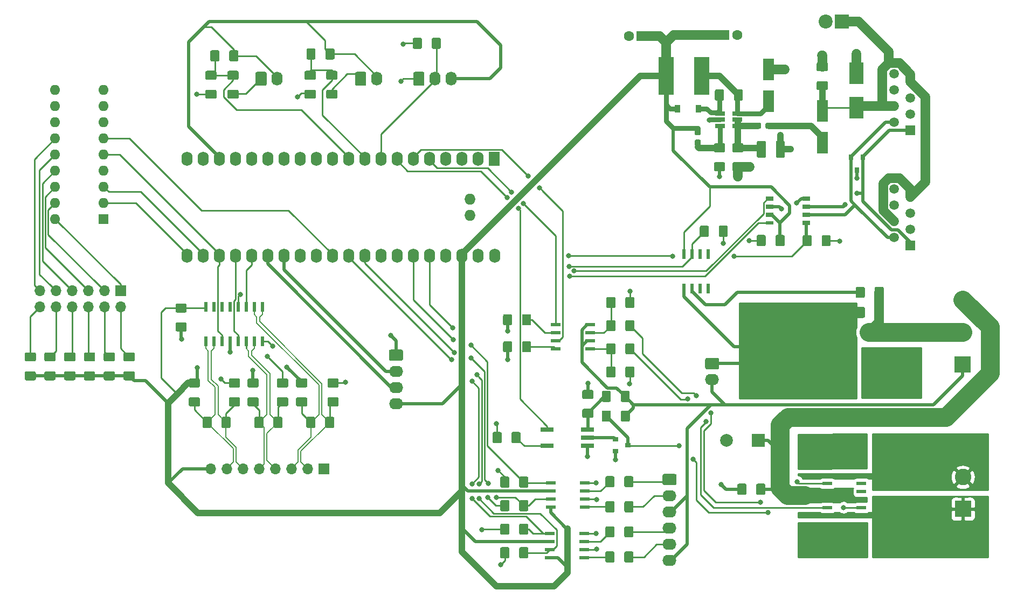
<source format=gbr>
G04 #@! TF.GenerationSoftware,KiCad,Pcbnew,5.1.2*
G04 #@! TF.CreationDate,2019-07-23T05:27:10+02:00*
G04 #@! TF.ProjectId,Motor,4d6f746f-722e-46b6-9963-61645f706362,rev?*
G04 #@! TF.SameCoordinates,Original*
G04 #@! TF.FileFunction,Copper,L1,Top*
G04 #@! TF.FilePolarity,Positive*
%FSLAX46Y46*%
G04 Gerber Fmt 4.6, Leading zero omitted, Abs format (unit mm)*
G04 Created by KiCad (PCBNEW 5.1.2) date 2019-07-23 05:27:10*
%MOMM*%
%LPD*%
G04 APERTURE LIST*
%ADD10C,0.100000*%
%ADD11C,1.425000*%
%ADD12R,1.310000X0.650000*%
%ADD13R,1.310000X0.600000*%
%ADD14R,1.727200X2.250000*%
%ADD15O,1.727200X2.250000*%
%ADD16O,1.727200X1.727200*%
%ADD17R,0.800000X0.900000*%
%ADD18R,2.300000X3.500000*%
%ADD19R,1.800000X3.500000*%
%ADD20R,2.450000X5.900000*%
%ADD21C,0.950000*%
%ADD22R,0.900000X0.800000*%
%ADD23R,2.200000X1.200000*%
%ADD24R,6.400000X5.800000*%
%ADD25R,2.000000X0.640000*%
%ADD26R,1.550000X0.600000*%
%ADD27R,1.500000X0.600000*%
%ADD28R,0.600000X1.500000*%
%ADD29R,1.560000X0.650000*%
%ADD30C,1.740000*%
%ADD31O,1.740000X2.200000*%
%ADD32O,2.200000X1.740000*%
%ADD33R,2.600000X2.600000*%
%ADD34C,2.600000*%
%ADD35R,1.700000X1.700000*%
%ADD36O,1.700000X1.700000*%
%ADD37R,0.600000X1.550000*%
%ADD38R,2.000000X2.000000*%
%ADD39C,2.000000*%
%ADD40C,1.600000*%
%ADD41R,1.600000X1.600000*%
%ADD42R,0.900000X1.200000*%
%ADD43O,1.600000X1.600000*%
%ADD44C,1.500000*%
%ADD45R,1.500000X1.500000*%
%ADD46R,2.200000X2.200000*%
%ADD47C,2.200000*%
%ADD48C,0.800000*%
%ADD49C,0.250000*%
%ADD50C,0.500000*%
%ADD51C,1.500000*%
%ADD52C,0.750000*%
%ADD53C,1.000000*%
%ADD54C,3.000000*%
%ADD55C,0.200000*%
%ADD56C,0.254000*%
G04 APERTURE END LIST*
D10*
G36*
X120570004Y-114662204D02*
G01*
X120594273Y-114665804D01*
X120618071Y-114671765D01*
X120641171Y-114680030D01*
X120663349Y-114690520D01*
X120684393Y-114703133D01*
X120704098Y-114717747D01*
X120722277Y-114734223D01*
X120738753Y-114752402D01*
X120753367Y-114772107D01*
X120765980Y-114793151D01*
X120776470Y-114815329D01*
X120784735Y-114838429D01*
X120790696Y-114862227D01*
X120794296Y-114886496D01*
X120795500Y-114911000D01*
X120795500Y-116161000D01*
X120794296Y-116185504D01*
X120790696Y-116209773D01*
X120784735Y-116233571D01*
X120776470Y-116256671D01*
X120765980Y-116278849D01*
X120753367Y-116299893D01*
X120738753Y-116319598D01*
X120722277Y-116337777D01*
X120704098Y-116354253D01*
X120684393Y-116368867D01*
X120663349Y-116381480D01*
X120641171Y-116391970D01*
X120618071Y-116400235D01*
X120594273Y-116406196D01*
X120570004Y-116409796D01*
X120545500Y-116411000D01*
X119620500Y-116411000D01*
X119595996Y-116409796D01*
X119571727Y-116406196D01*
X119547929Y-116400235D01*
X119524829Y-116391970D01*
X119502651Y-116381480D01*
X119481607Y-116368867D01*
X119461902Y-116354253D01*
X119443723Y-116337777D01*
X119427247Y-116319598D01*
X119412633Y-116299893D01*
X119400020Y-116278849D01*
X119389530Y-116256671D01*
X119381265Y-116233571D01*
X119375304Y-116209773D01*
X119371704Y-116185504D01*
X119370500Y-116161000D01*
X119370500Y-114911000D01*
X119371704Y-114886496D01*
X119375304Y-114862227D01*
X119381265Y-114838429D01*
X119389530Y-114815329D01*
X119400020Y-114793151D01*
X119412633Y-114772107D01*
X119427247Y-114752402D01*
X119443723Y-114734223D01*
X119461902Y-114717747D01*
X119481607Y-114703133D01*
X119502651Y-114690520D01*
X119524829Y-114680030D01*
X119547929Y-114671765D01*
X119571727Y-114665804D01*
X119595996Y-114662204D01*
X119620500Y-114661000D01*
X120545500Y-114661000D01*
X120570004Y-114662204D01*
X120570004Y-114662204D01*
G37*
D11*
X120083000Y-115536000D03*
D10*
G36*
X123545004Y-114662204D02*
G01*
X123569273Y-114665804D01*
X123593071Y-114671765D01*
X123616171Y-114680030D01*
X123638349Y-114690520D01*
X123659393Y-114703133D01*
X123679098Y-114717747D01*
X123697277Y-114734223D01*
X123713753Y-114752402D01*
X123728367Y-114772107D01*
X123740980Y-114793151D01*
X123751470Y-114815329D01*
X123759735Y-114838429D01*
X123765696Y-114862227D01*
X123769296Y-114886496D01*
X123770500Y-114911000D01*
X123770500Y-116161000D01*
X123769296Y-116185504D01*
X123765696Y-116209773D01*
X123759735Y-116233571D01*
X123751470Y-116256671D01*
X123740980Y-116278849D01*
X123728367Y-116299893D01*
X123713753Y-116319598D01*
X123697277Y-116337777D01*
X123679098Y-116354253D01*
X123659393Y-116368867D01*
X123638349Y-116381480D01*
X123616171Y-116391970D01*
X123593071Y-116400235D01*
X123569273Y-116406196D01*
X123545004Y-116409796D01*
X123520500Y-116411000D01*
X122595500Y-116411000D01*
X122570996Y-116409796D01*
X122546727Y-116406196D01*
X122522929Y-116400235D01*
X122499829Y-116391970D01*
X122477651Y-116381480D01*
X122456607Y-116368867D01*
X122436902Y-116354253D01*
X122418723Y-116337777D01*
X122402247Y-116319598D01*
X122387633Y-116299893D01*
X122375020Y-116278849D01*
X122364530Y-116256671D01*
X122356265Y-116233571D01*
X122350304Y-116209773D01*
X122346704Y-116185504D01*
X122345500Y-116161000D01*
X122345500Y-114911000D01*
X122346704Y-114886496D01*
X122350304Y-114862227D01*
X122356265Y-114838429D01*
X122364530Y-114815329D01*
X122375020Y-114793151D01*
X122387633Y-114772107D01*
X122402247Y-114752402D01*
X122418723Y-114734223D01*
X122436902Y-114717747D01*
X122456607Y-114703133D01*
X122477651Y-114690520D01*
X122499829Y-114680030D01*
X122522929Y-114671765D01*
X122546727Y-114665804D01*
X122570996Y-114662204D01*
X122595500Y-114661000D01*
X123520500Y-114661000D01*
X123545004Y-114662204D01*
X123545004Y-114662204D01*
G37*
D11*
X123058000Y-115536000D03*
D12*
X168625800Y-79214000D03*
X162935800Y-80484000D03*
X162935800Y-79214000D03*
D13*
X162935800Y-81754000D03*
D12*
X162935800Y-77944000D03*
X168625800Y-77944000D03*
X168625800Y-80484000D03*
X168625800Y-81754000D03*
D14*
X119629000Y-71721000D03*
D15*
X117089000Y-71721000D03*
X114549000Y-71721000D03*
X112009000Y-71721000D03*
X109469000Y-71721000D03*
X106929000Y-71721000D03*
X104389000Y-71721000D03*
X101849000Y-71721000D03*
X99309000Y-71721000D03*
X96769000Y-71721000D03*
X94229000Y-71721000D03*
X91689000Y-71721000D03*
X89149000Y-71721000D03*
X86609000Y-71721000D03*
X84069000Y-71721000D03*
X81529000Y-71721000D03*
X78989000Y-71721000D03*
X76449000Y-71721000D03*
X73909000Y-71721000D03*
X71369000Y-71721000D03*
X71369000Y-86961000D03*
X73909000Y-86961000D03*
X76449000Y-86961000D03*
X78989000Y-86961000D03*
X81529000Y-86961000D03*
X84069000Y-86961000D03*
X86609000Y-86961000D03*
X89149000Y-86961000D03*
X91689000Y-86961000D03*
X94229000Y-86961000D03*
X96769000Y-86961000D03*
X99309000Y-86961000D03*
X101849000Y-86961000D03*
X104389000Y-86961000D03*
X106929000Y-86961000D03*
X109469000Y-86961000D03*
X112009000Y-86961000D03*
X114549000Y-86961000D03*
X117089000Y-86961000D03*
X119679800Y-86961000D03*
D16*
X115819000Y-80621000D03*
X115819000Y-78081000D03*
D17*
X177566440Y-71447440D03*
X175666440Y-71447440D03*
X176616440Y-73447440D03*
D18*
X176525000Y-58218400D03*
X176525000Y-63618400D03*
D19*
X171191000Y-69166400D03*
X171191000Y-64166400D03*
X162720100Y-57615100D03*
X162720100Y-62615100D03*
D20*
X152191800Y-58665400D03*
X146641800Y-58665400D03*
D10*
G36*
X163091779Y-66027444D02*
G01*
X163114834Y-66030863D01*
X163137443Y-66036527D01*
X163159387Y-66044379D01*
X163180457Y-66054344D01*
X163200448Y-66066326D01*
X163219168Y-66080210D01*
X163236438Y-66095862D01*
X163252090Y-66113132D01*
X163265974Y-66131852D01*
X163277956Y-66151843D01*
X163287921Y-66172913D01*
X163295773Y-66194857D01*
X163301437Y-66217466D01*
X163304856Y-66240521D01*
X163306000Y-66263800D01*
X163306000Y-66738800D01*
X163304856Y-66762079D01*
X163301437Y-66785134D01*
X163295773Y-66807743D01*
X163287921Y-66829687D01*
X163277956Y-66850757D01*
X163265974Y-66870748D01*
X163252090Y-66889468D01*
X163236438Y-66906738D01*
X163219168Y-66922390D01*
X163200448Y-66936274D01*
X163180457Y-66948256D01*
X163159387Y-66958221D01*
X163137443Y-66966073D01*
X163114834Y-66971737D01*
X163091779Y-66975156D01*
X163068500Y-66976300D01*
X162493500Y-66976300D01*
X162470221Y-66975156D01*
X162447166Y-66971737D01*
X162424557Y-66966073D01*
X162402613Y-66958221D01*
X162381543Y-66948256D01*
X162361552Y-66936274D01*
X162342832Y-66922390D01*
X162325562Y-66906738D01*
X162309910Y-66889468D01*
X162296026Y-66870748D01*
X162284044Y-66850757D01*
X162274079Y-66829687D01*
X162266227Y-66807743D01*
X162260563Y-66785134D01*
X162257144Y-66762079D01*
X162256000Y-66738800D01*
X162256000Y-66263800D01*
X162257144Y-66240521D01*
X162260563Y-66217466D01*
X162266227Y-66194857D01*
X162274079Y-66172913D01*
X162284044Y-66151843D01*
X162296026Y-66131852D01*
X162309910Y-66113132D01*
X162325562Y-66095862D01*
X162342832Y-66080210D01*
X162361552Y-66066326D01*
X162381543Y-66054344D01*
X162402613Y-66044379D01*
X162424557Y-66036527D01*
X162447166Y-66030863D01*
X162470221Y-66027444D01*
X162493500Y-66026300D01*
X163068500Y-66026300D01*
X163091779Y-66027444D01*
X163091779Y-66027444D01*
G37*
D21*
X162781000Y-66501300D03*
D10*
G36*
X161341779Y-66027444D02*
G01*
X161364834Y-66030863D01*
X161387443Y-66036527D01*
X161409387Y-66044379D01*
X161430457Y-66054344D01*
X161450448Y-66066326D01*
X161469168Y-66080210D01*
X161486438Y-66095862D01*
X161502090Y-66113132D01*
X161515974Y-66131852D01*
X161527956Y-66151843D01*
X161537921Y-66172913D01*
X161545773Y-66194857D01*
X161551437Y-66217466D01*
X161554856Y-66240521D01*
X161556000Y-66263800D01*
X161556000Y-66738800D01*
X161554856Y-66762079D01*
X161551437Y-66785134D01*
X161545773Y-66807743D01*
X161537921Y-66829687D01*
X161527956Y-66850757D01*
X161515974Y-66870748D01*
X161502090Y-66889468D01*
X161486438Y-66906738D01*
X161469168Y-66922390D01*
X161450448Y-66936274D01*
X161430457Y-66948256D01*
X161409387Y-66958221D01*
X161387443Y-66966073D01*
X161364834Y-66971737D01*
X161341779Y-66975156D01*
X161318500Y-66976300D01*
X160743500Y-66976300D01*
X160720221Y-66975156D01*
X160697166Y-66971737D01*
X160674557Y-66966073D01*
X160652613Y-66958221D01*
X160631543Y-66948256D01*
X160611552Y-66936274D01*
X160592832Y-66922390D01*
X160575562Y-66906738D01*
X160559910Y-66889468D01*
X160546026Y-66870748D01*
X160534044Y-66850757D01*
X160524079Y-66829687D01*
X160516227Y-66807743D01*
X160510563Y-66785134D01*
X160507144Y-66762079D01*
X160506000Y-66738800D01*
X160506000Y-66263800D01*
X160507144Y-66240521D01*
X160510563Y-66217466D01*
X160516227Y-66194857D01*
X160524079Y-66172913D01*
X160534044Y-66151843D01*
X160546026Y-66131852D01*
X160559910Y-66113132D01*
X160575562Y-66095862D01*
X160592832Y-66080210D01*
X160611552Y-66066326D01*
X160631543Y-66054344D01*
X160652613Y-66044379D01*
X160674557Y-66036527D01*
X160697166Y-66030863D01*
X160720221Y-66027444D01*
X160743500Y-66026300D01*
X161318500Y-66026300D01*
X161341779Y-66027444D01*
X161341779Y-66027444D01*
G37*
D21*
X161031000Y-66501300D03*
D22*
X140654360Y-116752660D03*
X138654360Y-117702660D03*
X138654360Y-115802660D03*
D23*
X178489800Y-103541200D03*
X178489800Y-98981200D03*
D24*
X172189800Y-101261200D03*
D10*
G36*
X94776904Y-57853804D02*
G01*
X94801173Y-57857404D01*
X94824971Y-57863365D01*
X94848071Y-57871630D01*
X94870249Y-57882120D01*
X94891293Y-57894733D01*
X94910998Y-57909347D01*
X94929177Y-57925823D01*
X94945653Y-57944002D01*
X94960267Y-57963707D01*
X94972880Y-57984751D01*
X94983370Y-58006929D01*
X94991635Y-58030029D01*
X94997596Y-58053827D01*
X95001196Y-58078096D01*
X95002400Y-58102600D01*
X95002400Y-59027600D01*
X95001196Y-59052104D01*
X94997596Y-59076373D01*
X94991635Y-59100171D01*
X94983370Y-59123271D01*
X94972880Y-59145449D01*
X94960267Y-59166493D01*
X94945653Y-59186198D01*
X94929177Y-59204377D01*
X94910998Y-59220853D01*
X94891293Y-59235467D01*
X94870249Y-59248080D01*
X94848071Y-59258570D01*
X94824971Y-59266835D01*
X94801173Y-59272796D01*
X94776904Y-59276396D01*
X94752400Y-59277600D01*
X93502400Y-59277600D01*
X93477896Y-59276396D01*
X93453627Y-59272796D01*
X93429829Y-59266835D01*
X93406729Y-59258570D01*
X93384551Y-59248080D01*
X93363507Y-59235467D01*
X93343802Y-59220853D01*
X93325623Y-59204377D01*
X93309147Y-59186198D01*
X93294533Y-59166493D01*
X93281920Y-59145449D01*
X93271430Y-59123271D01*
X93263165Y-59100171D01*
X93257204Y-59076373D01*
X93253604Y-59052104D01*
X93252400Y-59027600D01*
X93252400Y-58102600D01*
X93253604Y-58078096D01*
X93257204Y-58053827D01*
X93263165Y-58030029D01*
X93271430Y-58006929D01*
X93281920Y-57984751D01*
X93294533Y-57963707D01*
X93309147Y-57944002D01*
X93325623Y-57925823D01*
X93343802Y-57909347D01*
X93363507Y-57894733D01*
X93384551Y-57882120D01*
X93406729Y-57871630D01*
X93429829Y-57863365D01*
X93453627Y-57857404D01*
X93477896Y-57853804D01*
X93502400Y-57852600D01*
X94752400Y-57852600D01*
X94776904Y-57853804D01*
X94776904Y-57853804D01*
G37*
D11*
X94127400Y-58565100D03*
D10*
G36*
X94776904Y-60828804D02*
G01*
X94801173Y-60832404D01*
X94824971Y-60838365D01*
X94848071Y-60846630D01*
X94870249Y-60857120D01*
X94891293Y-60869733D01*
X94910998Y-60884347D01*
X94929177Y-60900823D01*
X94945653Y-60919002D01*
X94960267Y-60938707D01*
X94972880Y-60959751D01*
X94983370Y-60981929D01*
X94991635Y-61005029D01*
X94997596Y-61028827D01*
X95001196Y-61053096D01*
X95002400Y-61077600D01*
X95002400Y-62002600D01*
X95001196Y-62027104D01*
X94997596Y-62051373D01*
X94991635Y-62075171D01*
X94983370Y-62098271D01*
X94972880Y-62120449D01*
X94960267Y-62141493D01*
X94945653Y-62161198D01*
X94929177Y-62179377D01*
X94910998Y-62195853D01*
X94891293Y-62210467D01*
X94870249Y-62223080D01*
X94848071Y-62233570D01*
X94824971Y-62241835D01*
X94801173Y-62247796D01*
X94776904Y-62251396D01*
X94752400Y-62252600D01*
X93502400Y-62252600D01*
X93477896Y-62251396D01*
X93453627Y-62247796D01*
X93429829Y-62241835D01*
X93406729Y-62233570D01*
X93384551Y-62223080D01*
X93363507Y-62210467D01*
X93343802Y-62195853D01*
X93325623Y-62179377D01*
X93309147Y-62161198D01*
X93294533Y-62141493D01*
X93281920Y-62120449D01*
X93271430Y-62098271D01*
X93263165Y-62075171D01*
X93257204Y-62051373D01*
X93253604Y-62027104D01*
X93252400Y-62002600D01*
X93252400Y-61077600D01*
X93253604Y-61053096D01*
X93257204Y-61028827D01*
X93263165Y-61005029D01*
X93271430Y-60981929D01*
X93281920Y-60959751D01*
X93294533Y-60938707D01*
X93309147Y-60919002D01*
X93325623Y-60900823D01*
X93343802Y-60884347D01*
X93363507Y-60869733D01*
X93384551Y-60857120D01*
X93406729Y-60846630D01*
X93429829Y-60838365D01*
X93453627Y-60832404D01*
X93477896Y-60828804D01*
X93502400Y-60827600D01*
X94752400Y-60827600D01*
X94776904Y-60828804D01*
X94776904Y-60828804D01*
G37*
D11*
X94127400Y-61540100D03*
D10*
G36*
X91373304Y-60828804D02*
G01*
X91397573Y-60832404D01*
X91421371Y-60838365D01*
X91444471Y-60846630D01*
X91466649Y-60857120D01*
X91487693Y-60869733D01*
X91507398Y-60884347D01*
X91525577Y-60900823D01*
X91542053Y-60919002D01*
X91556667Y-60938707D01*
X91569280Y-60959751D01*
X91579770Y-60981929D01*
X91588035Y-61005029D01*
X91593996Y-61028827D01*
X91597596Y-61053096D01*
X91598800Y-61077600D01*
X91598800Y-62002600D01*
X91597596Y-62027104D01*
X91593996Y-62051373D01*
X91588035Y-62075171D01*
X91579770Y-62098271D01*
X91569280Y-62120449D01*
X91556667Y-62141493D01*
X91542053Y-62161198D01*
X91525577Y-62179377D01*
X91507398Y-62195853D01*
X91487693Y-62210467D01*
X91466649Y-62223080D01*
X91444471Y-62233570D01*
X91421371Y-62241835D01*
X91397573Y-62247796D01*
X91373304Y-62251396D01*
X91348800Y-62252600D01*
X90098800Y-62252600D01*
X90074296Y-62251396D01*
X90050027Y-62247796D01*
X90026229Y-62241835D01*
X90003129Y-62233570D01*
X89980951Y-62223080D01*
X89959907Y-62210467D01*
X89940202Y-62195853D01*
X89922023Y-62179377D01*
X89905547Y-62161198D01*
X89890933Y-62141493D01*
X89878320Y-62120449D01*
X89867830Y-62098271D01*
X89859565Y-62075171D01*
X89853604Y-62051373D01*
X89850004Y-62027104D01*
X89848800Y-62002600D01*
X89848800Y-61077600D01*
X89850004Y-61053096D01*
X89853604Y-61028827D01*
X89859565Y-61005029D01*
X89867830Y-60981929D01*
X89878320Y-60959751D01*
X89890933Y-60938707D01*
X89905547Y-60919002D01*
X89922023Y-60900823D01*
X89940202Y-60884347D01*
X89959907Y-60869733D01*
X89980951Y-60857120D01*
X90003129Y-60846630D01*
X90026229Y-60838365D01*
X90050027Y-60832404D01*
X90074296Y-60828804D01*
X90098800Y-60827600D01*
X91348800Y-60827600D01*
X91373304Y-60828804D01*
X91373304Y-60828804D01*
G37*
D11*
X90723800Y-61540100D03*
D10*
G36*
X91373304Y-57853804D02*
G01*
X91397573Y-57857404D01*
X91421371Y-57863365D01*
X91444471Y-57871630D01*
X91466649Y-57882120D01*
X91487693Y-57894733D01*
X91507398Y-57909347D01*
X91525577Y-57925823D01*
X91542053Y-57944002D01*
X91556667Y-57963707D01*
X91569280Y-57984751D01*
X91579770Y-58006929D01*
X91588035Y-58030029D01*
X91593996Y-58053827D01*
X91597596Y-58078096D01*
X91598800Y-58102600D01*
X91598800Y-59027600D01*
X91597596Y-59052104D01*
X91593996Y-59076373D01*
X91588035Y-59100171D01*
X91579770Y-59123271D01*
X91569280Y-59145449D01*
X91556667Y-59166493D01*
X91542053Y-59186198D01*
X91525577Y-59204377D01*
X91507398Y-59220853D01*
X91487693Y-59235467D01*
X91466649Y-59248080D01*
X91444471Y-59258570D01*
X91421371Y-59266835D01*
X91397573Y-59272796D01*
X91373304Y-59276396D01*
X91348800Y-59277600D01*
X90098800Y-59277600D01*
X90074296Y-59276396D01*
X90050027Y-59272796D01*
X90026229Y-59266835D01*
X90003129Y-59258570D01*
X89980951Y-59248080D01*
X89959907Y-59235467D01*
X89940202Y-59220853D01*
X89922023Y-59204377D01*
X89905547Y-59186198D01*
X89890933Y-59166493D01*
X89878320Y-59145449D01*
X89867830Y-59123271D01*
X89859565Y-59100171D01*
X89853604Y-59076373D01*
X89850004Y-59052104D01*
X89848800Y-59027600D01*
X89848800Y-58102600D01*
X89850004Y-58078096D01*
X89853604Y-58053827D01*
X89859565Y-58030029D01*
X89867830Y-58006929D01*
X89878320Y-57984751D01*
X89890933Y-57963707D01*
X89905547Y-57944002D01*
X89922023Y-57925823D01*
X89940202Y-57909347D01*
X89959907Y-57894733D01*
X89980951Y-57882120D01*
X90003129Y-57871630D01*
X90026229Y-57863365D01*
X90050027Y-57857404D01*
X90074296Y-57853804D01*
X90098800Y-57852600D01*
X91348800Y-57852600D01*
X91373304Y-57853804D01*
X91373304Y-57853804D01*
G37*
D11*
X90723800Y-58565100D03*
D10*
G36*
X62913584Y-105115024D02*
G01*
X62937853Y-105118624D01*
X62961651Y-105124585D01*
X62984751Y-105132850D01*
X63006929Y-105143340D01*
X63027973Y-105155953D01*
X63047678Y-105170567D01*
X63065857Y-105187043D01*
X63082333Y-105205222D01*
X63096947Y-105224927D01*
X63109560Y-105245971D01*
X63120050Y-105268149D01*
X63128315Y-105291249D01*
X63134276Y-105315047D01*
X63137876Y-105339316D01*
X63139080Y-105363820D01*
X63139080Y-106288820D01*
X63137876Y-106313324D01*
X63134276Y-106337593D01*
X63128315Y-106361391D01*
X63120050Y-106384491D01*
X63109560Y-106406669D01*
X63096947Y-106427713D01*
X63082333Y-106447418D01*
X63065857Y-106465597D01*
X63047678Y-106482073D01*
X63027973Y-106496687D01*
X63006929Y-106509300D01*
X62984751Y-106519790D01*
X62961651Y-106528055D01*
X62937853Y-106534016D01*
X62913584Y-106537616D01*
X62889080Y-106538820D01*
X61639080Y-106538820D01*
X61614576Y-106537616D01*
X61590307Y-106534016D01*
X61566509Y-106528055D01*
X61543409Y-106519790D01*
X61521231Y-106509300D01*
X61500187Y-106496687D01*
X61480482Y-106482073D01*
X61462303Y-106465597D01*
X61445827Y-106447418D01*
X61431213Y-106427713D01*
X61418600Y-106406669D01*
X61408110Y-106384491D01*
X61399845Y-106361391D01*
X61393884Y-106337593D01*
X61390284Y-106313324D01*
X61389080Y-106288820D01*
X61389080Y-105363820D01*
X61390284Y-105339316D01*
X61393884Y-105315047D01*
X61399845Y-105291249D01*
X61408110Y-105268149D01*
X61418600Y-105245971D01*
X61431213Y-105224927D01*
X61445827Y-105205222D01*
X61462303Y-105187043D01*
X61480482Y-105170567D01*
X61500187Y-105155953D01*
X61521231Y-105143340D01*
X61543409Y-105132850D01*
X61566509Y-105124585D01*
X61590307Y-105118624D01*
X61614576Y-105115024D01*
X61639080Y-105113820D01*
X62889080Y-105113820D01*
X62913584Y-105115024D01*
X62913584Y-105115024D01*
G37*
D11*
X62264080Y-105826320D03*
D10*
G36*
X62913584Y-102140024D02*
G01*
X62937853Y-102143624D01*
X62961651Y-102149585D01*
X62984751Y-102157850D01*
X63006929Y-102168340D01*
X63027973Y-102180953D01*
X63047678Y-102195567D01*
X63065857Y-102212043D01*
X63082333Y-102230222D01*
X63096947Y-102249927D01*
X63109560Y-102270971D01*
X63120050Y-102293149D01*
X63128315Y-102316249D01*
X63134276Y-102340047D01*
X63137876Y-102364316D01*
X63139080Y-102388820D01*
X63139080Y-103313820D01*
X63137876Y-103338324D01*
X63134276Y-103362593D01*
X63128315Y-103386391D01*
X63120050Y-103409491D01*
X63109560Y-103431669D01*
X63096947Y-103452713D01*
X63082333Y-103472418D01*
X63065857Y-103490597D01*
X63047678Y-103507073D01*
X63027973Y-103521687D01*
X63006929Y-103534300D01*
X62984751Y-103544790D01*
X62961651Y-103553055D01*
X62937853Y-103559016D01*
X62913584Y-103562616D01*
X62889080Y-103563820D01*
X61639080Y-103563820D01*
X61614576Y-103562616D01*
X61590307Y-103559016D01*
X61566509Y-103553055D01*
X61543409Y-103544790D01*
X61521231Y-103534300D01*
X61500187Y-103521687D01*
X61480482Y-103507073D01*
X61462303Y-103490597D01*
X61445827Y-103472418D01*
X61431213Y-103452713D01*
X61418600Y-103431669D01*
X61408110Y-103409491D01*
X61399845Y-103386391D01*
X61393884Y-103362593D01*
X61390284Y-103338324D01*
X61389080Y-103313820D01*
X61389080Y-102388820D01*
X61390284Y-102364316D01*
X61393884Y-102340047D01*
X61399845Y-102316249D01*
X61408110Y-102293149D01*
X61418600Y-102270971D01*
X61431213Y-102249927D01*
X61445827Y-102230222D01*
X61462303Y-102212043D01*
X61480482Y-102195567D01*
X61500187Y-102180953D01*
X61521231Y-102168340D01*
X61543409Y-102157850D01*
X61566509Y-102149585D01*
X61590307Y-102143624D01*
X61614576Y-102140024D01*
X61639080Y-102138820D01*
X62889080Y-102138820D01*
X62913584Y-102140024D01*
X62913584Y-102140024D01*
G37*
D11*
X62264080Y-102851320D03*
D10*
G36*
X59810720Y-102140024D02*
G01*
X59834989Y-102143624D01*
X59858787Y-102149585D01*
X59881887Y-102157850D01*
X59904065Y-102168340D01*
X59925109Y-102180953D01*
X59944814Y-102195567D01*
X59962993Y-102212043D01*
X59979469Y-102230222D01*
X59994083Y-102249927D01*
X60006696Y-102270971D01*
X60017186Y-102293149D01*
X60025451Y-102316249D01*
X60031412Y-102340047D01*
X60035012Y-102364316D01*
X60036216Y-102388820D01*
X60036216Y-103313820D01*
X60035012Y-103338324D01*
X60031412Y-103362593D01*
X60025451Y-103386391D01*
X60017186Y-103409491D01*
X60006696Y-103431669D01*
X59994083Y-103452713D01*
X59979469Y-103472418D01*
X59962993Y-103490597D01*
X59944814Y-103507073D01*
X59925109Y-103521687D01*
X59904065Y-103534300D01*
X59881887Y-103544790D01*
X59858787Y-103553055D01*
X59834989Y-103559016D01*
X59810720Y-103562616D01*
X59786216Y-103563820D01*
X58536216Y-103563820D01*
X58511712Y-103562616D01*
X58487443Y-103559016D01*
X58463645Y-103553055D01*
X58440545Y-103544790D01*
X58418367Y-103534300D01*
X58397323Y-103521687D01*
X58377618Y-103507073D01*
X58359439Y-103490597D01*
X58342963Y-103472418D01*
X58328349Y-103452713D01*
X58315736Y-103431669D01*
X58305246Y-103409491D01*
X58296981Y-103386391D01*
X58291020Y-103362593D01*
X58287420Y-103338324D01*
X58286216Y-103313820D01*
X58286216Y-102388820D01*
X58287420Y-102364316D01*
X58291020Y-102340047D01*
X58296981Y-102316249D01*
X58305246Y-102293149D01*
X58315736Y-102270971D01*
X58328349Y-102249927D01*
X58342963Y-102230222D01*
X58359439Y-102212043D01*
X58377618Y-102195567D01*
X58397323Y-102180953D01*
X58418367Y-102168340D01*
X58440545Y-102157850D01*
X58463645Y-102149585D01*
X58487443Y-102143624D01*
X58511712Y-102140024D01*
X58536216Y-102138820D01*
X59786216Y-102138820D01*
X59810720Y-102140024D01*
X59810720Y-102140024D01*
G37*
D11*
X59161216Y-102851320D03*
D10*
G36*
X59810720Y-105115024D02*
G01*
X59834989Y-105118624D01*
X59858787Y-105124585D01*
X59881887Y-105132850D01*
X59904065Y-105143340D01*
X59925109Y-105155953D01*
X59944814Y-105170567D01*
X59962993Y-105187043D01*
X59979469Y-105205222D01*
X59994083Y-105224927D01*
X60006696Y-105245971D01*
X60017186Y-105268149D01*
X60025451Y-105291249D01*
X60031412Y-105315047D01*
X60035012Y-105339316D01*
X60036216Y-105363820D01*
X60036216Y-106288820D01*
X60035012Y-106313324D01*
X60031412Y-106337593D01*
X60025451Y-106361391D01*
X60017186Y-106384491D01*
X60006696Y-106406669D01*
X59994083Y-106427713D01*
X59979469Y-106447418D01*
X59962993Y-106465597D01*
X59944814Y-106482073D01*
X59925109Y-106496687D01*
X59904065Y-106509300D01*
X59881887Y-106519790D01*
X59858787Y-106528055D01*
X59834989Y-106534016D01*
X59810720Y-106537616D01*
X59786216Y-106538820D01*
X58536216Y-106538820D01*
X58511712Y-106537616D01*
X58487443Y-106534016D01*
X58463645Y-106528055D01*
X58440545Y-106519790D01*
X58418367Y-106509300D01*
X58397323Y-106496687D01*
X58377618Y-106482073D01*
X58359439Y-106465597D01*
X58342963Y-106447418D01*
X58328349Y-106427713D01*
X58315736Y-106406669D01*
X58305246Y-106384491D01*
X58296981Y-106361391D01*
X58291020Y-106337593D01*
X58287420Y-106313324D01*
X58286216Y-106288820D01*
X58286216Y-105363820D01*
X58287420Y-105339316D01*
X58291020Y-105315047D01*
X58296981Y-105291249D01*
X58305246Y-105268149D01*
X58315736Y-105245971D01*
X58328349Y-105224927D01*
X58342963Y-105205222D01*
X58359439Y-105187043D01*
X58377618Y-105170567D01*
X58397323Y-105155953D01*
X58418367Y-105143340D01*
X58440545Y-105132850D01*
X58463645Y-105124585D01*
X58487443Y-105118624D01*
X58511712Y-105115024D01*
X58536216Y-105113820D01*
X59786216Y-105113820D01*
X59810720Y-105115024D01*
X59810720Y-105115024D01*
G37*
D11*
X59161216Y-105826320D03*
D10*
G36*
X56707856Y-105115024D02*
G01*
X56732125Y-105118624D01*
X56755923Y-105124585D01*
X56779023Y-105132850D01*
X56801201Y-105143340D01*
X56822245Y-105155953D01*
X56841950Y-105170567D01*
X56860129Y-105187043D01*
X56876605Y-105205222D01*
X56891219Y-105224927D01*
X56903832Y-105245971D01*
X56914322Y-105268149D01*
X56922587Y-105291249D01*
X56928548Y-105315047D01*
X56932148Y-105339316D01*
X56933352Y-105363820D01*
X56933352Y-106288820D01*
X56932148Y-106313324D01*
X56928548Y-106337593D01*
X56922587Y-106361391D01*
X56914322Y-106384491D01*
X56903832Y-106406669D01*
X56891219Y-106427713D01*
X56876605Y-106447418D01*
X56860129Y-106465597D01*
X56841950Y-106482073D01*
X56822245Y-106496687D01*
X56801201Y-106509300D01*
X56779023Y-106519790D01*
X56755923Y-106528055D01*
X56732125Y-106534016D01*
X56707856Y-106537616D01*
X56683352Y-106538820D01*
X55433352Y-106538820D01*
X55408848Y-106537616D01*
X55384579Y-106534016D01*
X55360781Y-106528055D01*
X55337681Y-106519790D01*
X55315503Y-106509300D01*
X55294459Y-106496687D01*
X55274754Y-106482073D01*
X55256575Y-106465597D01*
X55240099Y-106447418D01*
X55225485Y-106427713D01*
X55212872Y-106406669D01*
X55202382Y-106384491D01*
X55194117Y-106361391D01*
X55188156Y-106337593D01*
X55184556Y-106313324D01*
X55183352Y-106288820D01*
X55183352Y-105363820D01*
X55184556Y-105339316D01*
X55188156Y-105315047D01*
X55194117Y-105291249D01*
X55202382Y-105268149D01*
X55212872Y-105245971D01*
X55225485Y-105224927D01*
X55240099Y-105205222D01*
X55256575Y-105187043D01*
X55274754Y-105170567D01*
X55294459Y-105155953D01*
X55315503Y-105143340D01*
X55337681Y-105132850D01*
X55360781Y-105124585D01*
X55384579Y-105118624D01*
X55408848Y-105115024D01*
X55433352Y-105113820D01*
X56683352Y-105113820D01*
X56707856Y-105115024D01*
X56707856Y-105115024D01*
G37*
D11*
X56058352Y-105826320D03*
D10*
G36*
X56707856Y-102140024D02*
G01*
X56732125Y-102143624D01*
X56755923Y-102149585D01*
X56779023Y-102157850D01*
X56801201Y-102168340D01*
X56822245Y-102180953D01*
X56841950Y-102195567D01*
X56860129Y-102212043D01*
X56876605Y-102230222D01*
X56891219Y-102249927D01*
X56903832Y-102270971D01*
X56914322Y-102293149D01*
X56922587Y-102316249D01*
X56928548Y-102340047D01*
X56932148Y-102364316D01*
X56933352Y-102388820D01*
X56933352Y-103313820D01*
X56932148Y-103338324D01*
X56928548Y-103362593D01*
X56922587Y-103386391D01*
X56914322Y-103409491D01*
X56903832Y-103431669D01*
X56891219Y-103452713D01*
X56876605Y-103472418D01*
X56860129Y-103490597D01*
X56841950Y-103507073D01*
X56822245Y-103521687D01*
X56801201Y-103534300D01*
X56779023Y-103544790D01*
X56755923Y-103553055D01*
X56732125Y-103559016D01*
X56707856Y-103562616D01*
X56683352Y-103563820D01*
X55433352Y-103563820D01*
X55408848Y-103562616D01*
X55384579Y-103559016D01*
X55360781Y-103553055D01*
X55337681Y-103544790D01*
X55315503Y-103534300D01*
X55294459Y-103521687D01*
X55274754Y-103507073D01*
X55256575Y-103490597D01*
X55240099Y-103472418D01*
X55225485Y-103452713D01*
X55212872Y-103431669D01*
X55202382Y-103409491D01*
X55194117Y-103386391D01*
X55188156Y-103362593D01*
X55184556Y-103338324D01*
X55183352Y-103313820D01*
X55183352Y-102388820D01*
X55184556Y-102364316D01*
X55188156Y-102340047D01*
X55194117Y-102316249D01*
X55202382Y-102293149D01*
X55212872Y-102270971D01*
X55225485Y-102249927D01*
X55240099Y-102230222D01*
X55256575Y-102212043D01*
X55274754Y-102195567D01*
X55294459Y-102180953D01*
X55315503Y-102168340D01*
X55337681Y-102157850D01*
X55360781Y-102149585D01*
X55384579Y-102143624D01*
X55408848Y-102140024D01*
X55433352Y-102138820D01*
X56683352Y-102138820D01*
X56707856Y-102140024D01*
X56707856Y-102140024D01*
G37*
D11*
X56058352Y-102851320D03*
D10*
G36*
X53604992Y-102140024D02*
G01*
X53629261Y-102143624D01*
X53653059Y-102149585D01*
X53676159Y-102157850D01*
X53698337Y-102168340D01*
X53719381Y-102180953D01*
X53739086Y-102195567D01*
X53757265Y-102212043D01*
X53773741Y-102230222D01*
X53788355Y-102249927D01*
X53800968Y-102270971D01*
X53811458Y-102293149D01*
X53819723Y-102316249D01*
X53825684Y-102340047D01*
X53829284Y-102364316D01*
X53830488Y-102388820D01*
X53830488Y-103313820D01*
X53829284Y-103338324D01*
X53825684Y-103362593D01*
X53819723Y-103386391D01*
X53811458Y-103409491D01*
X53800968Y-103431669D01*
X53788355Y-103452713D01*
X53773741Y-103472418D01*
X53757265Y-103490597D01*
X53739086Y-103507073D01*
X53719381Y-103521687D01*
X53698337Y-103534300D01*
X53676159Y-103544790D01*
X53653059Y-103553055D01*
X53629261Y-103559016D01*
X53604992Y-103562616D01*
X53580488Y-103563820D01*
X52330488Y-103563820D01*
X52305984Y-103562616D01*
X52281715Y-103559016D01*
X52257917Y-103553055D01*
X52234817Y-103544790D01*
X52212639Y-103534300D01*
X52191595Y-103521687D01*
X52171890Y-103507073D01*
X52153711Y-103490597D01*
X52137235Y-103472418D01*
X52122621Y-103452713D01*
X52110008Y-103431669D01*
X52099518Y-103409491D01*
X52091253Y-103386391D01*
X52085292Y-103362593D01*
X52081692Y-103338324D01*
X52080488Y-103313820D01*
X52080488Y-102388820D01*
X52081692Y-102364316D01*
X52085292Y-102340047D01*
X52091253Y-102316249D01*
X52099518Y-102293149D01*
X52110008Y-102270971D01*
X52122621Y-102249927D01*
X52137235Y-102230222D01*
X52153711Y-102212043D01*
X52171890Y-102195567D01*
X52191595Y-102180953D01*
X52212639Y-102168340D01*
X52234817Y-102157850D01*
X52257917Y-102149585D01*
X52281715Y-102143624D01*
X52305984Y-102140024D01*
X52330488Y-102138820D01*
X53580488Y-102138820D01*
X53604992Y-102140024D01*
X53604992Y-102140024D01*
G37*
D11*
X52955488Y-102851320D03*
D10*
G36*
X53604992Y-105115024D02*
G01*
X53629261Y-105118624D01*
X53653059Y-105124585D01*
X53676159Y-105132850D01*
X53698337Y-105143340D01*
X53719381Y-105155953D01*
X53739086Y-105170567D01*
X53757265Y-105187043D01*
X53773741Y-105205222D01*
X53788355Y-105224927D01*
X53800968Y-105245971D01*
X53811458Y-105268149D01*
X53819723Y-105291249D01*
X53825684Y-105315047D01*
X53829284Y-105339316D01*
X53830488Y-105363820D01*
X53830488Y-106288820D01*
X53829284Y-106313324D01*
X53825684Y-106337593D01*
X53819723Y-106361391D01*
X53811458Y-106384491D01*
X53800968Y-106406669D01*
X53788355Y-106427713D01*
X53773741Y-106447418D01*
X53757265Y-106465597D01*
X53739086Y-106482073D01*
X53719381Y-106496687D01*
X53698337Y-106509300D01*
X53676159Y-106519790D01*
X53653059Y-106528055D01*
X53629261Y-106534016D01*
X53604992Y-106537616D01*
X53580488Y-106538820D01*
X52330488Y-106538820D01*
X52305984Y-106537616D01*
X52281715Y-106534016D01*
X52257917Y-106528055D01*
X52234817Y-106519790D01*
X52212639Y-106509300D01*
X52191595Y-106496687D01*
X52171890Y-106482073D01*
X52153711Y-106465597D01*
X52137235Y-106447418D01*
X52122621Y-106427713D01*
X52110008Y-106406669D01*
X52099518Y-106384491D01*
X52091253Y-106361391D01*
X52085292Y-106337593D01*
X52081692Y-106313324D01*
X52080488Y-106288820D01*
X52080488Y-105363820D01*
X52081692Y-105339316D01*
X52085292Y-105315047D01*
X52091253Y-105291249D01*
X52099518Y-105268149D01*
X52110008Y-105245971D01*
X52122621Y-105224927D01*
X52137235Y-105205222D01*
X52153711Y-105187043D01*
X52171890Y-105170567D01*
X52191595Y-105155953D01*
X52212639Y-105143340D01*
X52234817Y-105132850D01*
X52257917Y-105124585D01*
X52281715Y-105118624D01*
X52305984Y-105115024D01*
X52330488Y-105113820D01*
X53580488Y-105113820D01*
X53604992Y-105115024D01*
X53604992Y-105115024D01*
G37*
D11*
X52955488Y-105826320D03*
D10*
G36*
X50502128Y-105115024D02*
G01*
X50526397Y-105118624D01*
X50550195Y-105124585D01*
X50573295Y-105132850D01*
X50595473Y-105143340D01*
X50616517Y-105155953D01*
X50636222Y-105170567D01*
X50654401Y-105187043D01*
X50670877Y-105205222D01*
X50685491Y-105224927D01*
X50698104Y-105245971D01*
X50708594Y-105268149D01*
X50716859Y-105291249D01*
X50722820Y-105315047D01*
X50726420Y-105339316D01*
X50727624Y-105363820D01*
X50727624Y-106288820D01*
X50726420Y-106313324D01*
X50722820Y-106337593D01*
X50716859Y-106361391D01*
X50708594Y-106384491D01*
X50698104Y-106406669D01*
X50685491Y-106427713D01*
X50670877Y-106447418D01*
X50654401Y-106465597D01*
X50636222Y-106482073D01*
X50616517Y-106496687D01*
X50595473Y-106509300D01*
X50573295Y-106519790D01*
X50550195Y-106528055D01*
X50526397Y-106534016D01*
X50502128Y-106537616D01*
X50477624Y-106538820D01*
X49227624Y-106538820D01*
X49203120Y-106537616D01*
X49178851Y-106534016D01*
X49155053Y-106528055D01*
X49131953Y-106519790D01*
X49109775Y-106509300D01*
X49088731Y-106496687D01*
X49069026Y-106482073D01*
X49050847Y-106465597D01*
X49034371Y-106447418D01*
X49019757Y-106427713D01*
X49007144Y-106406669D01*
X48996654Y-106384491D01*
X48988389Y-106361391D01*
X48982428Y-106337593D01*
X48978828Y-106313324D01*
X48977624Y-106288820D01*
X48977624Y-105363820D01*
X48978828Y-105339316D01*
X48982428Y-105315047D01*
X48988389Y-105291249D01*
X48996654Y-105268149D01*
X49007144Y-105245971D01*
X49019757Y-105224927D01*
X49034371Y-105205222D01*
X49050847Y-105187043D01*
X49069026Y-105170567D01*
X49088731Y-105155953D01*
X49109775Y-105143340D01*
X49131953Y-105132850D01*
X49155053Y-105124585D01*
X49178851Y-105118624D01*
X49203120Y-105115024D01*
X49227624Y-105113820D01*
X50477624Y-105113820D01*
X50502128Y-105115024D01*
X50502128Y-105115024D01*
G37*
D11*
X49852624Y-105826320D03*
D10*
G36*
X50502128Y-102140024D02*
G01*
X50526397Y-102143624D01*
X50550195Y-102149585D01*
X50573295Y-102157850D01*
X50595473Y-102168340D01*
X50616517Y-102180953D01*
X50636222Y-102195567D01*
X50654401Y-102212043D01*
X50670877Y-102230222D01*
X50685491Y-102249927D01*
X50698104Y-102270971D01*
X50708594Y-102293149D01*
X50716859Y-102316249D01*
X50722820Y-102340047D01*
X50726420Y-102364316D01*
X50727624Y-102388820D01*
X50727624Y-103313820D01*
X50726420Y-103338324D01*
X50722820Y-103362593D01*
X50716859Y-103386391D01*
X50708594Y-103409491D01*
X50698104Y-103431669D01*
X50685491Y-103452713D01*
X50670877Y-103472418D01*
X50654401Y-103490597D01*
X50636222Y-103507073D01*
X50616517Y-103521687D01*
X50595473Y-103534300D01*
X50573295Y-103544790D01*
X50550195Y-103553055D01*
X50526397Y-103559016D01*
X50502128Y-103562616D01*
X50477624Y-103563820D01*
X49227624Y-103563820D01*
X49203120Y-103562616D01*
X49178851Y-103559016D01*
X49155053Y-103553055D01*
X49131953Y-103544790D01*
X49109775Y-103534300D01*
X49088731Y-103521687D01*
X49069026Y-103507073D01*
X49050847Y-103490597D01*
X49034371Y-103472418D01*
X49019757Y-103452713D01*
X49007144Y-103431669D01*
X48996654Y-103409491D01*
X48988389Y-103386391D01*
X48982428Y-103362593D01*
X48978828Y-103338324D01*
X48977624Y-103313820D01*
X48977624Y-102388820D01*
X48978828Y-102364316D01*
X48982428Y-102340047D01*
X48988389Y-102316249D01*
X48996654Y-102293149D01*
X49007144Y-102270971D01*
X49019757Y-102249927D01*
X49034371Y-102230222D01*
X49050847Y-102212043D01*
X49069026Y-102195567D01*
X49088731Y-102180953D01*
X49109775Y-102168340D01*
X49131953Y-102157850D01*
X49155053Y-102149585D01*
X49178851Y-102143624D01*
X49203120Y-102140024D01*
X49227624Y-102138820D01*
X50477624Y-102138820D01*
X50502128Y-102140024D01*
X50502128Y-102140024D01*
G37*
D11*
X49852624Y-102851320D03*
D10*
G36*
X47399264Y-102140024D02*
G01*
X47423533Y-102143624D01*
X47447331Y-102149585D01*
X47470431Y-102157850D01*
X47492609Y-102168340D01*
X47513653Y-102180953D01*
X47533358Y-102195567D01*
X47551537Y-102212043D01*
X47568013Y-102230222D01*
X47582627Y-102249927D01*
X47595240Y-102270971D01*
X47605730Y-102293149D01*
X47613995Y-102316249D01*
X47619956Y-102340047D01*
X47623556Y-102364316D01*
X47624760Y-102388820D01*
X47624760Y-103313820D01*
X47623556Y-103338324D01*
X47619956Y-103362593D01*
X47613995Y-103386391D01*
X47605730Y-103409491D01*
X47595240Y-103431669D01*
X47582627Y-103452713D01*
X47568013Y-103472418D01*
X47551537Y-103490597D01*
X47533358Y-103507073D01*
X47513653Y-103521687D01*
X47492609Y-103534300D01*
X47470431Y-103544790D01*
X47447331Y-103553055D01*
X47423533Y-103559016D01*
X47399264Y-103562616D01*
X47374760Y-103563820D01*
X46124760Y-103563820D01*
X46100256Y-103562616D01*
X46075987Y-103559016D01*
X46052189Y-103553055D01*
X46029089Y-103544790D01*
X46006911Y-103534300D01*
X45985867Y-103521687D01*
X45966162Y-103507073D01*
X45947983Y-103490597D01*
X45931507Y-103472418D01*
X45916893Y-103452713D01*
X45904280Y-103431669D01*
X45893790Y-103409491D01*
X45885525Y-103386391D01*
X45879564Y-103362593D01*
X45875964Y-103338324D01*
X45874760Y-103313820D01*
X45874760Y-102388820D01*
X45875964Y-102364316D01*
X45879564Y-102340047D01*
X45885525Y-102316249D01*
X45893790Y-102293149D01*
X45904280Y-102270971D01*
X45916893Y-102249927D01*
X45931507Y-102230222D01*
X45947983Y-102212043D01*
X45966162Y-102195567D01*
X45985867Y-102180953D01*
X46006911Y-102168340D01*
X46029089Y-102157850D01*
X46052189Y-102149585D01*
X46075987Y-102143624D01*
X46100256Y-102140024D01*
X46124760Y-102138820D01*
X47374760Y-102138820D01*
X47399264Y-102140024D01*
X47399264Y-102140024D01*
G37*
D11*
X46749760Y-102851320D03*
D10*
G36*
X47399264Y-105115024D02*
G01*
X47423533Y-105118624D01*
X47447331Y-105124585D01*
X47470431Y-105132850D01*
X47492609Y-105143340D01*
X47513653Y-105155953D01*
X47533358Y-105170567D01*
X47551537Y-105187043D01*
X47568013Y-105205222D01*
X47582627Y-105224927D01*
X47595240Y-105245971D01*
X47605730Y-105268149D01*
X47613995Y-105291249D01*
X47619956Y-105315047D01*
X47623556Y-105339316D01*
X47624760Y-105363820D01*
X47624760Y-106288820D01*
X47623556Y-106313324D01*
X47619956Y-106337593D01*
X47613995Y-106361391D01*
X47605730Y-106384491D01*
X47595240Y-106406669D01*
X47582627Y-106427713D01*
X47568013Y-106447418D01*
X47551537Y-106465597D01*
X47533358Y-106482073D01*
X47513653Y-106496687D01*
X47492609Y-106509300D01*
X47470431Y-106519790D01*
X47447331Y-106528055D01*
X47423533Y-106534016D01*
X47399264Y-106537616D01*
X47374760Y-106538820D01*
X46124760Y-106538820D01*
X46100256Y-106537616D01*
X46075987Y-106534016D01*
X46052189Y-106528055D01*
X46029089Y-106519790D01*
X46006911Y-106509300D01*
X45985867Y-106496687D01*
X45966162Y-106482073D01*
X45947983Y-106465597D01*
X45931507Y-106447418D01*
X45916893Y-106427713D01*
X45904280Y-106406669D01*
X45893790Y-106384491D01*
X45885525Y-106361391D01*
X45879564Y-106337593D01*
X45875964Y-106313324D01*
X45874760Y-106288820D01*
X45874760Y-105363820D01*
X45875964Y-105339316D01*
X45879564Y-105315047D01*
X45885525Y-105291249D01*
X45893790Y-105268149D01*
X45904280Y-105245971D01*
X45916893Y-105224927D01*
X45931507Y-105205222D01*
X45947983Y-105187043D01*
X45966162Y-105170567D01*
X45985867Y-105155953D01*
X46006911Y-105143340D01*
X46029089Y-105132850D01*
X46052189Y-105124585D01*
X46075987Y-105118624D01*
X46100256Y-105115024D01*
X46124760Y-105113820D01*
X47374760Y-105113820D01*
X47399264Y-105115024D01*
X47399264Y-105115024D01*
G37*
D11*
X46749760Y-105826320D03*
D10*
G36*
X79244804Y-57853804D02*
G01*
X79269073Y-57857404D01*
X79292871Y-57863365D01*
X79315971Y-57871630D01*
X79338149Y-57882120D01*
X79359193Y-57894733D01*
X79378898Y-57909347D01*
X79397077Y-57925823D01*
X79413553Y-57944002D01*
X79428167Y-57963707D01*
X79440780Y-57984751D01*
X79451270Y-58006929D01*
X79459535Y-58030029D01*
X79465496Y-58053827D01*
X79469096Y-58078096D01*
X79470300Y-58102600D01*
X79470300Y-59027600D01*
X79469096Y-59052104D01*
X79465496Y-59076373D01*
X79459535Y-59100171D01*
X79451270Y-59123271D01*
X79440780Y-59145449D01*
X79428167Y-59166493D01*
X79413553Y-59186198D01*
X79397077Y-59204377D01*
X79378898Y-59220853D01*
X79359193Y-59235467D01*
X79338149Y-59248080D01*
X79315971Y-59258570D01*
X79292871Y-59266835D01*
X79269073Y-59272796D01*
X79244804Y-59276396D01*
X79220300Y-59277600D01*
X77970300Y-59277600D01*
X77945796Y-59276396D01*
X77921527Y-59272796D01*
X77897729Y-59266835D01*
X77874629Y-59258570D01*
X77852451Y-59248080D01*
X77831407Y-59235467D01*
X77811702Y-59220853D01*
X77793523Y-59204377D01*
X77777047Y-59186198D01*
X77762433Y-59166493D01*
X77749820Y-59145449D01*
X77739330Y-59123271D01*
X77731065Y-59100171D01*
X77725104Y-59076373D01*
X77721504Y-59052104D01*
X77720300Y-59027600D01*
X77720300Y-58102600D01*
X77721504Y-58078096D01*
X77725104Y-58053827D01*
X77731065Y-58030029D01*
X77739330Y-58006929D01*
X77749820Y-57984751D01*
X77762433Y-57963707D01*
X77777047Y-57944002D01*
X77793523Y-57925823D01*
X77811702Y-57909347D01*
X77831407Y-57894733D01*
X77852451Y-57882120D01*
X77874629Y-57871630D01*
X77897729Y-57863365D01*
X77921527Y-57857404D01*
X77945796Y-57853804D01*
X77970300Y-57852600D01*
X79220300Y-57852600D01*
X79244804Y-57853804D01*
X79244804Y-57853804D01*
G37*
D11*
X78595300Y-58565100D03*
D10*
G36*
X79244804Y-60828804D02*
G01*
X79269073Y-60832404D01*
X79292871Y-60838365D01*
X79315971Y-60846630D01*
X79338149Y-60857120D01*
X79359193Y-60869733D01*
X79378898Y-60884347D01*
X79397077Y-60900823D01*
X79413553Y-60919002D01*
X79428167Y-60938707D01*
X79440780Y-60959751D01*
X79451270Y-60981929D01*
X79459535Y-61005029D01*
X79465496Y-61028827D01*
X79469096Y-61053096D01*
X79470300Y-61077600D01*
X79470300Y-62002600D01*
X79469096Y-62027104D01*
X79465496Y-62051373D01*
X79459535Y-62075171D01*
X79451270Y-62098271D01*
X79440780Y-62120449D01*
X79428167Y-62141493D01*
X79413553Y-62161198D01*
X79397077Y-62179377D01*
X79378898Y-62195853D01*
X79359193Y-62210467D01*
X79338149Y-62223080D01*
X79315971Y-62233570D01*
X79292871Y-62241835D01*
X79269073Y-62247796D01*
X79244804Y-62251396D01*
X79220300Y-62252600D01*
X77970300Y-62252600D01*
X77945796Y-62251396D01*
X77921527Y-62247796D01*
X77897729Y-62241835D01*
X77874629Y-62233570D01*
X77852451Y-62223080D01*
X77831407Y-62210467D01*
X77811702Y-62195853D01*
X77793523Y-62179377D01*
X77777047Y-62161198D01*
X77762433Y-62141493D01*
X77749820Y-62120449D01*
X77739330Y-62098271D01*
X77731065Y-62075171D01*
X77725104Y-62051373D01*
X77721504Y-62027104D01*
X77720300Y-62002600D01*
X77720300Y-61077600D01*
X77721504Y-61053096D01*
X77725104Y-61028827D01*
X77731065Y-61005029D01*
X77739330Y-60981929D01*
X77749820Y-60959751D01*
X77762433Y-60938707D01*
X77777047Y-60919002D01*
X77793523Y-60900823D01*
X77811702Y-60884347D01*
X77831407Y-60869733D01*
X77852451Y-60857120D01*
X77874629Y-60846630D01*
X77897729Y-60838365D01*
X77921527Y-60832404D01*
X77945796Y-60828804D01*
X77970300Y-60827600D01*
X79220300Y-60827600D01*
X79244804Y-60828804D01*
X79244804Y-60828804D01*
G37*
D11*
X78595300Y-61540100D03*
D10*
G36*
X75777704Y-60828804D02*
G01*
X75801973Y-60832404D01*
X75825771Y-60838365D01*
X75848871Y-60846630D01*
X75871049Y-60857120D01*
X75892093Y-60869733D01*
X75911798Y-60884347D01*
X75929977Y-60900823D01*
X75946453Y-60919002D01*
X75961067Y-60938707D01*
X75973680Y-60959751D01*
X75984170Y-60981929D01*
X75992435Y-61005029D01*
X75998396Y-61028827D01*
X76001996Y-61053096D01*
X76003200Y-61077600D01*
X76003200Y-62002600D01*
X76001996Y-62027104D01*
X75998396Y-62051373D01*
X75992435Y-62075171D01*
X75984170Y-62098271D01*
X75973680Y-62120449D01*
X75961067Y-62141493D01*
X75946453Y-62161198D01*
X75929977Y-62179377D01*
X75911798Y-62195853D01*
X75892093Y-62210467D01*
X75871049Y-62223080D01*
X75848871Y-62233570D01*
X75825771Y-62241835D01*
X75801973Y-62247796D01*
X75777704Y-62251396D01*
X75753200Y-62252600D01*
X74503200Y-62252600D01*
X74478696Y-62251396D01*
X74454427Y-62247796D01*
X74430629Y-62241835D01*
X74407529Y-62233570D01*
X74385351Y-62223080D01*
X74364307Y-62210467D01*
X74344602Y-62195853D01*
X74326423Y-62179377D01*
X74309947Y-62161198D01*
X74295333Y-62141493D01*
X74282720Y-62120449D01*
X74272230Y-62098271D01*
X74263965Y-62075171D01*
X74258004Y-62051373D01*
X74254404Y-62027104D01*
X74253200Y-62002600D01*
X74253200Y-61077600D01*
X74254404Y-61053096D01*
X74258004Y-61028827D01*
X74263965Y-61005029D01*
X74272230Y-60981929D01*
X74282720Y-60959751D01*
X74295333Y-60938707D01*
X74309947Y-60919002D01*
X74326423Y-60900823D01*
X74344602Y-60884347D01*
X74364307Y-60869733D01*
X74385351Y-60857120D01*
X74407529Y-60846630D01*
X74430629Y-60838365D01*
X74454427Y-60832404D01*
X74478696Y-60828804D01*
X74503200Y-60827600D01*
X75753200Y-60827600D01*
X75777704Y-60828804D01*
X75777704Y-60828804D01*
G37*
D11*
X75128200Y-61540100D03*
D10*
G36*
X75777704Y-57853804D02*
G01*
X75801973Y-57857404D01*
X75825771Y-57863365D01*
X75848871Y-57871630D01*
X75871049Y-57882120D01*
X75892093Y-57894733D01*
X75911798Y-57909347D01*
X75929977Y-57925823D01*
X75946453Y-57944002D01*
X75961067Y-57963707D01*
X75973680Y-57984751D01*
X75984170Y-58006929D01*
X75992435Y-58030029D01*
X75998396Y-58053827D01*
X76001996Y-58078096D01*
X76003200Y-58102600D01*
X76003200Y-59027600D01*
X76001996Y-59052104D01*
X75998396Y-59076373D01*
X75992435Y-59100171D01*
X75984170Y-59123271D01*
X75973680Y-59145449D01*
X75961067Y-59166493D01*
X75946453Y-59186198D01*
X75929977Y-59204377D01*
X75911798Y-59220853D01*
X75892093Y-59235467D01*
X75871049Y-59248080D01*
X75848871Y-59258570D01*
X75825771Y-59266835D01*
X75801973Y-59272796D01*
X75777704Y-59276396D01*
X75753200Y-59277600D01*
X74503200Y-59277600D01*
X74478696Y-59276396D01*
X74454427Y-59272796D01*
X74430629Y-59266835D01*
X74407529Y-59258570D01*
X74385351Y-59248080D01*
X74364307Y-59235467D01*
X74344602Y-59220853D01*
X74326423Y-59204377D01*
X74309947Y-59186198D01*
X74295333Y-59166493D01*
X74282720Y-59145449D01*
X74272230Y-59123271D01*
X74263965Y-59100171D01*
X74258004Y-59076373D01*
X74254404Y-59052104D01*
X74253200Y-59027600D01*
X74253200Y-58102600D01*
X74254404Y-58078096D01*
X74258004Y-58053827D01*
X74263965Y-58030029D01*
X74272230Y-58006929D01*
X74282720Y-57984751D01*
X74295333Y-57963707D01*
X74309947Y-57944002D01*
X74326423Y-57925823D01*
X74344602Y-57909347D01*
X74364307Y-57894733D01*
X74385351Y-57882120D01*
X74407529Y-57871630D01*
X74430629Y-57863365D01*
X74454427Y-57857404D01*
X74478696Y-57853804D01*
X74503200Y-57852600D01*
X75753200Y-57852600D01*
X75777704Y-57853804D01*
X75777704Y-57853804D01*
G37*
D11*
X75128200Y-58565100D03*
D10*
G36*
X140699224Y-108182664D02*
G01*
X140723493Y-108186264D01*
X140747291Y-108192225D01*
X140770391Y-108200490D01*
X140792569Y-108210980D01*
X140813613Y-108223593D01*
X140833318Y-108238207D01*
X140851497Y-108254683D01*
X140867973Y-108272862D01*
X140882587Y-108292567D01*
X140895200Y-108313611D01*
X140905690Y-108335789D01*
X140913955Y-108358889D01*
X140919916Y-108382687D01*
X140923516Y-108406956D01*
X140924720Y-108431460D01*
X140924720Y-109681460D01*
X140923516Y-109705964D01*
X140919916Y-109730233D01*
X140913955Y-109754031D01*
X140905690Y-109777131D01*
X140895200Y-109799309D01*
X140882587Y-109820353D01*
X140867973Y-109840058D01*
X140851497Y-109858237D01*
X140833318Y-109874713D01*
X140813613Y-109889327D01*
X140792569Y-109901940D01*
X140770391Y-109912430D01*
X140747291Y-109920695D01*
X140723493Y-109926656D01*
X140699224Y-109930256D01*
X140674720Y-109931460D01*
X139749720Y-109931460D01*
X139725216Y-109930256D01*
X139700947Y-109926656D01*
X139677149Y-109920695D01*
X139654049Y-109912430D01*
X139631871Y-109901940D01*
X139610827Y-109889327D01*
X139591122Y-109874713D01*
X139572943Y-109858237D01*
X139556467Y-109840058D01*
X139541853Y-109820353D01*
X139529240Y-109799309D01*
X139518750Y-109777131D01*
X139510485Y-109754031D01*
X139504524Y-109730233D01*
X139500924Y-109705964D01*
X139499720Y-109681460D01*
X139499720Y-108431460D01*
X139500924Y-108406956D01*
X139504524Y-108382687D01*
X139510485Y-108358889D01*
X139518750Y-108335789D01*
X139529240Y-108313611D01*
X139541853Y-108292567D01*
X139556467Y-108272862D01*
X139572943Y-108254683D01*
X139591122Y-108238207D01*
X139610827Y-108223593D01*
X139631871Y-108210980D01*
X139654049Y-108200490D01*
X139677149Y-108192225D01*
X139700947Y-108186264D01*
X139725216Y-108182664D01*
X139749720Y-108181460D01*
X140674720Y-108181460D01*
X140699224Y-108182664D01*
X140699224Y-108182664D01*
G37*
D11*
X140212220Y-109056460D03*
D10*
G36*
X137724224Y-108182664D02*
G01*
X137748493Y-108186264D01*
X137772291Y-108192225D01*
X137795391Y-108200490D01*
X137817569Y-108210980D01*
X137838613Y-108223593D01*
X137858318Y-108238207D01*
X137876497Y-108254683D01*
X137892973Y-108272862D01*
X137907587Y-108292567D01*
X137920200Y-108313611D01*
X137930690Y-108335789D01*
X137938955Y-108358889D01*
X137944916Y-108382687D01*
X137948516Y-108406956D01*
X137949720Y-108431460D01*
X137949720Y-109681460D01*
X137948516Y-109705964D01*
X137944916Y-109730233D01*
X137938955Y-109754031D01*
X137930690Y-109777131D01*
X137920200Y-109799309D01*
X137907587Y-109820353D01*
X137892973Y-109840058D01*
X137876497Y-109858237D01*
X137858318Y-109874713D01*
X137838613Y-109889327D01*
X137817569Y-109901940D01*
X137795391Y-109912430D01*
X137772291Y-109920695D01*
X137748493Y-109926656D01*
X137724224Y-109930256D01*
X137699720Y-109931460D01*
X136774720Y-109931460D01*
X136750216Y-109930256D01*
X136725947Y-109926656D01*
X136702149Y-109920695D01*
X136679049Y-109912430D01*
X136656871Y-109901940D01*
X136635827Y-109889327D01*
X136616122Y-109874713D01*
X136597943Y-109858237D01*
X136581467Y-109840058D01*
X136566853Y-109820353D01*
X136554240Y-109799309D01*
X136543750Y-109777131D01*
X136535485Y-109754031D01*
X136529524Y-109730233D01*
X136525924Y-109705964D01*
X136524720Y-109681460D01*
X136524720Y-108431460D01*
X136525924Y-108406956D01*
X136529524Y-108382687D01*
X136535485Y-108358889D01*
X136543750Y-108335789D01*
X136554240Y-108313611D01*
X136566853Y-108292567D01*
X136581467Y-108272862D01*
X136597943Y-108254683D01*
X136616122Y-108238207D01*
X136635827Y-108223593D01*
X136656871Y-108210980D01*
X136679049Y-108200490D01*
X136702149Y-108192225D01*
X136725947Y-108186264D01*
X136750216Y-108182664D01*
X136774720Y-108181460D01*
X137699720Y-108181460D01*
X137724224Y-108182664D01*
X137724224Y-108182664D01*
G37*
D11*
X137237220Y-109056460D03*
D10*
G36*
X140707784Y-111281464D02*
G01*
X140732053Y-111285064D01*
X140755851Y-111291025D01*
X140778951Y-111299290D01*
X140801129Y-111309780D01*
X140822173Y-111322393D01*
X140841878Y-111337007D01*
X140860057Y-111353483D01*
X140876533Y-111371662D01*
X140891147Y-111391367D01*
X140903760Y-111412411D01*
X140914250Y-111434589D01*
X140922515Y-111457689D01*
X140928476Y-111481487D01*
X140932076Y-111505756D01*
X140933280Y-111530260D01*
X140933280Y-112780260D01*
X140932076Y-112804764D01*
X140928476Y-112829033D01*
X140922515Y-112852831D01*
X140914250Y-112875931D01*
X140903760Y-112898109D01*
X140891147Y-112919153D01*
X140876533Y-112938858D01*
X140860057Y-112957037D01*
X140841878Y-112973513D01*
X140822173Y-112988127D01*
X140801129Y-113000740D01*
X140778951Y-113011230D01*
X140755851Y-113019495D01*
X140732053Y-113025456D01*
X140707784Y-113029056D01*
X140683280Y-113030260D01*
X139758280Y-113030260D01*
X139733776Y-113029056D01*
X139709507Y-113025456D01*
X139685709Y-113019495D01*
X139662609Y-113011230D01*
X139640431Y-113000740D01*
X139619387Y-112988127D01*
X139599682Y-112973513D01*
X139581503Y-112957037D01*
X139565027Y-112938858D01*
X139550413Y-112919153D01*
X139537800Y-112898109D01*
X139527310Y-112875931D01*
X139519045Y-112852831D01*
X139513084Y-112829033D01*
X139509484Y-112804764D01*
X139508280Y-112780260D01*
X139508280Y-111530260D01*
X139509484Y-111505756D01*
X139513084Y-111481487D01*
X139519045Y-111457689D01*
X139527310Y-111434589D01*
X139537800Y-111412411D01*
X139550413Y-111391367D01*
X139565027Y-111371662D01*
X139581503Y-111353483D01*
X139599682Y-111337007D01*
X139619387Y-111322393D01*
X139640431Y-111309780D01*
X139662609Y-111299290D01*
X139685709Y-111291025D01*
X139709507Y-111285064D01*
X139733776Y-111281464D01*
X139758280Y-111280260D01*
X140683280Y-111280260D01*
X140707784Y-111281464D01*
X140707784Y-111281464D01*
G37*
D11*
X140220780Y-112155260D03*
D10*
G36*
X137732784Y-111281464D02*
G01*
X137757053Y-111285064D01*
X137780851Y-111291025D01*
X137803951Y-111299290D01*
X137826129Y-111309780D01*
X137847173Y-111322393D01*
X137866878Y-111337007D01*
X137885057Y-111353483D01*
X137901533Y-111371662D01*
X137916147Y-111391367D01*
X137928760Y-111412411D01*
X137939250Y-111434589D01*
X137947515Y-111457689D01*
X137953476Y-111481487D01*
X137957076Y-111505756D01*
X137958280Y-111530260D01*
X137958280Y-112780260D01*
X137957076Y-112804764D01*
X137953476Y-112829033D01*
X137947515Y-112852831D01*
X137939250Y-112875931D01*
X137928760Y-112898109D01*
X137916147Y-112919153D01*
X137901533Y-112938858D01*
X137885057Y-112957037D01*
X137866878Y-112973513D01*
X137847173Y-112988127D01*
X137826129Y-113000740D01*
X137803951Y-113011230D01*
X137780851Y-113019495D01*
X137757053Y-113025456D01*
X137732784Y-113029056D01*
X137708280Y-113030260D01*
X136783280Y-113030260D01*
X136758776Y-113029056D01*
X136734507Y-113025456D01*
X136710709Y-113019495D01*
X136687609Y-113011230D01*
X136665431Y-113000740D01*
X136644387Y-112988127D01*
X136624682Y-112973513D01*
X136606503Y-112957037D01*
X136590027Y-112938858D01*
X136575413Y-112919153D01*
X136562800Y-112898109D01*
X136552310Y-112875931D01*
X136544045Y-112852831D01*
X136538084Y-112829033D01*
X136534484Y-112804764D01*
X136533280Y-112780260D01*
X136533280Y-111530260D01*
X136534484Y-111505756D01*
X136538084Y-111481487D01*
X136544045Y-111457689D01*
X136552310Y-111434589D01*
X136562800Y-111412411D01*
X136575413Y-111391367D01*
X136590027Y-111371662D01*
X136606503Y-111353483D01*
X136624682Y-111337007D01*
X136644387Y-111322393D01*
X136665431Y-111309780D01*
X136687609Y-111299290D01*
X136710709Y-111291025D01*
X136734507Y-111285064D01*
X136758776Y-111281464D01*
X136783280Y-111280260D01*
X137708280Y-111280260D01*
X137732784Y-111281464D01*
X137732784Y-111281464D01*
G37*
D11*
X137245780Y-112155260D03*
D10*
G36*
X156103384Y-82218784D02*
G01*
X156127653Y-82222384D01*
X156151451Y-82228345D01*
X156174551Y-82236610D01*
X156196729Y-82247100D01*
X156217773Y-82259713D01*
X156237478Y-82274327D01*
X156255657Y-82290803D01*
X156272133Y-82308982D01*
X156286747Y-82328687D01*
X156299360Y-82349731D01*
X156309850Y-82371909D01*
X156318115Y-82395009D01*
X156324076Y-82418807D01*
X156327676Y-82443076D01*
X156328880Y-82467580D01*
X156328880Y-83717580D01*
X156327676Y-83742084D01*
X156324076Y-83766353D01*
X156318115Y-83790151D01*
X156309850Y-83813251D01*
X156299360Y-83835429D01*
X156286747Y-83856473D01*
X156272133Y-83876178D01*
X156255657Y-83894357D01*
X156237478Y-83910833D01*
X156217773Y-83925447D01*
X156196729Y-83938060D01*
X156174551Y-83948550D01*
X156151451Y-83956815D01*
X156127653Y-83962776D01*
X156103384Y-83966376D01*
X156078880Y-83967580D01*
X155153880Y-83967580D01*
X155129376Y-83966376D01*
X155105107Y-83962776D01*
X155081309Y-83956815D01*
X155058209Y-83948550D01*
X155036031Y-83938060D01*
X155014987Y-83925447D01*
X154995282Y-83910833D01*
X154977103Y-83894357D01*
X154960627Y-83876178D01*
X154946013Y-83856473D01*
X154933400Y-83835429D01*
X154922910Y-83813251D01*
X154914645Y-83790151D01*
X154908684Y-83766353D01*
X154905084Y-83742084D01*
X154903880Y-83717580D01*
X154903880Y-82467580D01*
X154905084Y-82443076D01*
X154908684Y-82418807D01*
X154914645Y-82395009D01*
X154922910Y-82371909D01*
X154933400Y-82349731D01*
X154946013Y-82328687D01*
X154960627Y-82308982D01*
X154977103Y-82290803D01*
X154995282Y-82274327D01*
X155014987Y-82259713D01*
X155036031Y-82247100D01*
X155058209Y-82236610D01*
X155081309Y-82228345D01*
X155105107Y-82222384D01*
X155129376Y-82218784D01*
X155153880Y-82217580D01*
X156078880Y-82217580D01*
X156103384Y-82218784D01*
X156103384Y-82218784D01*
G37*
D11*
X155616380Y-83092580D03*
D10*
G36*
X153128384Y-82218784D02*
G01*
X153152653Y-82222384D01*
X153176451Y-82228345D01*
X153199551Y-82236610D01*
X153221729Y-82247100D01*
X153242773Y-82259713D01*
X153262478Y-82274327D01*
X153280657Y-82290803D01*
X153297133Y-82308982D01*
X153311747Y-82328687D01*
X153324360Y-82349731D01*
X153334850Y-82371909D01*
X153343115Y-82395009D01*
X153349076Y-82418807D01*
X153352676Y-82443076D01*
X153353880Y-82467580D01*
X153353880Y-83717580D01*
X153352676Y-83742084D01*
X153349076Y-83766353D01*
X153343115Y-83790151D01*
X153334850Y-83813251D01*
X153324360Y-83835429D01*
X153311747Y-83856473D01*
X153297133Y-83876178D01*
X153280657Y-83894357D01*
X153262478Y-83910833D01*
X153242773Y-83925447D01*
X153221729Y-83938060D01*
X153199551Y-83948550D01*
X153176451Y-83956815D01*
X153152653Y-83962776D01*
X153128384Y-83966376D01*
X153103880Y-83967580D01*
X152178880Y-83967580D01*
X152154376Y-83966376D01*
X152130107Y-83962776D01*
X152106309Y-83956815D01*
X152083209Y-83948550D01*
X152061031Y-83938060D01*
X152039987Y-83925447D01*
X152020282Y-83910833D01*
X152002103Y-83894357D01*
X151985627Y-83876178D01*
X151971013Y-83856473D01*
X151958400Y-83835429D01*
X151947910Y-83813251D01*
X151939645Y-83790151D01*
X151933684Y-83766353D01*
X151930084Y-83742084D01*
X151928880Y-83717580D01*
X151928880Y-82467580D01*
X151930084Y-82443076D01*
X151933684Y-82418807D01*
X151939645Y-82395009D01*
X151947910Y-82371909D01*
X151958400Y-82349731D01*
X151971013Y-82328687D01*
X151985627Y-82308982D01*
X152002103Y-82290803D01*
X152020282Y-82274327D01*
X152039987Y-82259713D01*
X152061031Y-82247100D01*
X152083209Y-82236610D01*
X152106309Y-82228345D01*
X152130107Y-82222384D01*
X152154376Y-82218784D01*
X152178880Y-82217580D01*
X153103880Y-82217580D01*
X153128384Y-82218784D01*
X153128384Y-82218784D01*
G37*
D11*
X152641380Y-83092580D03*
D10*
G36*
X177621604Y-91827604D02*
G01*
X177645873Y-91831204D01*
X177669671Y-91837165D01*
X177692771Y-91845430D01*
X177714949Y-91855920D01*
X177735993Y-91868533D01*
X177755698Y-91883147D01*
X177773877Y-91899623D01*
X177790353Y-91917802D01*
X177804967Y-91937507D01*
X177817580Y-91958551D01*
X177828070Y-91980729D01*
X177836335Y-92003829D01*
X177842296Y-92027627D01*
X177845896Y-92051896D01*
X177847100Y-92076400D01*
X177847100Y-93326400D01*
X177845896Y-93350904D01*
X177842296Y-93375173D01*
X177836335Y-93398971D01*
X177828070Y-93422071D01*
X177817580Y-93444249D01*
X177804967Y-93465293D01*
X177790353Y-93484998D01*
X177773877Y-93503177D01*
X177755698Y-93519653D01*
X177735993Y-93534267D01*
X177714949Y-93546880D01*
X177692771Y-93557370D01*
X177669671Y-93565635D01*
X177645873Y-93571596D01*
X177621604Y-93575196D01*
X177597100Y-93576400D01*
X176672100Y-93576400D01*
X176647596Y-93575196D01*
X176623327Y-93571596D01*
X176599529Y-93565635D01*
X176576429Y-93557370D01*
X176554251Y-93546880D01*
X176533207Y-93534267D01*
X176513502Y-93519653D01*
X176495323Y-93503177D01*
X176478847Y-93484998D01*
X176464233Y-93465293D01*
X176451620Y-93444249D01*
X176441130Y-93422071D01*
X176432865Y-93398971D01*
X176426904Y-93375173D01*
X176423304Y-93350904D01*
X176422100Y-93326400D01*
X176422100Y-92076400D01*
X176423304Y-92051896D01*
X176426904Y-92027627D01*
X176432865Y-92003829D01*
X176441130Y-91980729D01*
X176451620Y-91958551D01*
X176464233Y-91937507D01*
X176478847Y-91917802D01*
X176495323Y-91899623D01*
X176513502Y-91883147D01*
X176533207Y-91868533D01*
X176554251Y-91855920D01*
X176576429Y-91845430D01*
X176599529Y-91837165D01*
X176623327Y-91831204D01*
X176647596Y-91827604D01*
X176672100Y-91826400D01*
X177597100Y-91826400D01*
X177621604Y-91827604D01*
X177621604Y-91827604D01*
G37*
D11*
X177134600Y-92701400D03*
D10*
G36*
X180596604Y-91827604D02*
G01*
X180620873Y-91831204D01*
X180644671Y-91837165D01*
X180667771Y-91845430D01*
X180689949Y-91855920D01*
X180710993Y-91868533D01*
X180730698Y-91883147D01*
X180748877Y-91899623D01*
X180765353Y-91917802D01*
X180779967Y-91937507D01*
X180792580Y-91958551D01*
X180803070Y-91980729D01*
X180811335Y-92003829D01*
X180817296Y-92027627D01*
X180820896Y-92051896D01*
X180822100Y-92076400D01*
X180822100Y-93326400D01*
X180820896Y-93350904D01*
X180817296Y-93375173D01*
X180811335Y-93398971D01*
X180803070Y-93422071D01*
X180792580Y-93444249D01*
X180779967Y-93465293D01*
X180765353Y-93484998D01*
X180748877Y-93503177D01*
X180730698Y-93519653D01*
X180710993Y-93534267D01*
X180689949Y-93546880D01*
X180667771Y-93557370D01*
X180644671Y-93565635D01*
X180620873Y-93571596D01*
X180596604Y-93575196D01*
X180572100Y-93576400D01*
X179647100Y-93576400D01*
X179622596Y-93575196D01*
X179598327Y-93571596D01*
X179574529Y-93565635D01*
X179551429Y-93557370D01*
X179529251Y-93546880D01*
X179508207Y-93534267D01*
X179488502Y-93519653D01*
X179470323Y-93503177D01*
X179453847Y-93484998D01*
X179439233Y-93465293D01*
X179426620Y-93444249D01*
X179416130Y-93422071D01*
X179407865Y-93398971D01*
X179401904Y-93375173D01*
X179398304Y-93350904D01*
X179397100Y-93326400D01*
X179397100Y-92076400D01*
X179398304Y-92051896D01*
X179401904Y-92027627D01*
X179407865Y-92003829D01*
X179416130Y-91980729D01*
X179426620Y-91958551D01*
X179439233Y-91937507D01*
X179453847Y-91917802D01*
X179470323Y-91899623D01*
X179488502Y-91883147D01*
X179508207Y-91868533D01*
X179529251Y-91855920D01*
X179551429Y-91845430D01*
X179574529Y-91837165D01*
X179598327Y-91831204D01*
X179622596Y-91827604D01*
X179647100Y-91826400D01*
X180572100Y-91826400D01*
X180596604Y-91827604D01*
X180596604Y-91827604D01*
G37*
D11*
X180109600Y-92701400D03*
D10*
G36*
X177621604Y-94977204D02*
G01*
X177645873Y-94980804D01*
X177669671Y-94986765D01*
X177692771Y-94995030D01*
X177714949Y-95005520D01*
X177735993Y-95018133D01*
X177755698Y-95032747D01*
X177773877Y-95049223D01*
X177790353Y-95067402D01*
X177804967Y-95087107D01*
X177817580Y-95108151D01*
X177828070Y-95130329D01*
X177836335Y-95153429D01*
X177842296Y-95177227D01*
X177845896Y-95201496D01*
X177847100Y-95226000D01*
X177847100Y-96476000D01*
X177845896Y-96500504D01*
X177842296Y-96524773D01*
X177836335Y-96548571D01*
X177828070Y-96571671D01*
X177817580Y-96593849D01*
X177804967Y-96614893D01*
X177790353Y-96634598D01*
X177773877Y-96652777D01*
X177755698Y-96669253D01*
X177735993Y-96683867D01*
X177714949Y-96696480D01*
X177692771Y-96706970D01*
X177669671Y-96715235D01*
X177645873Y-96721196D01*
X177621604Y-96724796D01*
X177597100Y-96726000D01*
X176672100Y-96726000D01*
X176647596Y-96724796D01*
X176623327Y-96721196D01*
X176599529Y-96715235D01*
X176576429Y-96706970D01*
X176554251Y-96696480D01*
X176533207Y-96683867D01*
X176513502Y-96669253D01*
X176495323Y-96652777D01*
X176478847Y-96634598D01*
X176464233Y-96614893D01*
X176451620Y-96593849D01*
X176441130Y-96571671D01*
X176432865Y-96548571D01*
X176426904Y-96524773D01*
X176423304Y-96500504D01*
X176422100Y-96476000D01*
X176422100Y-95226000D01*
X176423304Y-95201496D01*
X176426904Y-95177227D01*
X176432865Y-95153429D01*
X176441130Y-95130329D01*
X176451620Y-95108151D01*
X176464233Y-95087107D01*
X176478847Y-95067402D01*
X176495323Y-95049223D01*
X176513502Y-95032747D01*
X176533207Y-95018133D01*
X176554251Y-95005520D01*
X176576429Y-94995030D01*
X176599529Y-94986765D01*
X176623327Y-94980804D01*
X176647596Y-94977204D01*
X176672100Y-94976000D01*
X177597100Y-94976000D01*
X177621604Y-94977204D01*
X177621604Y-94977204D01*
G37*
D11*
X177134600Y-95851000D03*
D10*
G36*
X180596604Y-94977204D02*
G01*
X180620873Y-94980804D01*
X180644671Y-94986765D01*
X180667771Y-94995030D01*
X180689949Y-95005520D01*
X180710993Y-95018133D01*
X180730698Y-95032747D01*
X180748877Y-95049223D01*
X180765353Y-95067402D01*
X180779967Y-95087107D01*
X180792580Y-95108151D01*
X180803070Y-95130329D01*
X180811335Y-95153429D01*
X180817296Y-95177227D01*
X180820896Y-95201496D01*
X180822100Y-95226000D01*
X180822100Y-96476000D01*
X180820896Y-96500504D01*
X180817296Y-96524773D01*
X180811335Y-96548571D01*
X180803070Y-96571671D01*
X180792580Y-96593849D01*
X180779967Y-96614893D01*
X180765353Y-96634598D01*
X180748877Y-96652777D01*
X180730698Y-96669253D01*
X180710993Y-96683867D01*
X180689949Y-96696480D01*
X180667771Y-96706970D01*
X180644671Y-96715235D01*
X180620873Y-96721196D01*
X180596604Y-96724796D01*
X180572100Y-96726000D01*
X179647100Y-96726000D01*
X179622596Y-96724796D01*
X179598327Y-96721196D01*
X179574529Y-96715235D01*
X179551429Y-96706970D01*
X179529251Y-96696480D01*
X179508207Y-96683867D01*
X179488502Y-96669253D01*
X179470323Y-96652777D01*
X179453847Y-96634598D01*
X179439233Y-96614893D01*
X179426620Y-96593849D01*
X179416130Y-96571671D01*
X179407865Y-96548571D01*
X179401904Y-96524773D01*
X179398304Y-96500504D01*
X179397100Y-96476000D01*
X179397100Y-95226000D01*
X179398304Y-95201496D01*
X179401904Y-95177227D01*
X179407865Y-95153429D01*
X179416130Y-95130329D01*
X179426620Y-95108151D01*
X179439233Y-95087107D01*
X179453847Y-95067402D01*
X179470323Y-95049223D01*
X179488502Y-95032747D01*
X179508207Y-95018133D01*
X179529251Y-95005520D01*
X179551429Y-94995030D01*
X179574529Y-94986765D01*
X179598327Y-94980804D01*
X179622596Y-94977204D01*
X179647100Y-94976000D01*
X180572100Y-94976000D01*
X180596604Y-94977204D01*
X180596604Y-94977204D01*
G37*
D11*
X180109600Y-95851000D03*
D10*
G36*
X122228624Y-96135444D02*
G01*
X122252893Y-96139044D01*
X122276691Y-96145005D01*
X122299791Y-96153270D01*
X122321969Y-96163760D01*
X122343013Y-96176373D01*
X122362718Y-96190987D01*
X122380897Y-96207463D01*
X122397373Y-96225642D01*
X122411987Y-96245347D01*
X122424600Y-96266391D01*
X122435090Y-96288569D01*
X122443355Y-96311669D01*
X122449316Y-96335467D01*
X122452916Y-96359736D01*
X122454120Y-96384240D01*
X122454120Y-97634240D01*
X122452916Y-97658744D01*
X122449316Y-97683013D01*
X122443355Y-97706811D01*
X122435090Y-97729911D01*
X122424600Y-97752089D01*
X122411987Y-97773133D01*
X122397373Y-97792838D01*
X122380897Y-97811017D01*
X122362718Y-97827493D01*
X122343013Y-97842107D01*
X122321969Y-97854720D01*
X122299791Y-97865210D01*
X122276691Y-97873475D01*
X122252893Y-97879436D01*
X122228624Y-97883036D01*
X122204120Y-97884240D01*
X121279120Y-97884240D01*
X121254616Y-97883036D01*
X121230347Y-97879436D01*
X121206549Y-97873475D01*
X121183449Y-97865210D01*
X121161271Y-97854720D01*
X121140227Y-97842107D01*
X121120522Y-97827493D01*
X121102343Y-97811017D01*
X121085867Y-97792838D01*
X121071253Y-97773133D01*
X121058640Y-97752089D01*
X121048150Y-97729911D01*
X121039885Y-97706811D01*
X121033924Y-97683013D01*
X121030324Y-97658744D01*
X121029120Y-97634240D01*
X121029120Y-96384240D01*
X121030324Y-96359736D01*
X121033924Y-96335467D01*
X121039885Y-96311669D01*
X121048150Y-96288569D01*
X121058640Y-96266391D01*
X121071253Y-96245347D01*
X121085867Y-96225642D01*
X121102343Y-96207463D01*
X121120522Y-96190987D01*
X121140227Y-96176373D01*
X121161271Y-96163760D01*
X121183449Y-96153270D01*
X121206549Y-96145005D01*
X121230347Y-96139044D01*
X121254616Y-96135444D01*
X121279120Y-96134240D01*
X122204120Y-96134240D01*
X122228624Y-96135444D01*
X122228624Y-96135444D01*
G37*
D11*
X121741620Y-97009240D03*
D10*
G36*
X125203624Y-96135444D02*
G01*
X125227893Y-96139044D01*
X125251691Y-96145005D01*
X125274791Y-96153270D01*
X125296969Y-96163760D01*
X125318013Y-96176373D01*
X125337718Y-96190987D01*
X125355897Y-96207463D01*
X125372373Y-96225642D01*
X125386987Y-96245347D01*
X125399600Y-96266391D01*
X125410090Y-96288569D01*
X125418355Y-96311669D01*
X125424316Y-96335467D01*
X125427916Y-96359736D01*
X125429120Y-96384240D01*
X125429120Y-97634240D01*
X125427916Y-97658744D01*
X125424316Y-97683013D01*
X125418355Y-97706811D01*
X125410090Y-97729911D01*
X125399600Y-97752089D01*
X125386987Y-97773133D01*
X125372373Y-97792838D01*
X125355897Y-97811017D01*
X125337718Y-97827493D01*
X125318013Y-97842107D01*
X125296969Y-97854720D01*
X125274791Y-97865210D01*
X125251691Y-97873475D01*
X125227893Y-97879436D01*
X125203624Y-97883036D01*
X125179120Y-97884240D01*
X124254120Y-97884240D01*
X124229616Y-97883036D01*
X124205347Y-97879436D01*
X124181549Y-97873475D01*
X124158449Y-97865210D01*
X124136271Y-97854720D01*
X124115227Y-97842107D01*
X124095522Y-97827493D01*
X124077343Y-97811017D01*
X124060867Y-97792838D01*
X124046253Y-97773133D01*
X124033640Y-97752089D01*
X124023150Y-97729911D01*
X124014885Y-97706811D01*
X124008924Y-97683013D01*
X124005324Y-97658744D01*
X124004120Y-97634240D01*
X124004120Y-96384240D01*
X124005324Y-96359736D01*
X124008924Y-96335467D01*
X124014885Y-96311669D01*
X124023150Y-96288569D01*
X124033640Y-96266391D01*
X124046253Y-96245347D01*
X124060867Y-96225642D01*
X124077343Y-96207463D01*
X124095522Y-96190987D01*
X124115227Y-96176373D01*
X124136271Y-96163760D01*
X124158449Y-96153270D01*
X124181549Y-96145005D01*
X124205347Y-96139044D01*
X124229616Y-96135444D01*
X124254120Y-96134240D01*
X125179120Y-96134240D01*
X125203624Y-96135444D01*
X125203624Y-96135444D01*
G37*
D11*
X124716620Y-97009240D03*
D10*
G36*
X141439224Y-97058310D02*
G01*
X141463493Y-97061910D01*
X141487291Y-97067871D01*
X141510391Y-97076136D01*
X141532569Y-97086626D01*
X141553613Y-97099239D01*
X141573318Y-97113853D01*
X141591497Y-97130329D01*
X141607973Y-97148508D01*
X141622587Y-97168213D01*
X141635200Y-97189257D01*
X141645690Y-97211435D01*
X141653955Y-97234535D01*
X141659916Y-97258333D01*
X141663516Y-97282602D01*
X141664720Y-97307106D01*
X141664720Y-98557106D01*
X141663516Y-98581610D01*
X141659916Y-98605879D01*
X141653955Y-98629677D01*
X141645690Y-98652777D01*
X141635200Y-98674955D01*
X141622587Y-98695999D01*
X141607973Y-98715704D01*
X141591497Y-98733883D01*
X141573318Y-98750359D01*
X141553613Y-98764973D01*
X141532569Y-98777586D01*
X141510391Y-98788076D01*
X141487291Y-98796341D01*
X141463493Y-98802302D01*
X141439224Y-98805902D01*
X141414720Y-98807106D01*
X140489720Y-98807106D01*
X140465216Y-98805902D01*
X140440947Y-98802302D01*
X140417149Y-98796341D01*
X140394049Y-98788076D01*
X140371871Y-98777586D01*
X140350827Y-98764973D01*
X140331122Y-98750359D01*
X140312943Y-98733883D01*
X140296467Y-98715704D01*
X140281853Y-98695999D01*
X140269240Y-98674955D01*
X140258750Y-98652777D01*
X140250485Y-98629677D01*
X140244524Y-98605879D01*
X140240924Y-98581610D01*
X140239720Y-98557106D01*
X140239720Y-97307106D01*
X140240924Y-97282602D01*
X140244524Y-97258333D01*
X140250485Y-97234535D01*
X140258750Y-97211435D01*
X140269240Y-97189257D01*
X140281853Y-97168213D01*
X140296467Y-97148508D01*
X140312943Y-97130329D01*
X140331122Y-97113853D01*
X140350827Y-97099239D01*
X140371871Y-97086626D01*
X140394049Y-97076136D01*
X140417149Y-97067871D01*
X140440947Y-97061910D01*
X140465216Y-97058310D01*
X140489720Y-97057106D01*
X141414720Y-97057106D01*
X141439224Y-97058310D01*
X141439224Y-97058310D01*
G37*
D11*
X140952220Y-97932106D03*
D10*
G36*
X138464224Y-97058310D02*
G01*
X138488493Y-97061910D01*
X138512291Y-97067871D01*
X138535391Y-97076136D01*
X138557569Y-97086626D01*
X138578613Y-97099239D01*
X138598318Y-97113853D01*
X138616497Y-97130329D01*
X138632973Y-97148508D01*
X138647587Y-97168213D01*
X138660200Y-97189257D01*
X138670690Y-97211435D01*
X138678955Y-97234535D01*
X138684916Y-97258333D01*
X138688516Y-97282602D01*
X138689720Y-97307106D01*
X138689720Y-98557106D01*
X138688516Y-98581610D01*
X138684916Y-98605879D01*
X138678955Y-98629677D01*
X138670690Y-98652777D01*
X138660200Y-98674955D01*
X138647587Y-98695999D01*
X138632973Y-98715704D01*
X138616497Y-98733883D01*
X138598318Y-98750359D01*
X138578613Y-98764973D01*
X138557569Y-98777586D01*
X138535391Y-98788076D01*
X138512291Y-98796341D01*
X138488493Y-98802302D01*
X138464224Y-98805902D01*
X138439720Y-98807106D01*
X137514720Y-98807106D01*
X137490216Y-98805902D01*
X137465947Y-98802302D01*
X137442149Y-98796341D01*
X137419049Y-98788076D01*
X137396871Y-98777586D01*
X137375827Y-98764973D01*
X137356122Y-98750359D01*
X137337943Y-98733883D01*
X137321467Y-98715704D01*
X137306853Y-98695999D01*
X137294240Y-98674955D01*
X137283750Y-98652777D01*
X137275485Y-98629677D01*
X137269524Y-98605879D01*
X137265924Y-98581610D01*
X137264720Y-98557106D01*
X137264720Y-97307106D01*
X137265924Y-97282602D01*
X137269524Y-97258333D01*
X137275485Y-97234535D01*
X137283750Y-97211435D01*
X137294240Y-97189257D01*
X137306853Y-97168213D01*
X137321467Y-97148508D01*
X137337943Y-97130329D01*
X137356122Y-97113853D01*
X137375827Y-97099239D01*
X137396871Y-97086626D01*
X137419049Y-97076136D01*
X137442149Y-97067871D01*
X137465947Y-97061910D01*
X137490216Y-97058310D01*
X137514720Y-97057106D01*
X138439720Y-97057106D01*
X138464224Y-97058310D01*
X138464224Y-97058310D01*
G37*
D11*
X137977220Y-97932106D03*
D10*
G36*
X122228624Y-100370604D02*
G01*
X122252893Y-100374204D01*
X122276691Y-100380165D01*
X122299791Y-100388430D01*
X122321969Y-100398920D01*
X122343013Y-100411533D01*
X122362718Y-100426147D01*
X122380897Y-100442623D01*
X122397373Y-100460802D01*
X122411987Y-100480507D01*
X122424600Y-100501551D01*
X122435090Y-100523729D01*
X122443355Y-100546829D01*
X122449316Y-100570627D01*
X122452916Y-100594896D01*
X122454120Y-100619400D01*
X122454120Y-101869400D01*
X122452916Y-101893904D01*
X122449316Y-101918173D01*
X122443355Y-101941971D01*
X122435090Y-101965071D01*
X122424600Y-101987249D01*
X122411987Y-102008293D01*
X122397373Y-102027998D01*
X122380897Y-102046177D01*
X122362718Y-102062653D01*
X122343013Y-102077267D01*
X122321969Y-102089880D01*
X122299791Y-102100370D01*
X122276691Y-102108635D01*
X122252893Y-102114596D01*
X122228624Y-102118196D01*
X122204120Y-102119400D01*
X121279120Y-102119400D01*
X121254616Y-102118196D01*
X121230347Y-102114596D01*
X121206549Y-102108635D01*
X121183449Y-102100370D01*
X121161271Y-102089880D01*
X121140227Y-102077267D01*
X121120522Y-102062653D01*
X121102343Y-102046177D01*
X121085867Y-102027998D01*
X121071253Y-102008293D01*
X121058640Y-101987249D01*
X121048150Y-101965071D01*
X121039885Y-101941971D01*
X121033924Y-101918173D01*
X121030324Y-101893904D01*
X121029120Y-101869400D01*
X121029120Y-100619400D01*
X121030324Y-100594896D01*
X121033924Y-100570627D01*
X121039885Y-100546829D01*
X121048150Y-100523729D01*
X121058640Y-100501551D01*
X121071253Y-100480507D01*
X121085867Y-100460802D01*
X121102343Y-100442623D01*
X121120522Y-100426147D01*
X121140227Y-100411533D01*
X121161271Y-100398920D01*
X121183449Y-100388430D01*
X121206549Y-100380165D01*
X121230347Y-100374204D01*
X121254616Y-100370604D01*
X121279120Y-100369400D01*
X122204120Y-100369400D01*
X122228624Y-100370604D01*
X122228624Y-100370604D01*
G37*
D11*
X121741620Y-101244400D03*
D10*
G36*
X125203624Y-100370604D02*
G01*
X125227893Y-100374204D01*
X125251691Y-100380165D01*
X125274791Y-100388430D01*
X125296969Y-100398920D01*
X125318013Y-100411533D01*
X125337718Y-100426147D01*
X125355897Y-100442623D01*
X125372373Y-100460802D01*
X125386987Y-100480507D01*
X125399600Y-100501551D01*
X125410090Y-100523729D01*
X125418355Y-100546829D01*
X125424316Y-100570627D01*
X125427916Y-100594896D01*
X125429120Y-100619400D01*
X125429120Y-101869400D01*
X125427916Y-101893904D01*
X125424316Y-101918173D01*
X125418355Y-101941971D01*
X125410090Y-101965071D01*
X125399600Y-101987249D01*
X125386987Y-102008293D01*
X125372373Y-102027998D01*
X125355897Y-102046177D01*
X125337718Y-102062653D01*
X125318013Y-102077267D01*
X125296969Y-102089880D01*
X125274791Y-102100370D01*
X125251691Y-102108635D01*
X125227893Y-102114596D01*
X125203624Y-102118196D01*
X125179120Y-102119400D01*
X124254120Y-102119400D01*
X124229616Y-102118196D01*
X124205347Y-102114596D01*
X124181549Y-102108635D01*
X124158449Y-102100370D01*
X124136271Y-102089880D01*
X124115227Y-102077267D01*
X124095522Y-102062653D01*
X124077343Y-102046177D01*
X124060867Y-102027998D01*
X124046253Y-102008293D01*
X124033640Y-101987249D01*
X124023150Y-101965071D01*
X124014885Y-101941971D01*
X124008924Y-101918173D01*
X124005324Y-101893904D01*
X124004120Y-101869400D01*
X124004120Y-100619400D01*
X124005324Y-100594896D01*
X124008924Y-100570627D01*
X124014885Y-100546829D01*
X124023150Y-100523729D01*
X124033640Y-100501551D01*
X124046253Y-100480507D01*
X124060867Y-100460802D01*
X124077343Y-100442623D01*
X124095522Y-100426147D01*
X124115227Y-100411533D01*
X124136271Y-100398920D01*
X124158449Y-100388430D01*
X124181549Y-100380165D01*
X124205347Y-100374204D01*
X124229616Y-100370604D01*
X124254120Y-100369400D01*
X125179120Y-100369400D01*
X125203624Y-100370604D01*
X125203624Y-100370604D01*
G37*
D11*
X124716620Y-101244400D03*
D10*
G36*
X138302324Y-133446484D02*
G01*
X138326593Y-133450084D01*
X138350391Y-133456045D01*
X138373491Y-133464310D01*
X138395669Y-133474800D01*
X138416713Y-133487413D01*
X138436418Y-133502027D01*
X138454597Y-133518503D01*
X138471073Y-133536682D01*
X138485687Y-133556387D01*
X138498300Y-133577431D01*
X138508790Y-133599609D01*
X138517055Y-133622709D01*
X138523016Y-133646507D01*
X138526616Y-133670776D01*
X138527820Y-133695280D01*
X138527820Y-134945280D01*
X138526616Y-134969784D01*
X138523016Y-134994053D01*
X138517055Y-135017851D01*
X138508790Y-135040951D01*
X138498300Y-135063129D01*
X138485687Y-135084173D01*
X138471073Y-135103878D01*
X138454597Y-135122057D01*
X138436418Y-135138533D01*
X138416713Y-135153147D01*
X138395669Y-135165760D01*
X138373491Y-135176250D01*
X138350391Y-135184515D01*
X138326593Y-135190476D01*
X138302324Y-135194076D01*
X138277820Y-135195280D01*
X137352820Y-135195280D01*
X137328316Y-135194076D01*
X137304047Y-135190476D01*
X137280249Y-135184515D01*
X137257149Y-135176250D01*
X137234971Y-135165760D01*
X137213927Y-135153147D01*
X137194222Y-135138533D01*
X137176043Y-135122057D01*
X137159567Y-135103878D01*
X137144953Y-135084173D01*
X137132340Y-135063129D01*
X137121850Y-135040951D01*
X137113585Y-135017851D01*
X137107624Y-134994053D01*
X137104024Y-134969784D01*
X137102820Y-134945280D01*
X137102820Y-133695280D01*
X137104024Y-133670776D01*
X137107624Y-133646507D01*
X137113585Y-133622709D01*
X137121850Y-133599609D01*
X137132340Y-133577431D01*
X137144953Y-133556387D01*
X137159567Y-133536682D01*
X137176043Y-133518503D01*
X137194222Y-133502027D01*
X137213927Y-133487413D01*
X137234971Y-133474800D01*
X137257149Y-133464310D01*
X137280249Y-133456045D01*
X137304047Y-133450084D01*
X137328316Y-133446484D01*
X137352820Y-133445280D01*
X138277820Y-133445280D01*
X138302324Y-133446484D01*
X138302324Y-133446484D01*
G37*
D11*
X137815320Y-134320280D03*
D10*
G36*
X141277324Y-133446484D02*
G01*
X141301593Y-133450084D01*
X141325391Y-133456045D01*
X141348491Y-133464310D01*
X141370669Y-133474800D01*
X141391713Y-133487413D01*
X141411418Y-133502027D01*
X141429597Y-133518503D01*
X141446073Y-133536682D01*
X141460687Y-133556387D01*
X141473300Y-133577431D01*
X141483790Y-133599609D01*
X141492055Y-133622709D01*
X141498016Y-133646507D01*
X141501616Y-133670776D01*
X141502820Y-133695280D01*
X141502820Y-134945280D01*
X141501616Y-134969784D01*
X141498016Y-134994053D01*
X141492055Y-135017851D01*
X141483790Y-135040951D01*
X141473300Y-135063129D01*
X141460687Y-135084173D01*
X141446073Y-135103878D01*
X141429597Y-135122057D01*
X141411418Y-135138533D01*
X141391713Y-135153147D01*
X141370669Y-135165760D01*
X141348491Y-135176250D01*
X141325391Y-135184515D01*
X141301593Y-135190476D01*
X141277324Y-135194076D01*
X141252820Y-135195280D01*
X140327820Y-135195280D01*
X140303316Y-135194076D01*
X140279047Y-135190476D01*
X140255249Y-135184515D01*
X140232149Y-135176250D01*
X140209971Y-135165760D01*
X140188927Y-135153147D01*
X140169222Y-135138533D01*
X140151043Y-135122057D01*
X140134567Y-135103878D01*
X140119953Y-135084173D01*
X140107340Y-135063129D01*
X140096850Y-135040951D01*
X140088585Y-135017851D01*
X140082624Y-134994053D01*
X140079024Y-134969784D01*
X140077820Y-134945280D01*
X140077820Y-133695280D01*
X140079024Y-133670776D01*
X140082624Y-133646507D01*
X140088585Y-133622709D01*
X140096850Y-133599609D01*
X140107340Y-133577431D01*
X140119953Y-133556387D01*
X140134567Y-133536682D01*
X140151043Y-133518503D01*
X140169222Y-133502027D01*
X140188927Y-133487413D01*
X140209971Y-133474800D01*
X140232149Y-133464310D01*
X140255249Y-133456045D01*
X140279047Y-133450084D01*
X140303316Y-133446484D01*
X140327820Y-133445280D01*
X141252820Y-133445280D01*
X141277324Y-133446484D01*
X141277324Y-133446484D01*
G37*
D11*
X140790320Y-134320280D03*
D10*
G36*
X141439224Y-100698976D02*
G01*
X141463493Y-100702576D01*
X141487291Y-100708537D01*
X141510391Y-100716802D01*
X141532569Y-100727292D01*
X141553613Y-100739905D01*
X141573318Y-100754519D01*
X141591497Y-100770995D01*
X141607973Y-100789174D01*
X141622587Y-100808879D01*
X141635200Y-100829923D01*
X141645690Y-100852101D01*
X141653955Y-100875201D01*
X141659916Y-100898999D01*
X141663516Y-100923268D01*
X141664720Y-100947772D01*
X141664720Y-102197772D01*
X141663516Y-102222276D01*
X141659916Y-102246545D01*
X141653955Y-102270343D01*
X141645690Y-102293443D01*
X141635200Y-102315621D01*
X141622587Y-102336665D01*
X141607973Y-102356370D01*
X141591497Y-102374549D01*
X141573318Y-102391025D01*
X141553613Y-102405639D01*
X141532569Y-102418252D01*
X141510391Y-102428742D01*
X141487291Y-102437007D01*
X141463493Y-102442968D01*
X141439224Y-102446568D01*
X141414720Y-102447772D01*
X140489720Y-102447772D01*
X140465216Y-102446568D01*
X140440947Y-102442968D01*
X140417149Y-102437007D01*
X140394049Y-102428742D01*
X140371871Y-102418252D01*
X140350827Y-102405639D01*
X140331122Y-102391025D01*
X140312943Y-102374549D01*
X140296467Y-102356370D01*
X140281853Y-102336665D01*
X140269240Y-102315621D01*
X140258750Y-102293443D01*
X140250485Y-102270343D01*
X140244524Y-102246545D01*
X140240924Y-102222276D01*
X140239720Y-102197772D01*
X140239720Y-100947772D01*
X140240924Y-100923268D01*
X140244524Y-100898999D01*
X140250485Y-100875201D01*
X140258750Y-100852101D01*
X140269240Y-100829923D01*
X140281853Y-100808879D01*
X140296467Y-100789174D01*
X140312943Y-100770995D01*
X140331122Y-100754519D01*
X140350827Y-100739905D01*
X140371871Y-100727292D01*
X140394049Y-100716802D01*
X140417149Y-100708537D01*
X140440947Y-100702576D01*
X140465216Y-100698976D01*
X140489720Y-100697772D01*
X141414720Y-100697772D01*
X141439224Y-100698976D01*
X141439224Y-100698976D01*
G37*
D11*
X140952220Y-101572772D03*
D10*
G36*
X138464224Y-100698976D02*
G01*
X138488493Y-100702576D01*
X138512291Y-100708537D01*
X138535391Y-100716802D01*
X138557569Y-100727292D01*
X138578613Y-100739905D01*
X138598318Y-100754519D01*
X138616497Y-100770995D01*
X138632973Y-100789174D01*
X138647587Y-100808879D01*
X138660200Y-100829923D01*
X138670690Y-100852101D01*
X138678955Y-100875201D01*
X138684916Y-100898999D01*
X138688516Y-100923268D01*
X138689720Y-100947772D01*
X138689720Y-102197772D01*
X138688516Y-102222276D01*
X138684916Y-102246545D01*
X138678955Y-102270343D01*
X138670690Y-102293443D01*
X138660200Y-102315621D01*
X138647587Y-102336665D01*
X138632973Y-102356370D01*
X138616497Y-102374549D01*
X138598318Y-102391025D01*
X138578613Y-102405639D01*
X138557569Y-102418252D01*
X138535391Y-102428742D01*
X138512291Y-102437007D01*
X138488493Y-102442968D01*
X138464224Y-102446568D01*
X138439720Y-102447772D01*
X137514720Y-102447772D01*
X137490216Y-102446568D01*
X137465947Y-102442968D01*
X137442149Y-102437007D01*
X137419049Y-102428742D01*
X137396871Y-102418252D01*
X137375827Y-102405639D01*
X137356122Y-102391025D01*
X137337943Y-102374549D01*
X137321467Y-102356370D01*
X137306853Y-102336665D01*
X137294240Y-102315621D01*
X137283750Y-102293443D01*
X137275485Y-102270343D01*
X137269524Y-102246545D01*
X137265924Y-102222276D01*
X137264720Y-102197772D01*
X137264720Y-100947772D01*
X137265924Y-100923268D01*
X137269524Y-100898999D01*
X137275485Y-100875201D01*
X137283750Y-100852101D01*
X137294240Y-100829923D01*
X137306853Y-100808879D01*
X137321467Y-100789174D01*
X137337943Y-100770995D01*
X137356122Y-100754519D01*
X137375827Y-100739905D01*
X137396871Y-100727292D01*
X137419049Y-100716802D01*
X137442149Y-100708537D01*
X137465947Y-100702576D01*
X137490216Y-100698976D01*
X137514720Y-100697772D01*
X138439720Y-100697772D01*
X138464224Y-100698976D01*
X138464224Y-100698976D01*
G37*
D11*
X137977220Y-101572772D03*
D10*
G36*
X141277324Y-129501016D02*
G01*
X141301593Y-129504616D01*
X141325391Y-129510577D01*
X141348491Y-129518842D01*
X141370669Y-129529332D01*
X141391713Y-129541945D01*
X141411418Y-129556559D01*
X141429597Y-129573035D01*
X141446073Y-129591214D01*
X141460687Y-129610919D01*
X141473300Y-129631963D01*
X141483790Y-129654141D01*
X141492055Y-129677241D01*
X141498016Y-129701039D01*
X141501616Y-129725308D01*
X141502820Y-129749812D01*
X141502820Y-130999812D01*
X141501616Y-131024316D01*
X141498016Y-131048585D01*
X141492055Y-131072383D01*
X141483790Y-131095483D01*
X141473300Y-131117661D01*
X141460687Y-131138705D01*
X141446073Y-131158410D01*
X141429597Y-131176589D01*
X141411418Y-131193065D01*
X141391713Y-131207679D01*
X141370669Y-131220292D01*
X141348491Y-131230782D01*
X141325391Y-131239047D01*
X141301593Y-131245008D01*
X141277324Y-131248608D01*
X141252820Y-131249812D01*
X140327820Y-131249812D01*
X140303316Y-131248608D01*
X140279047Y-131245008D01*
X140255249Y-131239047D01*
X140232149Y-131230782D01*
X140209971Y-131220292D01*
X140188927Y-131207679D01*
X140169222Y-131193065D01*
X140151043Y-131176589D01*
X140134567Y-131158410D01*
X140119953Y-131138705D01*
X140107340Y-131117661D01*
X140096850Y-131095483D01*
X140088585Y-131072383D01*
X140082624Y-131048585D01*
X140079024Y-131024316D01*
X140077820Y-130999812D01*
X140077820Y-129749812D01*
X140079024Y-129725308D01*
X140082624Y-129701039D01*
X140088585Y-129677241D01*
X140096850Y-129654141D01*
X140107340Y-129631963D01*
X140119953Y-129610919D01*
X140134567Y-129591214D01*
X140151043Y-129573035D01*
X140169222Y-129556559D01*
X140188927Y-129541945D01*
X140209971Y-129529332D01*
X140232149Y-129518842D01*
X140255249Y-129510577D01*
X140279047Y-129504616D01*
X140303316Y-129501016D01*
X140327820Y-129499812D01*
X141252820Y-129499812D01*
X141277324Y-129501016D01*
X141277324Y-129501016D01*
G37*
D11*
X140790320Y-130374812D03*
D10*
G36*
X138302324Y-129501016D02*
G01*
X138326593Y-129504616D01*
X138350391Y-129510577D01*
X138373491Y-129518842D01*
X138395669Y-129529332D01*
X138416713Y-129541945D01*
X138436418Y-129556559D01*
X138454597Y-129573035D01*
X138471073Y-129591214D01*
X138485687Y-129610919D01*
X138498300Y-129631963D01*
X138508790Y-129654141D01*
X138517055Y-129677241D01*
X138523016Y-129701039D01*
X138526616Y-129725308D01*
X138527820Y-129749812D01*
X138527820Y-130999812D01*
X138526616Y-131024316D01*
X138523016Y-131048585D01*
X138517055Y-131072383D01*
X138508790Y-131095483D01*
X138498300Y-131117661D01*
X138485687Y-131138705D01*
X138471073Y-131158410D01*
X138454597Y-131176589D01*
X138436418Y-131193065D01*
X138416713Y-131207679D01*
X138395669Y-131220292D01*
X138373491Y-131230782D01*
X138350391Y-131239047D01*
X138326593Y-131245008D01*
X138302324Y-131248608D01*
X138277820Y-131249812D01*
X137352820Y-131249812D01*
X137328316Y-131248608D01*
X137304047Y-131245008D01*
X137280249Y-131239047D01*
X137257149Y-131230782D01*
X137234971Y-131220292D01*
X137213927Y-131207679D01*
X137194222Y-131193065D01*
X137176043Y-131176589D01*
X137159567Y-131158410D01*
X137144953Y-131138705D01*
X137132340Y-131117661D01*
X137121850Y-131095483D01*
X137113585Y-131072383D01*
X137107624Y-131048585D01*
X137104024Y-131024316D01*
X137102820Y-130999812D01*
X137102820Y-129749812D01*
X137104024Y-129725308D01*
X137107624Y-129701039D01*
X137113585Y-129677241D01*
X137121850Y-129654141D01*
X137132340Y-129631963D01*
X137144953Y-129610919D01*
X137159567Y-129591214D01*
X137176043Y-129573035D01*
X137194222Y-129556559D01*
X137213927Y-129541945D01*
X137234971Y-129529332D01*
X137257149Y-129518842D01*
X137280249Y-129510577D01*
X137304047Y-129504616D01*
X137328316Y-129501016D01*
X137352820Y-129499812D01*
X138277820Y-129499812D01*
X138302324Y-129501016D01*
X138302324Y-129501016D01*
G37*
D11*
X137815320Y-130374812D03*
D10*
G36*
X138464224Y-104339644D02*
G01*
X138488493Y-104343244D01*
X138512291Y-104349205D01*
X138535391Y-104357470D01*
X138557569Y-104367960D01*
X138578613Y-104380573D01*
X138598318Y-104395187D01*
X138616497Y-104411663D01*
X138632973Y-104429842D01*
X138647587Y-104449547D01*
X138660200Y-104470591D01*
X138670690Y-104492769D01*
X138678955Y-104515869D01*
X138684916Y-104539667D01*
X138688516Y-104563936D01*
X138689720Y-104588440D01*
X138689720Y-105838440D01*
X138688516Y-105862944D01*
X138684916Y-105887213D01*
X138678955Y-105911011D01*
X138670690Y-105934111D01*
X138660200Y-105956289D01*
X138647587Y-105977333D01*
X138632973Y-105997038D01*
X138616497Y-106015217D01*
X138598318Y-106031693D01*
X138578613Y-106046307D01*
X138557569Y-106058920D01*
X138535391Y-106069410D01*
X138512291Y-106077675D01*
X138488493Y-106083636D01*
X138464224Y-106087236D01*
X138439720Y-106088440D01*
X137514720Y-106088440D01*
X137490216Y-106087236D01*
X137465947Y-106083636D01*
X137442149Y-106077675D01*
X137419049Y-106069410D01*
X137396871Y-106058920D01*
X137375827Y-106046307D01*
X137356122Y-106031693D01*
X137337943Y-106015217D01*
X137321467Y-105997038D01*
X137306853Y-105977333D01*
X137294240Y-105956289D01*
X137283750Y-105934111D01*
X137275485Y-105911011D01*
X137269524Y-105887213D01*
X137265924Y-105862944D01*
X137264720Y-105838440D01*
X137264720Y-104588440D01*
X137265924Y-104563936D01*
X137269524Y-104539667D01*
X137275485Y-104515869D01*
X137283750Y-104492769D01*
X137294240Y-104470591D01*
X137306853Y-104449547D01*
X137321467Y-104429842D01*
X137337943Y-104411663D01*
X137356122Y-104395187D01*
X137375827Y-104380573D01*
X137396871Y-104367960D01*
X137419049Y-104357470D01*
X137442149Y-104349205D01*
X137465947Y-104343244D01*
X137490216Y-104339644D01*
X137514720Y-104338440D01*
X138439720Y-104338440D01*
X138464224Y-104339644D01*
X138464224Y-104339644D01*
G37*
D11*
X137977220Y-105213440D03*
D10*
G36*
X141439224Y-104339644D02*
G01*
X141463493Y-104343244D01*
X141487291Y-104349205D01*
X141510391Y-104357470D01*
X141532569Y-104367960D01*
X141553613Y-104380573D01*
X141573318Y-104395187D01*
X141591497Y-104411663D01*
X141607973Y-104429842D01*
X141622587Y-104449547D01*
X141635200Y-104470591D01*
X141645690Y-104492769D01*
X141653955Y-104515869D01*
X141659916Y-104539667D01*
X141663516Y-104563936D01*
X141664720Y-104588440D01*
X141664720Y-105838440D01*
X141663516Y-105862944D01*
X141659916Y-105887213D01*
X141653955Y-105911011D01*
X141645690Y-105934111D01*
X141635200Y-105956289D01*
X141622587Y-105977333D01*
X141607973Y-105997038D01*
X141591497Y-106015217D01*
X141573318Y-106031693D01*
X141553613Y-106046307D01*
X141532569Y-106058920D01*
X141510391Y-106069410D01*
X141487291Y-106077675D01*
X141463493Y-106083636D01*
X141439224Y-106087236D01*
X141414720Y-106088440D01*
X140489720Y-106088440D01*
X140465216Y-106087236D01*
X140440947Y-106083636D01*
X140417149Y-106077675D01*
X140394049Y-106069410D01*
X140371871Y-106058920D01*
X140350827Y-106046307D01*
X140331122Y-106031693D01*
X140312943Y-106015217D01*
X140296467Y-105997038D01*
X140281853Y-105977333D01*
X140269240Y-105956289D01*
X140258750Y-105934111D01*
X140250485Y-105911011D01*
X140244524Y-105887213D01*
X140240924Y-105862944D01*
X140239720Y-105838440D01*
X140239720Y-104588440D01*
X140240924Y-104563936D01*
X140244524Y-104539667D01*
X140250485Y-104515869D01*
X140258750Y-104492769D01*
X140269240Y-104470591D01*
X140281853Y-104449547D01*
X140296467Y-104429842D01*
X140312943Y-104411663D01*
X140331122Y-104395187D01*
X140350827Y-104380573D01*
X140371871Y-104367960D01*
X140394049Y-104357470D01*
X140417149Y-104349205D01*
X140440947Y-104343244D01*
X140465216Y-104339644D01*
X140489720Y-104338440D01*
X141414720Y-104338440D01*
X141439224Y-104339644D01*
X141439224Y-104339644D01*
G37*
D11*
X140952220Y-105213440D03*
D10*
G36*
X138464224Y-93417644D02*
G01*
X138488493Y-93421244D01*
X138512291Y-93427205D01*
X138535391Y-93435470D01*
X138557569Y-93445960D01*
X138578613Y-93458573D01*
X138598318Y-93473187D01*
X138616497Y-93489663D01*
X138632973Y-93507842D01*
X138647587Y-93527547D01*
X138660200Y-93548591D01*
X138670690Y-93570769D01*
X138678955Y-93593869D01*
X138684916Y-93617667D01*
X138688516Y-93641936D01*
X138689720Y-93666440D01*
X138689720Y-94916440D01*
X138688516Y-94940944D01*
X138684916Y-94965213D01*
X138678955Y-94989011D01*
X138670690Y-95012111D01*
X138660200Y-95034289D01*
X138647587Y-95055333D01*
X138632973Y-95075038D01*
X138616497Y-95093217D01*
X138598318Y-95109693D01*
X138578613Y-95124307D01*
X138557569Y-95136920D01*
X138535391Y-95147410D01*
X138512291Y-95155675D01*
X138488493Y-95161636D01*
X138464224Y-95165236D01*
X138439720Y-95166440D01*
X137514720Y-95166440D01*
X137490216Y-95165236D01*
X137465947Y-95161636D01*
X137442149Y-95155675D01*
X137419049Y-95147410D01*
X137396871Y-95136920D01*
X137375827Y-95124307D01*
X137356122Y-95109693D01*
X137337943Y-95093217D01*
X137321467Y-95075038D01*
X137306853Y-95055333D01*
X137294240Y-95034289D01*
X137283750Y-95012111D01*
X137275485Y-94989011D01*
X137269524Y-94965213D01*
X137265924Y-94940944D01*
X137264720Y-94916440D01*
X137264720Y-93666440D01*
X137265924Y-93641936D01*
X137269524Y-93617667D01*
X137275485Y-93593869D01*
X137283750Y-93570769D01*
X137294240Y-93548591D01*
X137306853Y-93527547D01*
X137321467Y-93507842D01*
X137337943Y-93489663D01*
X137356122Y-93473187D01*
X137375827Y-93458573D01*
X137396871Y-93445960D01*
X137419049Y-93435470D01*
X137442149Y-93427205D01*
X137465947Y-93421244D01*
X137490216Y-93417644D01*
X137514720Y-93416440D01*
X138439720Y-93416440D01*
X138464224Y-93417644D01*
X138464224Y-93417644D01*
G37*
D11*
X137977220Y-94291440D03*
D10*
G36*
X141439224Y-93417644D02*
G01*
X141463493Y-93421244D01*
X141487291Y-93427205D01*
X141510391Y-93435470D01*
X141532569Y-93445960D01*
X141553613Y-93458573D01*
X141573318Y-93473187D01*
X141591497Y-93489663D01*
X141607973Y-93507842D01*
X141622587Y-93527547D01*
X141635200Y-93548591D01*
X141645690Y-93570769D01*
X141653955Y-93593869D01*
X141659916Y-93617667D01*
X141663516Y-93641936D01*
X141664720Y-93666440D01*
X141664720Y-94916440D01*
X141663516Y-94940944D01*
X141659916Y-94965213D01*
X141653955Y-94989011D01*
X141645690Y-95012111D01*
X141635200Y-95034289D01*
X141622587Y-95055333D01*
X141607973Y-95075038D01*
X141591497Y-95093217D01*
X141573318Y-95109693D01*
X141553613Y-95124307D01*
X141532569Y-95136920D01*
X141510391Y-95147410D01*
X141487291Y-95155675D01*
X141463493Y-95161636D01*
X141439224Y-95165236D01*
X141414720Y-95166440D01*
X140489720Y-95166440D01*
X140465216Y-95165236D01*
X140440947Y-95161636D01*
X140417149Y-95155675D01*
X140394049Y-95147410D01*
X140371871Y-95136920D01*
X140350827Y-95124307D01*
X140331122Y-95109693D01*
X140312943Y-95093217D01*
X140296467Y-95075038D01*
X140281853Y-95055333D01*
X140269240Y-95034289D01*
X140258750Y-95012111D01*
X140250485Y-94989011D01*
X140244524Y-94965213D01*
X140240924Y-94940944D01*
X140239720Y-94916440D01*
X140239720Y-93666440D01*
X140240924Y-93641936D01*
X140244524Y-93617667D01*
X140250485Y-93593869D01*
X140258750Y-93570769D01*
X140269240Y-93548591D01*
X140281853Y-93527547D01*
X140296467Y-93507842D01*
X140312943Y-93489663D01*
X140331122Y-93473187D01*
X140350827Y-93458573D01*
X140371871Y-93445960D01*
X140394049Y-93435470D01*
X140417149Y-93427205D01*
X140440947Y-93421244D01*
X140465216Y-93417644D01*
X140489720Y-93416440D01*
X141414720Y-93416440D01*
X141439224Y-93417644D01*
X141439224Y-93417644D01*
G37*
D11*
X140952220Y-94291440D03*
D10*
G36*
X141277324Y-125555550D02*
G01*
X141301593Y-125559150D01*
X141325391Y-125565111D01*
X141348491Y-125573376D01*
X141370669Y-125583866D01*
X141391713Y-125596479D01*
X141411418Y-125611093D01*
X141429597Y-125627569D01*
X141446073Y-125645748D01*
X141460687Y-125665453D01*
X141473300Y-125686497D01*
X141483790Y-125708675D01*
X141492055Y-125731775D01*
X141498016Y-125755573D01*
X141501616Y-125779842D01*
X141502820Y-125804346D01*
X141502820Y-127054346D01*
X141501616Y-127078850D01*
X141498016Y-127103119D01*
X141492055Y-127126917D01*
X141483790Y-127150017D01*
X141473300Y-127172195D01*
X141460687Y-127193239D01*
X141446073Y-127212944D01*
X141429597Y-127231123D01*
X141411418Y-127247599D01*
X141391713Y-127262213D01*
X141370669Y-127274826D01*
X141348491Y-127285316D01*
X141325391Y-127293581D01*
X141301593Y-127299542D01*
X141277324Y-127303142D01*
X141252820Y-127304346D01*
X140327820Y-127304346D01*
X140303316Y-127303142D01*
X140279047Y-127299542D01*
X140255249Y-127293581D01*
X140232149Y-127285316D01*
X140209971Y-127274826D01*
X140188927Y-127262213D01*
X140169222Y-127247599D01*
X140151043Y-127231123D01*
X140134567Y-127212944D01*
X140119953Y-127193239D01*
X140107340Y-127172195D01*
X140096850Y-127150017D01*
X140088585Y-127126917D01*
X140082624Y-127103119D01*
X140079024Y-127078850D01*
X140077820Y-127054346D01*
X140077820Y-125804346D01*
X140079024Y-125779842D01*
X140082624Y-125755573D01*
X140088585Y-125731775D01*
X140096850Y-125708675D01*
X140107340Y-125686497D01*
X140119953Y-125665453D01*
X140134567Y-125645748D01*
X140151043Y-125627569D01*
X140169222Y-125611093D01*
X140188927Y-125596479D01*
X140209971Y-125583866D01*
X140232149Y-125573376D01*
X140255249Y-125565111D01*
X140279047Y-125559150D01*
X140303316Y-125555550D01*
X140327820Y-125554346D01*
X141252820Y-125554346D01*
X141277324Y-125555550D01*
X141277324Y-125555550D01*
G37*
D11*
X140790320Y-126429346D03*
D10*
G36*
X138302324Y-125555550D02*
G01*
X138326593Y-125559150D01*
X138350391Y-125565111D01*
X138373491Y-125573376D01*
X138395669Y-125583866D01*
X138416713Y-125596479D01*
X138436418Y-125611093D01*
X138454597Y-125627569D01*
X138471073Y-125645748D01*
X138485687Y-125665453D01*
X138498300Y-125686497D01*
X138508790Y-125708675D01*
X138517055Y-125731775D01*
X138523016Y-125755573D01*
X138526616Y-125779842D01*
X138527820Y-125804346D01*
X138527820Y-127054346D01*
X138526616Y-127078850D01*
X138523016Y-127103119D01*
X138517055Y-127126917D01*
X138508790Y-127150017D01*
X138498300Y-127172195D01*
X138485687Y-127193239D01*
X138471073Y-127212944D01*
X138454597Y-127231123D01*
X138436418Y-127247599D01*
X138416713Y-127262213D01*
X138395669Y-127274826D01*
X138373491Y-127285316D01*
X138350391Y-127293581D01*
X138326593Y-127299542D01*
X138302324Y-127303142D01*
X138277820Y-127304346D01*
X137352820Y-127304346D01*
X137328316Y-127303142D01*
X137304047Y-127299542D01*
X137280249Y-127293581D01*
X137257149Y-127285316D01*
X137234971Y-127274826D01*
X137213927Y-127262213D01*
X137194222Y-127247599D01*
X137176043Y-127231123D01*
X137159567Y-127212944D01*
X137144953Y-127193239D01*
X137132340Y-127172195D01*
X137121850Y-127150017D01*
X137113585Y-127126917D01*
X137107624Y-127103119D01*
X137104024Y-127078850D01*
X137102820Y-127054346D01*
X137102820Y-125804346D01*
X137104024Y-125779842D01*
X137107624Y-125755573D01*
X137113585Y-125731775D01*
X137121850Y-125708675D01*
X137132340Y-125686497D01*
X137144953Y-125665453D01*
X137159567Y-125645748D01*
X137176043Y-125627569D01*
X137194222Y-125611093D01*
X137213927Y-125596479D01*
X137234971Y-125583866D01*
X137257149Y-125573376D01*
X137280249Y-125565111D01*
X137304047Y-125559150D01*
X137328316Y-125555550D01*
X137352820Y-125554346D01*
X138277820Y-125554346D01*
X138302324Y-125555550D01*
X138302324Y-125555550D01*
G37*
D11*
X137815320Y-126429346D03*
D10*
G36*
X138302324Y-121610084D02*
G01*
X138326593Y-121613684D01*
X138350391Y-121619645D01*
X138373491Y-121627910D01*
X138395669Y-121638400D01*
X138416713Y-121651013D01*
X138436418Y-121665627D01*
X138454597Y-121682103D01*
X138471073Y-121700282D01*
X138485687Y-121719987D01*
X138498300Y-121741031D01*
X138508790Y-121763209D01*
X138517055Y-121786309D01*
X138523016Y-121810107D01*
X138526616Y-121834376D01*
X138527820Y-121858880D01*
X138527820Y-123108880D01*
X138526616Y-123133384D01*
X138523016Y-123157653D01*
X138517055Y-123181451D01*
X138508790Y-123204551D01*
X138498300Y-123226729D01*
X138485687Y-123247773D01*
X138471073Y-123267478D01*
X138454597Y-123285657D01*
X138436418Y-123302133D01*
X138416713Y-123316747D01*
X138395669Y-123329360D01*
X138373491Y-123339850D01*
X138350391Y-123348115D01*
X138326593Y-123354076D01*
X138302324Y-123357676D01*
X138277820Y-123358880D01*
X137352820Y-123358880D01*
X137328316Y-123357676D01*
X137304047Y-123354076D01*
X137280249Y-123348115D01*
X137257149Y-123339850D01*
X137234971Y-123329360D01*
X137213927Y-123316747D01*
X137194222Y-123302133D01*
X137176043Y-123285657D01*
X137159567Y-123267478D01*
X137144953Y-123247773D01*
X137132340Y-123226729D01*
X137121850Y-123204551D01*
X137113585Y-123181451D01*
X137107624Y-123157653D01*
X137104024Y-123133384D01*
X137102820Y-123108880D01*
X137102820Y-121858880D01*
X137104024Y-121834376D01*
X137107624Y-121810107D01*
X137113585Y-121786309D01*
X137121850Y-121763209D01*
X137132340Y-121741031D01*
X137144953Y-121719987D01*
X137159567Y-121700282D01*
X137176043Y-121682103D01*
X137194222Y-121665627D01*
X137213927Y-121651013D01*
X137234971Y-121638400D01*
X137257149Y-121627910D01*
X137280249Y-121619645D01*
X137304047Y-121613684D01*
X137328316Y-121610084D01*
X137352820Y-121608880D01*
X138277820Y-121608880D01*
X138302324Y-121610084D01*
X138302324Y-121610084D01*
G37*
D11*
X137815320Y-122483880D03*
D10*
G36*
X141277324Y-121610084D02*
G01*
X141301593Y-121613684D01*
X141325391Y-121619645D01*
X141348491Y-121627910D01*
X141370669Y-121638400D01*
X141391713Y-121651013D01*
X141411418Y-121665627D01*
X141429597Y-121682103D01*
X141446073Y-121700282D01*
X141460687Y-121719987D01*
X141473300Y-121741031D01*
X141483790Y-121763209D01*
X141492055Y-121786309D01*
X141498016Y-121810107D01*
X141501616Y-121834376D01*
X141502820Y-121858880D01*
X141502820Y-123108880D01*
X141501616Y-123133384D01*
X141498016Y-123157653D01*
X141492055Y-123181451D01*
X141483790Y-123204551D01*
X141473300Y-123226729D01*
X141460687Y-123247773D01*
X141446073Y-123267478D01*
X141429597Y-123285657D01*
X141411418Y-123302133D01*
X141391713Y-123316747D01*
X141370669Y-123329360D01*
X141348491Y-123339850D01*
X141325391Y-123348115D01*
X141301593Y-123354076D01*
X141277324Y-123357676D01*
X141252820Y-123358880D01*
X140327820Y-123358880D01*
X140303316Y-123357676D01*
X140279047Y-123354076D01*
X140255249Y-123348115D01*
X140232149Y-123339850D01*
X140209971Y-123329360D01*
X140188927Y-123316747D01*
X140169222Y-123302133D01*
X140151043Y-123285657D01*
X140134567Y-123267478D01*
X140119953Y-123247773D01*
X140107340Y-123226729D01*
X140096850Y-123204551D01*
X140088585Y-123181451D01*
X140082624Y-123157653D01*
X140079024Y-123133384D01*
X140077820Y-123108880D01*
X140077820Y-121858880D01*
X140079024Y-121834376D01*
X140082624Y-121810107D01*
X140088585Y-121786309D01*
X140096850Y-121763209D01*
X140107340Y-121741031D01*
X140119953Y-121719987D01*
X140134567Y-121700282D01*
X140151043Y-121682103D01*
X140169222Y-121665627D01*
X140188927Y-121651013D01*
X140209971Y-121638400D01*
X140232149Y-121627910D01*
X140255249Y-121619645D01*
X140279047Y-121613684D01*
X140303316Y-121610084D01*
X140327820Y-121608880D01*
X141252820Y-121608880D01*
X141277324Y-121610084D01*
X141277324Y-121610084D01*
G37*
D11*
X140790320Y-122483880D03*
D10*
G36*
X121784124Y-121677684D02*
G01*
X121808393Y-121681284D01*
X121832191Y-121687245D01*
X121855291Y-121695510D01*
X121877469Y-121706000D01*
X121898513Y-121718613D01*
X121918218Y-121733227D01*
X121936397Y-121749703D01*
X121952873Y-121767882D01*
X121967487Y-121787587D01*
X121980100Y-121808631D01*
X121990590Y-121830809D01*
X121998855Y-121853909D01*
X122004816Y-121877707D01*
X122008416Y-121901976D01*
X122009620Y-121926480D01*
X122009620Y-123176480D01*
X122008416Y-123200984D01*
X122004816Y-123225253D01*
X121998855Y-123249051D01*
X121990590Y-123272151D01*
X121980100Y-123294329D01*
X121967487Y-123315373D01*
X121952873Y-123335078D01*
X121936397Y-123353257D01*
X121918218Y-123369733D01*
X121898513Y-123384347D01*
X121877469Y-123396960D01*
X121855291Y-123407450D01*
X121832191Y-123415715D01*
X121808393Y-123421676D01*
X121784124Y-123425276D01*
X121759620Y-123426480D01*
X120834620Y-123426480D01*
X120810116Y-123425276D01*
X120785847Y-123421676D01*
X120762049Y-123415715D01*
X120738949Y-123407450D01*
X120716771Y-123396960D01*
X120695727Y-123384347D01*
X120676022Y-123369733D01*
X120657843Y-123353257D01*
X120641367Y-123335078D01*
X120626753Y-123315373D01*
X120614140Y-123294329D01*
X120603650Y-123272151D01*
X120595385Y-123249051D01*
X120589424Y-123225253D01*
X120585824Y-123200984D01*
X120584620Y-123176480D01*
X120584620Y-121926480D01*
X120585824Y-121901976D01*
X120589424Y-121877707D01*
X120595385Y-121853909D01*
X120603650Y-121830809D01*
X120614140Y-121808631D01*
X120626753Y-121787587D01*
X120641367Y-121767882D01*
X120657843Y-121749703D01*
X120676022Y-121733227D01*
X120695727Y-121718613D01*
X120716771Y-121706000D01*
X120738949Y-121695510D01*
X120762049Y-121687245D01*
X120785847Y-121681284D01*
X120810116Y-121677684D01*
X120834620Y-121676480D01*
X121759620Y-121676480D01*
X121784124Y-121677684D01*
X121784124Y-121677684D01*
G37*
D11*
X121297120Y-122551480D03*
D10*
G36*
X124759124Y-121677684D02*
G01*
X124783393Y-121681284D01*
X124807191Y-121687245D01*
X124830291Y-121695510D01*
X124852469Y-121706000D01*
X124873513Y-121718613D01*
X124893218Y-121733227D01*
X124911397Y-121749703D01*
X124927873Y-121767882D01*
X124942487Y-121787587D01*
X124955100Y-121808631D01*
X124965590Y-121830809D01*
X124973855Y-121853909D01*
X124979816Y-121877707D01*
X124983416Y-121901976D01*
X124984620Y-121926480D01*
X124984620Y-123176480D01*
X124983416Y-123200984D01*
X124979816Y-123225253D01*
X124973855Y-123249051D01*
X124965590Y-123272151D01*
X124955100Y-123294329D01*
X124942487Y-123315373D01*
X124927873Y-123335078D01*
X124911397Y-123353257D01*
X124893218Y-123369733D01*
X124873513Y-123384347D01*
X124852469Y-123396960D01*
X124830291Y-123407450D01*
X124807191Y-123415715D01*
X124783393Y-123421676D01*
X124759124Y-123425276D01*
X124734620Y-123426480D01*
X123809620Y-123426480D01*
X123785116Y-123425276D01*
X123760847Y-123421676D01*
X123737049Y-123415715D01*
X123713949Y-123407450D01*
X123691771Y-123396960D01*
X123670727Y-123384347D01*
X123651022Y-123369733D01*
X123632843Y-123353257D01*
X123616367Y-123335078D01*
X123601753Y-123315373D01*
X123589140Y-123294329D01*
X123578650Y-123272151D01*
X123570385Y-123249051D01*
X123564424Y-123225253D01*
X123560824Y-123200984D01*
X123559620Y-123176480D01*
X123559620Y-121926480D01*
X123560824Y-121901976D01*
X123564424Y-121877707D01*
X123570385Y-121853909D01*
X123578650Y-121830809D01*
X123589140Y-121808631D01*
X123601753Y-121787587D01*
X123616367Y-121767882D01*
X123632843Y-121749703D01*
X123651022Y-121733227D01*
X123670727Y-121718613D01*
X123691771Y-121706000D01*
X123713949Y-121695510D01*
X123737049Y-121687245D01*
X123760847Y-121681284D01*
X123785116Y-121677684D01*
X123809620Y-121676480D01*
X124734620Y-121676480D01*
X124759124Y-121677684D01*
X124759124Y-121677684D01*
G37*
D11*
X124272120Y-122551480D03*
D10*
G36*
X124759124Y-125377617D02*
G01*
X124783393Y-125381217D01*
X124807191Y-125387178D01*
X124830291Y-125395443D01*
X124852469Y-125405933D01*
X124873513Y-125418546D01*
X124893218Y-125433160D01*
X124911397Y-125449636D01*
X124927873Y-125467815D01*
X124942487Y-125487520D01*
X124955100Y-125508564D01*
X124965590Y-125530742D01*
X124973855Y-125553842D01*
X124979816Y-125577640D01*
X124983416Y-125601909D01*
X124984620Y-125626413D01*
X124984620Y-126876413D01*
X124983416Y-126900917D01*
X124979816Y-126925186D01*
X124973855Y-126948984D01*
X124965590Y-126972084D01*
X124955100Y-126994262D01*
X124942487Y-127015306D01*
X124927873Y-127035011D01*
X124911397Y-127053190D01*
X124893218Y-127069666D01*
X124873513Y-127084280D01*
X124852469Y-127096893D01*
X124830291Y-127107383D01*
X124807191Y-127115648D01*
X124783393Y-127121609D01*
X124759124Y-127125209D01*
X124734620Y-127126413D01*
X123809620Y-127126413D01*
X123785116Y-127125209D01*
X123760847Y-127121609D01*
X123737049Y-127115648D01*
X123713949Y-127107383D01*
X123691771Y-127096893D01*
X123670727Y-127084280D01*
X123651022Y-127069666D01*
X123632843Y-127053190D01*
X123616367Y-127035011D01*
X123601753Y-127015306D01*
X123589140Y-126994262D01*
X123578650Y-126972084D01*
X123570385Y-126948984D01*
X123564424Y-126925186D01*
X123560824Y-126900917D01*
X123559620Y-126876413D01*
X123559620Y-125626413D01*
X123560824Y-125601909D01*
X123564424Y-125577640D01*
X123570385Y-125553842D01*
X123578650Y-125530742D01*
X123589140Y-125508564D01*
X123601753Y-125487520D01*
X123616367Y-125467815D01*
X123632843Y-125449636D01*
X123651022Y-125433160D01*
X123670727Y-125418546D01*
X123691771Y-125405933D01*
X123713949Y-125395443D01*
X123737049Y-125387178D01*
X123760847Y-125381217D01*
X123785116Y-125377617D01*
X123809620Y-125376413D01*
X124734620Y-125376413D01*
X124759124Y-125377617D01*
X124759124Y-125377617D01*
G37*
D11*
X124272120Y-126251413D03*
D10*
G36*
X121784124Y-125377617D02*
G01*
X121808393Y-125381217D01*
X121832191Y-125387178D01*
X121855291Y-125395443D01*
X121877469Y-125405933D01*
X121898513Y-125418546D01*
X121918218Y-125433160D01*
X121936397Y-125449636D01*
X121952873Y-125467815D01*
X121967487Y-125487520D01*
X121980100Y-125508564D01*
X121990590Y-125530742D01*
X121998855Y-125553842D01*
X122004816Y-125577640D01*
X122008416Y-125601909D01*
X122009620Y-125626413D01*
X122009620Y-126876413D01*
X122008416Y-126900917D01*
X122004816Y-126925186D01*
X121998855Y-126948984D01*
X121990590Y-126972084D01*
X121980100Y-126994262D01*
X121967487Y-127015306D01*
X121952873Y-127035011D01*
X121936397Y-127053190D01*
X121918218Y-127069666D01*
X121898513Y-127084280D01*
X121877469Y-127096893D01*
X121855291Y-127107383D01*
X121832191Y-127115648D01*
X121808393Y-127121609D01*
X121784124Y-127125209D01*
X121759620Y-127126413D01*
X120834620Y-127126413D01*
X120810116Y-127125209D01*
X120785847Y-127121609D01*
X120762049Y-127115648D01*
X120738949Y-127107383D01*
X120716771Y-127096893D01*
X120695727Y-127084280D01*
X120676022Y-127069666D01*
X120657843Y-127053190D01*
X120641367Y-127035011D01*
X120626753Y-127015306D01*
X120614140Y-126994262D01*
X120603650Y-126972084D01*
X120595385Y-126948984D01*
X120589424Y-126925186D01*
X120585824Y-126900917D01*
X120584620Y-126876413D01*
X120584620Y-125626413D01*
X120585824Y-125601909D01*
X120589424Y-125577640D01*
X120595385Y-125553842D01*
X120603650Y-125530742D01*
X120614140Y-125508564D01*
X120626753Y-125487520D01*
X120641367Y-125467815D01*
X120657843Y-125449636D01*
X120676022Y-125433160D01*
X120695727Y-125418546D01*
X120716771Y-125405933D01*
X120738949Y-125395443D01*
X120762049Y-125387178D01*
X120785847Y-125381217D01*
X120810116Y-125377617D01*
X120834620Y-125376413D01*
X121759620Y-125376413D01*
X121784124Y-125377617D01*
X121784124Y-125377617D01*
G37*
D11*
X121297120Y-126251413D03*
D10*
G36*
X121784124Y-129077550D02*
G01*
X121808393Y-129081150D01*
X121832191Y-129087111D01*
X121855291Y-129095376D01*
X121877469Y-129105866D01*
X121898513Y-129118479D01*
X121918218Y-129133093D01*
X121936397Y-129149569D01*
X121952873Y-129167748D01*
X121967487Y-129187453D01*
X121980100Y-129208497D01*
X121990590Y-129230675D01*
X121998855Y-129253775D01*
X122004816Y-129277573D01*
X122008416Y-129301842D01*
X122009620Y-129326346D01*
X122009620Y-130576346D01*
X122008416Y-130600850D01*
X122004816Y-130625119D01*
X121998855Y-130648917D01*
X121990590Y-130672017D01*
X121980100Y-130694195D01*
X121967487Y-130715239D01*
X121952873Y-130734944D01*
X121936397Y-130753123D01*
X121918218Y-130769599D01*
X121898513Y-130784213D01*
X121877469Y-130796826D01*
X121855291Y-130807316D01*
X121832191Y-130815581D01*
X121808393Y-130821542D01*
X121784124Y-130825142D01*
X121759620Y-130826346D01*
X120834620Y-130826346D01*
X120810116Y-130825142D01*
X120785847Y-130821542D01*
X120762049Y-130815581D01*
X120738949Y-130807316D01*
X120716771Y-130796826D01*
X120695727Y-130784213D01*
X120676022Y-130769599D01*
X120657843Y-130753123D01*
X120641367Y-130734944D01*
X120626753Y-130715239D01*
X120614140Y-130694195D01*
X120603650Y-130672017D01*
X120595385Y-130648917D01*
X120589424Y-130625119D01*
X120585824Y-130600850D01*
X120584620Y-130576346D01*
X120584620Y-129326346D01*
X120585824Y-129301842D01*
X120589424Y-129277573D01*
X120595385Y-129253775D01*
X120603650Y-129230675D01*
X120614140Y-129208497D01*
X120626753Y-129187453D01*
X120641367Y-129167748D01*
X120657843Y-129149569D01*
X120676022Y-129133093D01*
X120695727Y-129118479D01*
X120716771Y-129105866D01*
X120738949Y-129095376D01*
X120762049Y-129087111D01*
X120785847Y-129081150D01*
X120810116Y-129077550D01*
X120834620Y-129076346D01*
X121759620Y-129076346D01*
X121784124Y-129077550D01*
X121784124Y-129077550D01*
G37*
D11*
X121297120Y-129951346D03*
D10*
G36*
X124759124Y-129077550D02*
G01*
X124783393Y-129081150D01*
X124807191Y-129087111D01*
X124830291Y-129095376D01*
X124852469Y-129105866D01*
X124873513Y-129118479D01*
X124893218Y-129133093D01*
X124911397Y-129149569D01*
X124927873Y-129167748D01*
X124942487Y-129187453D01*
X124955100Y-129208497D01*
X124965590Y-129230675D01*
X124973855Y-129253775D01*
X124979816Y-129277573D01*
X124983416Y-129301842D01*
X124984620Y-129326346D01*
X124984620Y-130576346D01*
X124983416Y-130600850D01*
X124979816Y-130625119D01*
X124973855Y-130648917D01*
X124965590Y-130672017D01*
X124955100Y-130694195D01*
X124942487Y-130715239D01*
X124927873Y-130734944D01*
X124911397Y-130753123D01*
X124893218Y-130769599D01*
X124873513Y-130784213D01*
X124852469Y-130796826D01*
X124830291Y-130807316D01*
X124807191Y-130815581D01*
X124783393Y-130821542D01*
X124759124Y-130825142D01*
X124734620Y-130826346D01*
X123809620Y-130826346D01*
X123785116Y-130825142D01*
X123760847Y-130821542D01*
X123737049Y-130815581D01*
X123713949Y-130807316D01*
X123691771Y-130796826D01*
X123670727Y-130784213D01*
X123651022Y-130769599D01*
X123632843Y-130753123D01*
X123616367Y-130734944D01*
X123601753Y-130715239D01*
X123589140Y-130694195D01*
X123578650Y-130672017D01*
X123570385Y-130648917D01*
X123564424Y-130625119D01*
X123560824Y-130600850D01*
X123559620Y-130576346D01*
X123559620Y-129326346D01*
X123560824Y-129301842D01*
X123564424Y-129277573D01*
X123570385Y-129253775D01*
X123578650Y-129230675D01*
X123589140Y-129208497D01*
X123601753Y-129187453D01*
X123616367Y-129167748D01*
X123632843Y-129149569D01*
X123651022Y-129133093D01*
X123670727Y-129118479D01*
X123691771Y-129105866D01*
X123713949Y-129095376D01*
X123737049Y-129087111D01*
X123760847Y-129081150D01*
X123785116Y-129077550D01*
X123809620Y-129076346D01*
X124734620Y-129076346D01*
X124759124Y-129077550D01*
X124759124Y-129077550D01*
G37*
D11*
X124272120Y-129951346D03*
D10*
G36*
X124759124Y-132777484D02*
G01*
X124783393Y-132781084D01*
X124807191Y-132787045D01*
X124830291Y-132795310D01*
X124852469Y-132805800D01*
X124873513Y-132818413D01*
X124893218Y-132833027D01*
X124911397Y-132849503D01*
X124927873Y-132867682D01*
X124942487Y-132887387D01*
X124955100Y-132908431D01*
X124965590Y-132930609D01*
X124973855Y-132953709D01*
X124979816Y-132977507D01*
X124983416Y-133001776D01*
X124984620Y-133026280D01*
X124984620Y-134276280D01*
X124983416Y-134300784D01*
X124979816Y-134325053D01*
X124973855Y-134348851D01*
X124965590Y-134371951D01*
X124955100Y-134394129D01*
X124942487Y-134415173D01*
X124927873Y-134434878D01*
X124911397Y-134453057D01*
X124893218Y-134469533D01*
X124873513Y-134484147D01*
X124852469Y-134496760D01*
X124830291Y-134507250D01*
X124807191Y-134515515D01*
X124783393Y-134521476D01*
X124759124Y-134525076D01*
X124734620Y-134526280D01*
X123809620Y-134526280D01*
X123785116Y-134525076D01*
X123760847Y-134521476D01*
X123737049Y-134515515D01*
X123713949Y-134507250D01*
X123691771Y-134496760D01*
X123670727Y-134484147D01*
X123651022Y-134469533D01*
X123632843Y-134453057D01*
X123616367Y-134434878D01*
X123601753Y-134415173D01*
X123589140Y-134394129D01*
X123578650Y-134371951D01*
X123570385Y-134348851D01*
X123564424Y-134325053D01*
X123560824Y-134300784D01*
X123559620Y-134276280D01*
X123559620Y-133026280D01*
X123560824Y-133001776D01*
X123564424Y-132977507D01*
X123570385Y-132953709D01*
X123578650Y-132930609D01*
X123589140Y-132908431D01*
X123601753Y-132887387D01*
X123616367Y-132867682D01*
X123632843Y-132849503D01*
X123651022Y-132833027D01*
X123670727Y-132818413D01*
X123691771Y-132805800D01*
X123713949Y-132795310D01*
X123737049Y-132787045D01*
X123760847Y-132781084D01*
X123785116Y-132777484D01*
X123809620Y-132776280D01*
X124734620Y-132776280D01*
X124759124Y-132777484D01*
X124759124Y-132777484D01*
G37*
D11*
X124272120Y-133651280D03*
D10*
G36*
X121784124Y-132777484D02*
G01*
X121808393Y-132781084D01*
X121832191Y-132787045D01*
X121855291Y-132795310D01*
X121877469Y-132805800D01*
X121898513Y-132818413D01*
X121918218Y-132833027D01*
X121936397Y-132849503D01*
X121952873Y-132867682D01*
X121967487Y-132887387D01*
X121980100Y-132908431D01*
X121990590Y-132930609D01*
X121998855Y-132953709D01*
X122004816Y-132977507D01*
X122008416Y-133001776D01*
X122009620Y-133026280D01*
X122009620Y-134276280D01*
X122008416Y-134300784D01*
X122004816Y-134325053D01*
X121998855Y-134348851D01*
X121990590Y-134371951D01*
X121980100Y-134394129D01*
X121967487Y-134415173D01*
X121952873Y-134434878D01*
X121936397Y-134453057D01*
X121918218Y-134469533D01*
X121898513Y-134484147D01*
X121877469Y-134496760D01*
X121855291Y-134507250D01*
X121832191Y-134515515D01*
X121808393Y-134521476D01*
X121784124Y-134525076D01*
X121759620Y-134526280D01*
X120834620Y-134526280D01*
X120810116Y-134525076D01*
X120785847Y-134521476D01*
X120762049Y-134515515D01*
X120738949Y-134507250D01*
X120716771Y-134496760D01*
X120695727Y-134484147D01*
X120676022Y-134469533D01*
X120657843Y-134453057D01*
X120641367Y-134434878D01*
X120626753Y-134415173D01*
X120614140Y-134394129D01*
X120603650Y-134371951D01*
X120595385Y-134348851D01*
X120589424Y-134325053D01*
X120585824Y-134300784D01*
X120584620Y-134276280D01*
X120584620Y-133026280D01*
X120585824Y-133001776D01*
X120589424Y-132977507D01*
X120595385Y-132953709D01*
X120603650Y-132930609D01*
X120614140Y-132908431D01*
X120626753Y-132887387D01*
X120641367Y-132867682D01*
X120657843Y-132849503D01*
X120676022Y-132833027D01*
X120695727Y-132818413D01*
X120716771Y-132805800D01*
X120738949Y-132795310D01*
X120762049Y-132787045D01*
X120785847Y-132781084D01*
X120810116Y-132777484D01*
X120834620Y-132776280D01*
X121759620Y-132776280D01*
X121784124Y-132777484D01*
X121784124Y-132777484D01*
G37*
D11*
X121297120Y-133651280D03*
D10*
G36*
X90032184Y-109213844D02*
G01*
X90056453Y-109217444D01*
X90080251Y-109223405D01*
X90103351Y-109231670D01*
X90125529Y-109242160D01*
X90146573Y-109254773D01*
X90166278Y-109269387D01*
X90184457Y-109285863D01*
X90200933Y-109304042D01*
X90215547Y-109323747D01*
X90228160Y-109344791D01*
X90238650Y-109366969D01*
X90246915Y-109390069D01*
X90252876Y-109413867D01*
X90256476Y-109438136D01*
X90257680Y-109462640D01*
X90257680Y-110387640D01*
X90256476Y-110412144D01*
X90252876Y-110436413D01*
X90246915Y-110460211D01*
X90238650Y-110483311D01*
X90228160Y-110505489D01*
X90215547Y-110526533D01*
X90200933Y-110546238D01*
X90184457Y-110564417D01*
X90166278Y-110580893D01*
X90146573Y-110595507D01*
X90125529Y-110608120D01*
X90103351Y-110618610D01*
X90080251Y-110626875D01*
X90056453Y-110632836D01*
X90032184Y-110636436D01*
X90007680Y-110637640D01*
X88757680Y-110637640D01*
X88733176Y-110636436D01*
X88708907Y-110632836D01*
X88685109Y-110626875D01*
X88662009Y-110618610D01*
X88639831Y-110608120D01*
X88618787Y-110595507D01*
X88599082Y-110580893D01*
X88580903Y-110564417D01*
X88564427Y-110546238D01*
X88549813Y-110526533D01*
X88537200Y-110505489D01*
X88526710Y-110483311D01*
X88518445Y-110460211D01*
X88512484Y-110436413D01*
X88508884Y-110412144D01*
X88507680Y-110387640D01*
X88507680Y-109462640D01*
X88508884Y-109438136D01*
X88512484Y-109413867D01*
X88518445Y-109390069D01*
X88526710Y-109366969D01*
X88537200Y-109344791D01*
X88549813Y-109323747D01*
X88564427Y-109304042D01*
X88580903Y-109285863D01*
X88599082Y-109269387D01*
X88618787Y-109254773D01*
X88639831Y-109242160D01*
X88662009Y-109231670D01*
X88685109Y-109223405D01*
X88708907Y-109217444D01*
X88733176Y-109213844D01*
X88757680Y-109212640D01*
X90007680Y-109212640D01*
X90032184Y-109213844D01*
X90032184Y-109213844D01*
G37*
D11*
X89382680Y-109925140D03*
D10*
G36*
X90032184Y-106238844D02*
G01*
X90056453Y-106242444D01*
X90080251Y-106248405D01*
X90103351Y-106256670D01*
X90125529Y-106267160D01*
X90146573Y-106279773D01*
X90166278Y-106294387D01*
X90184457Y-106310863D01*
X90200933Y-106329042D01*
X90215547Y-106348747D01*
X90228160Y-106369791D01*
X90238650Y-106391969D01*
X90246915Y-106415069D01*
X90252876Y-106438867D01*
X90256476Y-106463136D01*
X90257680Y-106487640D01*
X90257680Y-107412640D01*
X90256476Y-107437144D01*
X90252876Y-107461413D01*
X90246915Y-107485211D01*
X90238650Y-107508311D01*
X90228160Y-107530489D01*
X90215547Y-107551533D01*
X90200933Y-107571238D01*
X90184457Y-107589417D01*
X90166278Y-107605893D01*
X90146573Y-107620507D01*
X90125529Y-107633120D01*
X90103351Y-107643610D01*
X90080251Y-107651875D01*
X90056453Y-107657836D01*
X90032184Y-107661436D01*
X90007680Y-107662640D01*
X88757680Y-107662640D01*
X88733176Y-107661436D01*
X88708907Y-107657836D01*
X88685109Y-107651875D01*
X88662009Y-107643610D01*
X88639831Y-107633120D01*
X88618787Y-107620507D01*
X88599082Y-107605893D01*
X88580903Y-107589417D01*
X88564427Y-107571238D01*
X88549813Y-107551533D01*
X88537200Y-107530489D01*
X88526710Y-107508311D01*
X88518445Y-107485211D01*
X88512484Y-107461413D01*
X88508884Y-107437144D01*
X88507680Y-107412640D01*
X88507680Y-106487640D01*
X88508884Y-106463136D01*
X88512484Y-106438867D01*
X88518445Y-106415069D01*
X88526710Y-106391969D01*
X88537200Y-106369791D01*
X88549813Y-106348747D01*
X88564427Y-106329042D01*
X88580903Y-106310863D01*
X88599082Y-106294387D01*
X88618787Y-106279773D01*
X88639831Y-106267160D01*
X88662009Y-106256670D01*
X88685109Y-106248405D01*
X88708907Y-106242444D01*
X88733176Y-106238844D01*
X88757680Y-106237640D01*
X90007680Y-106237640D01*
X90032184Y-106238844D01*
X90032184Y-106238844D01*
G37*
D11*
X89382680Y-106950140D03*
D10*
G36*
X82404564Y-106238844D02*
G01*
X82428833Y-106242444D01*
X82452631Y-106248405D01*
X82475731Y-106256670D01*
X82497909Y-106267160D01*
X82518953Y-106279773D01*
X82538658Y-106294387D01*
X82556837Y-106310863D01*
X82573313Y-106329042D01*
X82587927Y-106348747D01*
X82600540Y-106369791D01*
X82611030Y-106391969D01*
X82619295Y-106415069D01*
X82625256Y-106438867D01*
X82628856Y-106463136D01*
X82630060Y-106487640D01*
X82630060Y-107412640D01*
X82628856Y-107437144D01*
X82625256Y-107461413D01*
X82619295Y-107485211D01*
X82611030Y-107508311D01*
X82600540Y-107530489D01*
X82587927Y-107551533D01*
X82573313Y-107571238D01*
X82556837Y-107589417D01*
X82538658Y-107605893D01*
X82518953Y-107620507D01*
X82497909Y-107633120D01*
X82475731Y-107643610D01*
X82452631Y-107651875D01*
X82428833Y-107657836D01*
X82404564Y-107661436D01*
X82380060Y-107662640D01*
X81130060Y-107662640D01*
X81105556Y-107661436D01*
X81081287Y-107657836D01*
X81057489Y-107651875D01*
X81034389Y-107643610D01*
X81012211Y-107633120D01*
X80991167Y-107620507D01*
X80971462Y-107605893D01*
X80953283Y-107589417D01*
X80936807Y-107571238D01*
X80922193Y-107551533D01*
X80909580Y-107530489D01*
X80899090Y-107508311D01*
X80890825Y-107485211D01*
X80884864Y-107461413D01*
X80881264Y-107437144D01*
X80880060Y-107412640D01*
X80880060Y-106487640D01*
X80881264Y-106463136D01*
X80884864Y-106438867D01*
X80890825Y-106415069D01*
X80899090Y-106391969D01*
X80909580Y-106369791D01*
X80922193Y-106348747D01*
X80936807Y-106329042D01*
X80953283Y-106310863D01*
X80971462Y-106294387D01*
X80991167Y-106279773D01*
X81012211Y-106267160D01*
X81034389Y-106256670D01*
X81057489Y-106248405D01*
X81081287Y-106242444D01*
X81105556Y-106238844D01*
X81130060Y-106237640D01*
X82380060Y-106237640D01*
X82404564Y-106238844D01*
X82404564Y-106238844D01*
G37*
D11*
X81755060Y-106950140D03*
D10*
G36*
X82404564Y-109213844D02*
G01*
X82428833Y-109217444D01*
X82452631Y-109223405D01*
X82475731Y-109231670D01*
X82497909Y-109242160D01*
X82518953Y-109254773D01*
X82538658Y-109269387D01*
X82556837Y-109285863D01*
X82573313Y-109304042D01*
X82587927Y-109323747D01*
X82600540Y-109344791D01*
X82611030Y-109366969D01*
X82619295Y-109390069D01*
X82625256Y-109413867D01*
X82628856Y-109438136D01*
X82630060Y-109462640D01*
X82630060Y-110387640D01*
X82628856Y-110412144D01*
X82625256Y-110436413D01*
X82619295Y-110460211D01*
X82611030Y-110483311D01*
X82600540Y-110505489D01*
X82587927Y-110526533D01*
X82573313Y-110546238D01*
X82556837Y-110564417D01*
X82538658Y-110580893D01*
X82518953Y-110595507D01*
X82497909Y-110608120D01*
X82475731Y-110618610D01*
X82452631Y-110626875D01*
X82428833Y-110632836D01*
X82404564Y-110636436D01*
X82380060Y-110637640D01*
X81130060Y-110637640D01*
X81105556Y-110636436D01*
X81081287Y-110632836D01*
X81057489Y-110626875D01*
X81034389Y-110618610D01*
X81012211Y-110608120D01*
X80991167Y-110595507D01*
X80971462Y-110580893D01*
X80953283Y-110564417D01*
X80936807Y-110546238D01*
X80922193Y-110526533D01*
X80909580Y-110505489D01*
X80899090Y-110483311D01*
X80890825Y-110460211D01*
X80884864Y-110436413D01*
X80881264Y-110412144D01*
X80880060Y-110387640D01*
X80880060Y-109462640D01*
X80881264Y-109438136D01*
X80884864Y-109413867D01*
X80890825Y-109390069D01*
X80899090Y-109366969D01*
X80909580Y-109344791D01*
X80922193Y-109323747D01*
X80936807Y-109304042D01*
X80953283Y-109285863D01*
X80971462Y-109269387D01*
X80991167Y-109254773D01*
X81012211Y-109242160D01*
X81034389Y-109231670D01*
X81057489Y-109223405D01*
X81081287Y-109217444D01*
X81105556Y-109213844D01*
X81130060Y-109212640D01*
X82380060Y-109212640D01*
X82404564Y-109213844D01*
X82404564Y-109213844D01*
G37*
D11*
X81755060Y-109925140D03*
D10*
G36*
X73179284Y-109213844D02*
G01*
X73203553Y-109217444D01*
X73227351Y-109223405D01*
X73250451Y-109231670D01*
X73272629Y-109242160D01*
X73293673Y-109254773D01*
X73313378Y-109269387D01*
X73331557Y-109285863D01*
X73348033Y-109304042D01*
X73362647Y-109323747D01*
X73375260Y-109344791D01*
X73385750Y-109366969D01*
X73394015Y-109390069D01*
X73399976Y-109413867D01*
X73403576Y-109438136D01*
X73404780Y-109462640D01*
X73404780Y-110387640D01*
X73403576Y-110412144D01*
X73399976Y-110436413D01*
X73394015Y-110460211D01*
X73385750Y-110483311D01*
X73375260Y-110505489D01*
X73362647Y-110526533D01*
X73348033Y-110546238D01*
X73331557Y-110564417D01*
X73313378Y-110580893D01*
X73293673Y-110595507D01*
X73272629Y-110608120D01*
X73250451Y-110618610D01*
X73227351Y-110626875D01*
X73203553Y-110632836D01*
X73179284Y-110636436D01*
X73154780Y-110637640D01*
X71904780Y-110637640D01*
X71880276Y-110636436D01*
X71856007Y-110632836D01*
X71832209Y-110626875D01*
X71809109Y-110618610D01*
X71786931Y-110608120D01*
X71765887Y-110595507D01*
X71746182Y-110580893D01*
X71728003Y-110564417D01*
X71711527Y-110546238D01*
X71696913Y-110526533D01*
X71684300Y-110505489D01*
X71673810Y-110483311D01*
X71665545Y-110460211D01*
X71659584Y-110436413D01*
X71655984Y-110412144D01*
X71654780Y-110387640D01*
X71654780Y-109462640D01*
X71655984Y-109438136D01*
X71659584Y-109413867D01*
X71665545Y-109390069D01*
X71673810Y-109366969D01*
X71684300Y-109344791D01*
X71696913Y-109323747D01*
X71711527Y-109304042D01*
X71728003Y-109285863D01*
X71746182Y-109269387D01*
X71765887Y-109254773D01*
X71786931Y-109242160D01*
X71809109Y-109231670D01*
X71832209Y-109223405D01*
X71856007Y-109217444D01*
X71880276Y-109213844D01*
X71904780Y-109212640D01*
X73154780Y-109212640D01*
X73179284Y-109213844D01*
X73179284Y-109213844D01*
G37*
D11*
X72529780Y-109925140D03*
D10*
G36*
X73179284Y-106238844D02*
G01*
X73203553Y-106242444D01*
X73227351Y-106248405D01*
X73250451Y-106256670D01*
X73272629Y-106267160D01*
X73293673Y-106279773D01*
X73313378Y-106294387D01*
X73331557Y-106310863D01*
X73348033Y-106329042D01*
X73362647Y-106348747D01*
X73375260Y-106369791D01*
X73385750Y-106391969D01*
X73394015Y-106415069D01*
X73399976Y-106438867D01*
X73403576Y-106463136D01*
X73404780Y-106487640D01*
X73404780Y-107412640D01*
X73403576Y-107437144D01*
X73399976Y-107461413D01*
X73394015Y-107485211D01*
X73385750Y-107508311D01*
X73375260Y-107530489D01*
X73362647Y-107551533D01*
X73348033Y-107571238D01*
X73331557Y-107589417D01*
X73313378Y-107605893D01*
X73293673Y-107620507D01*
X73272629Y-107633120D01*
X73250451Y-107643610D01*
X73227351Y-107651875D01*
X73203553Y-107657836D01*
X73179284Y-107661436D01*
X73154780Y-107662640D01*
X71904780Y-107662640D01*
X71880276Y-107661436D01*
X71856007Y-107657836D01*
X71832209Y-107651875D01*
X71809109Y-107643610D01*
X71786931Y-107633120D01*
X71765887Y-107620507D01*
X71746182Y-107605893D01*
X71728003Y-107589417D01*
X71711527Y-107571238D01*
X71696913Y-107551533D01*
X71684300Y-107530489D01*
X71673810Y-107508311D01*
X71665545Y-107485211D01*
X71659584Y-107461413D01*
X71655984Y-107437144D01*
X71654780Y-107412640D01*
X71654780Y-106487640D01*
X71655984Y-106463136D01*
X71659584Y-106438867D01*
X71665545Y-106415069D01*
X71673810Y-106391969D01*
X71684300Y-106369791D01*
X71696913Y-106348747D01*
X71711527Y-106329042D01*
X71728003Y-106310863D01*
X71746182Y-106294387D01*
X71765887Y-106279773D01*
X71786931Y-106267160D01*
X71809109Y-106256670D01*
X71832209Y-106248405D01*
X71856007Y-106242444D01*
X71880276Y-106238844D01*
X71904780Y-106237640D01*
X73154780Y-106237640D01*
X73179284Y-106238844D01*
X73179284Y-106238844D01*
G37*
D11*
X72529780Y-106950140D03*
D10*
G36*
X83163754Y-112282224D02*
G01*
X83188023Y-112285824D01*
X83211821Y-112291785D01*
X83234921Y-112300050D01*
X83257099Y-112310540D01*
X83278143Y-112323153D01*
X83297848Y-112337767D01*
X83316027Y-112354243D01*
X83332503Y-112372422D01*
X83347117Y-112392127D01*
X83359730Y-112413171D01*
X83370220Y-112435349D01*
X83378485Y-112458449D01*
X83384446Y-112482247D01*
X83388046Y-112506516D01*
X83389250Y-112531020D01*
X83389250Y-113781020D01*
X83388046Y-113805524D01*
X83384446Y-113829793D01*
X83378485Y-113853591D01*
X83370220Y-113876691D01*
X83359730Y-113898869D01*
X83347117Y-113919913D01*
X83332503Y-113939618D01*
X83316027Y-113957797D01*
X83297848Y-113974273D01*
X83278143Y-113988887D01*
X83257099Y-114001500D01*
X83234921Y-114011990D01*
X83211821Y-114020255D01*
X83188023Y-114026216D01*
X83163754Y-114029816D01*
X83139250Y-114031020D01*
X82214250Y-114031020D01*
X82189746Y-114029816D01*
X82165477Y-114026216D01*
X82141679Y-114020255D01*
X82118579Y-114011990D01*
X82096401Y-114001500D01*
X82075357Y-113988887D01*
X82055652Y-113974273D01*
X82037473Y-113957797D01*
X82020997Y-113939618D01*
X82006383Y-113919913D01*
X81993770Y-113898869D01*
X81983280Y-113876691D01*
X81975015Y-113853591D01*
X81969054Y-113829793D01*
X81965454Y-113805524D01*
X81964250Y-113781020D01*
X81964250Y-112531020D01*
X81965454Y-112506516D01*
X81969054Y-112482247D01*
X81975015Y-112458449D01*
X81983280Y-112435349D01*
X81993770Y-112413171D01*
X82006383Y-112392127D01*
X82020997Y-112372422D01*
X82037473Y-112354243D01*
X82055652Y-112337767D01*
X82075357Y-112323153D01*
X82096401Y-112310540D01*
X82118579Y-112300050D01*
X82141679Y-112291785D01*
X82165477Y-112285824D01*
X82189746Y-112282224D01*
X82214250Y-112281020D01*
X83139250Y-112281020D01*
X83163754Y-112282224D01*
X83163754Y-112282224D01*
G37*
D11*
X82676750Y-113156020D03*
D10*
G36*
X86138754Y-112282224D02*
G01*
X86163023Y-112285824D01*
X86186821Y-112291785D01*
X86209921Y-112300050D01*
X86232099Y-112310540D01*
X86253143Y-112323153D01*
X86272848Y-112337767D01*
X86291027Y-112354243D01*
X86307503Y-112372422D01*
X86322117Y-112392127D01*
X86334730Y-112413171D01*
X86345220Y-112435349D01*
X86353485Y-112458449D01*
X86359446Y-112482247D01*
X86363046Y-112506516D01*
X86364250Y-112531020D01*
X86364250Y-113781020D01*
X86363046Y-113805524D01*
X86359446Y-113829793D01*
X86353485Y-113853591D01*
X86345220Y-113876691D01*
X86334730Y-113898869D01*
X86322117Y-113919913D01*
X86307503Y-113939618D01*
X86291027Y-113957797D01*
X86272848Y-113974273D01*
X86253143Y-113988887D01*
X86232099Y-114001500D01*
X86209921Y-114011990D01*
X86186821Y-114020255D01*
X86163023Y-114026216D01*
X86138754Y-114029816D01*
X86114250Y-114031020D01*
X85189250Y-114031020D01*
X85164746Y-114029816D01*
X85140477Y-114026216D01*
X85116679Y-114020255D01*
X85093579Y-114011990D01*
X85071401Y-114001500D01*
X85050357Y-113988887D01*
X85030652Y-113974273D01*
X85012473Y-113957797D01*
X84995997Y-113939618D01*
X84981383Y-113919913D01*
X84968770Y-113898869D01*
X84958280Y-113876691D01*
X84950015Y-113853591D01*
X84944054Y-113829793D01*
X84940454Y-113805524D01*
X84939250Y-113781020D01*
X84939250Y-112531020D01*
X84940454Y-112506516D01*
X84944054Y-112482247D01*
X84950015Y-112458449D01*
X84958280Y-112435349D01*
X84968770Y-112413171D01*
X84981383Y-112392127D01*
X84995997Y-112372422D01*
X85012473Y-112354243D01*
X85030652Y-112337767D01*
X85050357Y-112323153D01*
X85071401Y-112310540D01*
X85093579Y-112300050D01*
X85116679Y-112291785D01*
X85140477Y-112285824D01*
X85164746Y-112282224D01*
X85189250Y-112281020D01*
X86114250Y-112281020D01*
X86138754Y-112282224D01*
X86138754Y-112282224D01*
G37*
D11*
X85651750Y-113156020D03*
D10*
G36*
X75016704Y-112282224D02*
G01*
X75040973Y-112285824D01*
X75064771Y-112291785D01*
X75087871Y-112300050D01*
X75110049Y-112310540D01*
X75131093Y-112323153D01*
X75150798Y-112337767D01*
X75168977Y-112354243D01*
X75185453Y-112372422D01*
X75200067Y-112392127D01*
X75212680Y-112413171D01*
X75223170Y-112435349D01*
X75231435Y-112458449D01*
X75237396Y-112482247D01*
X75240996Y-112506516D01*
X75242200Y-112531020D01*
X75242200Y-113781020D01*
X75240996Y-113805524D01*
X75237396Y-113829793D01*
X75231435Y-113853591D01*
X75223170Y-113876691D01*
X75212680Y-113898869D01*
X75200067Y-113919913D01*
X75185453Y-113939618D01*
X75168977Y-113957797D01*
X75150798Y-113974273D01*
X75131093Y-113988887D01*
X75110049Y-114001500D01*
X75087871Y-114011990D01*
X75064771Y-114020255D01*
X75040973Y-114026216D01*
X75016704Y-114029816D01*
X74992200Y-114031020D01*
X74067200Y-114031020D01*
X74042696Y-114029816D01*
X74018427Y-114026216D01*
X73994629Y-114020255D01*
X73971529Y-114011990D01*
X73949351Y-114001500D01*
X73928307Y-113988887D01*
X73908602Y-113974273D01*
X73890423Y-113957797D01*
X73873947Y-113939618D01*
X73859333Y-113919913D01*
X73846720Y-113898869D01*
X73836230Y-113876691D01*
X73827965Y-113853591D01*
X73822004Y-113829793D01*
X73818404Y-113805524D01*
X73817200Y-113781020D01*
X73817200Y-112531020D01*
X73818404Y-112506516D01*
X73822004Y-112482247D01*
X73827965Y-112458449D01*
X73836230Y-112435349D01*
X73846720Y-112413171D01*
X73859333Y-112392127D01*
X73873947Y-112372422D01*
X73890423Y-112354243D01*
X73908602Y-112337767D01*
X73928307Y-112323153D01*
X73949351Y-112310540D01*
X73971529Y-112300050D01*
X73994629Y-112291785D01*
X74018427Y-112285824D01*
X74042696Y-112282224D01*
X74067200Y-112281020D01*
X74992200Y-112281020D01*
X75016704Y-112282224D01*
X75016704Y-112282224D01*
G37*
D11*
X74529700Y-113156020D03*
D10*
G36*
X77991704Y-112282224D02*
G01*
X78015973Y-112285824D01*
X78039771Y-112291785D01*
X78062871Y-112300050D01*
X78085049Y-112310540D01*
X78106093Y-112323153D01*
X78125798Y-112337767D01*
X78143977Y-112354243D01*
X78160453Y-112372422D01*
X78175067Y-112392127D01*
X78187680Y-112413171D01*
X78198170Y-112435349D01*
X78206435Y-112458449D01*
X78212396Y-112482247D01*
X78215996Y-112506516D01*
X78217200Y-112531020D01*
X78217200Y-113781020D01*
X78215996Y-113805524D01*
X78212396Y-113829793D01*
X78206435Y-113853591D01*
X78198170Y-113876691D01*
X78187680Y-113898869D01*
X78175067Y-113919913D01*
X78160453Y-113939618D01*
X78143977Y-113957797D01*
X78125798Y-113974273D01*
X78106093Y-113988887D01*
X78085049Y-114001500D01*
X78062871Y-114011990D01*
X78039771Y-114020255D01*
X78015973Y-114026216D01*
X77991704Y-114029816D01*
X77967200Y-114031020D01*
X77042200Y-114031020D01*
X77017696Y-114029816D01*
X76993427Y-114026216D01*
X76969629Y-114020255D01*
X76946529Y-114011990D01*
X76924351Y-114001500D01*
X76903307Y-113988887D01*
X76883602Y-113974273D01*
X76865423Y-113957797D01*
X76848947Y-113939618D01*
X76834333Y-113919913D01*
X76821720Y-113898869D01*
X76811230Y-113876691D01*
X76802965Y-113853591D01*
X76797004Y-113829793D01*
X76793404Y-113805524D01*
X76792200Y-113781020D01*
X76792200Y-112531020D01*
X76793404Y-112506516D01*
X76797004Y-112482247D01*
X76802965Y-112458449D01*
X76811230Y-112435349D01*
X76821720Y-112413171D01*
X76834333Y-112392127D01*
X76848947Y-112372422D01*
X76865423Y-112354243D01*
X76883602Y-112337767D01*
X76903307Y-112323153D01*
X76924351Y-112310540D01*
X76946529Y-112300050D01*
X76969629Y-112291785D01*
X76993427Y-112285824D01*
X77017696Y-112282224D01*
X77042200Y-112281020D01*
X77967200Y-112281020D01*
X77991704Y-112282224D01*
X77991704Y-112282224D01*
G37*
D11*
X77504700Y-113156020D03*
D10*
G36*
X91310804Y-112282224D02*
G01*
X91335073Y-112285824D01*
X91358871Y-112291785D01*
X91381971Y-112300050D01*
X91404149Y-112310540D01*
X91425193Y-112323153D01*
X91444898Y-112337767D01*
X91463077Y-112354243D01*
X91479553Y-112372422D01*
X91494167Y-112392127D01*
X91506780Y-112413171D01*
X91517270Y-112435349D01*
X91525535Y-112458449D01*
X91531496Y-112482247D01*
X91535096Y-112506516D01*
X91536300Y-112531020D01*
X91536300Y-113781020D01*
X91535096Y-113805524D01*
X91531496Y-113829793D01*
X91525535Y-113853591D01*
X91517270Y-113876691D01*
X91506780Y-113898869D01*
X91494167Y-113919913D01*
X91479553Y-113939618D01*
X91463077Y-113957797D01*
X91444898Y-113974273D01*
X91425193Y-113988887D01*
X91404149Y-114001500D01*
X91381971Y-114011990D01*
X91358871Y-114020255D01*
X91335073Y-114026216D01*
X91310804Y-114029816D01*
X91286300Y-114031020D01*
X90361300Y-114031020D01*
X90336796Y-114029816D01*
X90312527Y-114026216D01*
X90288729Y-114020255D01*
X90265629Y-114011990D01*
X90243451Y-114001500D01*
X90222407Y-113988887D01*
X90202702Y-113974273D01*
X90184523Y-113957797D01*
X90168047Y-113939618D01*
X90153433Y-113919913D01*
X90140820Y-113898869D01*
X90130330Y-113876691D01*
X90122065Y-113853591D01*
X90116104Y-113829793D01*
X90112504Y-113805524D01*
X90111300Y-113781020D01*
X90111300Y-112531020D01*
X90112504Y-112506516D01*
X90116104Y-112482247D01*
X90122065Y-112458449D01*
X90130330Y-112435349D01*
X90140820Y-112413171D01*
X90153433Y-112392127D01*
X90168047Y-112372422D01*
X90184523Y-112354243D01*
X90202702Y-112337767D01*
X90222407Y-112323153D01*
X90243451Y-112310540D01*
X90265629Y-112300050D01*
X90288729Y-112291785D01*
X90312527Y-112285824D01*
X90336796Y-112282224D01*
X90361300Y-112281020D01*
X91286300Y-112281020D01*
X91310804Y-112282224D01*
X91310804Y-112282224D01*
G37*
D11*
X90823800Y-113156020D03*
D10*
G36*
X94285804Y-112282224D02*
G01*
X94310073Y-112285824D01*
X94333871Y-112291785D01*
X94356971Y-112300050D01*
X94379149Y-112310540D01*
X94400193Y-112323153D01*
X94419898Y-112337767D01*
X94438077Y-112354243D01*
X94454553Y-112372422D01*
X94469167Y-112392127D01*
X94481780Y-112413171D01*
X94492270Y-112435349D01*
X94500535Y-112458449D01*
X94506496Y-112482247D01*
X94510096Y-112506516D01*
X94511300Y-112531020D01*
X94511300Y-113781020D01*
X94510096Y-113805524D01*
X94506496Y-113829793D01*
X94500535Y-113853591D01*
X94492270Y-113876691D01*
X94481780Y-113898869D01*
X94469167Y-113919913D01*
X94454553Y-113939618D01*
X94438077Y-113957797D01*
X94419898Y-113974273D01*
X94400193Y-113988887D01*
X94379149Y-114001500D01*
X94356971Y-114011990D01*
X94333871Y-114020255D01*
X94310073Y-114026216D01*
X94285804Y-114029816D01*
X94261300Y-114031020D01*
X93336300Y-114031020D01*
X93311796Y-114029816D01*
X93287527Y-114026216D01*
X93263729Y-114020255D01*
X93240629Y-114011990D01*
X93218451Y-114001500D01*
X93197407Y-113988887D01*
X93177702Y-113974273D01*
X93159523Y-113957797D01*
X93143047Y-113939618D01*
X93128433Y-113919913D01*
X93115820Y-113898869D01*
X93105330Y-113876691D01*
X93097065Y-113853591D01*
X93091104Y-113829793D01*
X93087504Y-113805524D01*
X93086300Y-113781020D01*
X93086300Y-112531020D01*
X93087504Y-112506516D01*
X93091104Y-112482247D01*
X93097065Y-112458449D01*
X93105330Y-112435349D01*
X93115820Y-112413171D01*
X93128433Y-112392127D01*
X93143047Y-112372422D01*
X93159523Y-112354243D01*
X93177702Y-112337767D01*
X93197407Y-112323153D01*
X93218451Y-112310540D01*
X93240629Y-112300050D01*
X93263729Y-112291785D01*
X93287527Y-112285824D01*
X93311796Y-112282224D01*
X93336300Y-112281020D01*
X94261300Y-112281020D01*
X94285804Y-112282224D01*
X94285804Y-112282224D01*
G37*
D11*
X93798800Y-113156020D03*
D10*
G36*
X94957244Y-109213844D02*
G01*
X94981513Y-109217444D01*
X95005311Y-109223405D01*
X95028411Y-109231670D01*
X95050589Y-109242160D01*
X95071633Y-109254773D01*
X95091338Y-109269387D01*
X95109517Y-109285863D01*
X95125993Y-109304042D01*
X95140607Y-109323747D01*
X95153220Y-109344791D01*
X95163710Y-109366969D01*
X95171975Y-109390069D01*
X95177936Y-109413867D01*
X95181536Y-109438136D01*
X95182740Y-109462640D01*
X95182740Y-110387640D01*
X95181536Y-110412144D01*
X95177936Y-110436413D01*
X95171975Y-110460211D01*
X95163710Y-110483311D01*
X95153220Y-110505489D01*
X95140607Y-110526533D01*
X95125993Y-110546238D01*
X95109517Y-110564417D01*
X95091338Y-110580893D01*
X95071633Y-110595507D01*
X95050589Y-110608120D01*
X95028411Y-110618610D01*
X95005311Y-110626875D01*
X94981513Y-110632836D01*
X94957244Y-110636436D01*
X94932740Y-110637640D01*
X93682740Y-110637640D01*
X93658236Y-110636436D01*
X93633967Y-110632836D01*
X93610169Y-110626875D01*
X93587069Y-110618610D01*
X93564891Y-110608120D01*
X93543847Y-110595507D01*
X93524142Y-110580893D01*
X93505963Y-110564417D01*
X93489487Y-110546238D01*
X93474873Y-110526533D01*
X93462260Y-110505489D01*
X93451770Y-110483311D01*
X93443505Y-110460211D01*
X93437544Y-110436413D01*
X93433944Y-110412144D01*
X93432740Y-110387640D01*
X93432740Y-109462640D01*
X93433944Y-109438136D01*
X93437544Y-109413867D01*
X93443505Y-109390069D01*
X93451770Y-109366969D01*
X93462260Y-109344791D01*
X93474873Y-109323747D01*
X93489487Y-109304042D01*
X93505963Y-109285863D01*
X93524142Y-109269387D01*
X93543847Y-109254773D01*
X93564891Y-109242160D01*
X93587069Y-109231670D01*
X93610169Y-109223405D01*
X93633967Y-109217444D01*
X93658236Y-109213844D01*
X93682740Y-109212640D01*
X94932740Y-109212640D01*
X94957244Y-109213844D01*
X94957244Y-109213844D01*
G37*
D11*
X94307740Y-109925140D03*
D10*
G36*
X94957244Y-106238844D02*
G01*
X94981513Y-106242444D01*
X95005311Y-106248405D01*
X95028411Y-106256670D01*
X95050589Y-106267160D01*
X95071633Y-106279773D01*
X95091338Y-106294387D01*
X95109517Y-106310863D01*
X95125993Y-106329042D01*
X95140607Y-106348747D01*
X95153220Y-106369791D01*
X95163710Y-106391969D01*
X95171975Y-106415069D01*
X95177936Y-106438867D01*
X95181536Y-106463136D01*
X95182740Y-106487640D01*
X95182740Y-107412640D01*
X95181536Y-107437144D01*
X95177936Y-107461413D01*
X95171975Y-107485211D01*
X95163710Y-107508311D01*
X95153220Y-107530489D01*
X95140607Y-107551533D01*
X95125993Y-107571238D01*
X95109517Y-107589417D01*
X95091338Y-107605893D01*
X95071633Y-107620507D01*
X95050589Y-107633120D01*
X95028411Y-107643610D01*
X95005311Y-107651875D01*
X94981513Y-107657836D01*
X94957244Y-107661436D01*
X94932740Y-107662640D01*
X93682740Y-107662640D01*
X93658236Y-107661436D01*
X93633967Y-107657836D01*
X93610169Y-107651875D01*
X93587069Y-107643610D01*
X93564891Y-107633120D01*
X93543847Y-107620507D01*
X93524142Y-107605893D01*
X93505963Y-107589417D01*
X93489487Y-107571238D01*
X93474873Y-107551533D01*
X93462260Y-107530489D01*
X93451770Y-107508311D01*
X93443505Y-107485211D01*
X93437544Y-107461413D01*
X93433944Y-107437144D01*
X93432740Y-107412640D01*
X93432740Y-106487640D01*
X93433944Y-106463136D01*
X93437544Y-106438867D01*
X93443505Y-106415069D01*
X93451770Y-106391969D01*
X93462260Y-106369791D01*
X93474873Y-106348747D01*
X93489487Y-106329042D01*
X93505963Y-106310863D01*
X93524142Y-106294387D01*
X93543847Y-106279773D01*
X93564891Y-106267160D01*
X93587069Y-106256670D01*
X93610169Y-106248405D01*
X93633967Y-106242444D01*
X93658236Y-106238844D01*
X93682740Y-106237640D01*
X94932740Y-106237640D01*
X94957244Y-106238844D01*
X94957244Y-106238844D01*
G37*
D11*
X94307740Y-106950140D03*
D10*
G36*
X87029904Y-106238844D02*
G01*
X87054173Y-106242444D01*
X87077971Y-106248405D01*
X87101071Y-106256670D01*
X87123249Y-106267160D01*
X87144293Y-106279773D01*
X87163998Y-106294387D01*
X87182177Y-106310863D01*
X87198653Y-106329042D01*
X87213267Y-106348747D01*
X87225880Y-106369791D01*
X87236370Y-106391969D01*
X87244635Y-106415069D01*
X87250596Y-106438867D01*
X87254196Y-106463136D01*
X87255400Y-106487640D01*
X87255400Y-107412640D01*
X87254196Y-107437144D01*
X87250596Y-107461413D01*
X87244635Y-107485211D01*
X87236370Y-107508311D01*
X87225880Y-107530489D01*
X87213267Y-107551533D01*
X87198653Y-107571238D01*
X87182177Y-107589417D01*
X87163998Y-107605893D01*
X87144293Y-107620507D01*
X87123249Y-107633120D01*
X87101071Y-107643610D01*
X87077971Y-107651875D01*
X87054173Y-107657836D01*
X87029904Y-107661436D01*
X87005400Y-107662640D01*
X85755400Y-107662640D01*
X85730896Y-107661436D01*
X85706627Y-107657836D01*
X85682829Y-107651875D01*
X85659729Y-107643610D01*
X85637551Y-107633120D01*
X85616507Y-107620507D01*
X85596802Y-107605893D01*
X85578623Y-107589417D01*
X85562147Y-107571238D01*
X85547533Y-107551533D01*
X85534920Y-107530489D01*
X85524430Y-107508311D01*
X85516165Y-107485211D01*
X85510204Y-107461413D01*
X85506604Y-107437144D01*
X85505400Y-107412640D01*
X85505400Y-106487640D01*
X85506604Y-106463136D01*
X85510204Y-106438867D01*
X85516165Y-106415069D01*
X85524430Y-106391969D01*
X85534920Y-106369791D01*
X85547533Y-106348747D01*
X85562147Y-106329042D01*
X85578623Y-106310863D01*
X85596802Y-106294387D01*
X85616507Y-106279773D01*
X85637551Y-106267160D01*
X85659729Y-106256670D01*
X85682829Y-106248405D01*
X85706627Y-106242444D01*
X85730896Y-106238844D01*
X85755400Y-106237640D01*
X87005400Y-106237640D01*
X87029904Y-106238844D01*
X87029904Y-106238844D01*
G37*
D11*
X86380400Y-106950140D03*
D10*
G36*
X87029904Y-109213844D02*
G01*
X87054173Y-109217444D01*
X87077971Y-109223405D01*
X87101071Y-109231670D01*
X87123249Y-109242160D01*
X87144293Y-109254773D01*
X87163998Y-109269387D01*
X87182177Y-109285863D01*
X87198653Y-109304042D01*
X87213267Y-109323747D01*
X87225880Y-109344791D01*
X87236370Y-109366969D01*
X87244635Y-109390069D01*
X87250596Y-109413867D01*
X87254196Y-109438136D01*
X87255400Y-109462640D01*
X87255400Y-110387640D01*
X87254196Y-110412144D01*
X87250596Y-110436413D01*
X87244635Y-110460211D01*
X87236370Y-110483311D01*
X87225880Y-110505489D01*
X87213267Y-110526533D01*
X87198653Y-110546238D01*
X87182177Y-110564417D01*
X87163998Y-110580893D01*
X87144293Y-110595507D01*
X87123249Y-110608120D01*
X87101071Y-110618610D01*
X87077971Y-110626875D01*
X87054173Y-110632836D01*
X87029904Y-110636436D01*
X87005400Y-110637640D01*
X85755400Y-110637640D01*
X85730896Y-110636436D01*
X85706627Y-110632836D01*
X85682829Y-110626875D01*
X85659729Y-110618610D01*
X85637551Y-110608120D01*
X85616507Y-110595507D01*
X85596802Y-110580893D01*
X85578623Y-110564417D01*
X85562147Y-110546238D01*
X85547533Y-110526533D01*
X85534920Y-110505489D01*
X85524430Y-110483311D01*
X85516165Y-110460211D01*
X85510204Y-110436413D01*
X85506604Y-110412144D01*
X85505400Y-110387640D01*
X85505400Y-109462640D01*
X85506604Y-109438136D01*
X85510204Y-109413867D01*
X85516165Y-109390069D01*
X85524430Y-109366969D01*
X85534920Y-109344791D01*
X85547533Y-109323747D01*
X85562147Y-109304042D01*
X85578623Y-109285863D01*
X85596802Y-109269387D01*
X85616507Y-109254773D01*
X85637551Y-109242160D01*
X85659729Y-109231670D01*
X85682829Y-109223405D01*
X85706627Y-109217444D01*
X85730896Y-109213844D01*
X85755400Y-109212640D01*
X87005400Y-109212640D01*
X87029904Y-109213844D01*
X87029904Y-109213844D01*
G37*
D11*
X86380400Y-109925140D03*
D10*
G36*
X79486104Y-109213844D02*
G01*
X79510373Y-109217444D01*
X79534171Y-109223405D01*
X79557271Y-109231670D01*
X79579449Y-109242160D01*
X79600493Y-109254773D01*
X79620198Y-109269387D01*
X79638377Y-109285863D01*
X79654853Y-109304042D01*
X79669467Y-109323747D01*
X79682080Y-109344791D01*
X79692570Y-109366969D01*
X79700835Y-109390069D01*
X79706796Y-109413867D01*
X79710396Y-109438136D01*
X79711600Y-109462640D01*
X79711600Y-110387640D01*
X79710396Y-110412144D01*
X79706796Y-110436413D01*
X79700835Y-110460211D01*
X79692570Y-110483311D01*
X79682080Y-110505489D01*
X79669467Y-110526533D01*
X79654853Y-110546238D01*
X79638377Y-110564417D01*
X79620198Y-110580893D01*
X79600493Y-110595507D01*
X79579449Y-110608120D01*
X79557271Y-110618610D01*
X79534171Y-110626875D01*
X79510373Y-110632836D01*
X79486104Y-110636436D01*
X79461600Y-110637640D01*
X78211600Y-110637640D01*
X78187096Y-110636436D01*
X78162827Y-110632836D01*
X78139029Y-110626875D01*
X78115929Y-110618610D01*
X78093751Y-110608120D01*
X78072707Y-110595507D01*
X78053002Y-110580893D01*
X78034823Y-110564417D01*
X78018347Y-110546238D01*
X78003733Y-110526533D01*
X77991120Y-110505489D01*
X77980630Y-110483311D01*
X77972365Y-110460211D01*
X77966404Y-110436413D01*
X77962804Y-110412144D01*
X77961600Y-110387640D01*
X77961600Y-109462640D01*
X77962804Y-109438136D01*
X77966404Y-109413867D01*
X77972365Y-109390069D01*
X77980630Y-109366969D01*
X77991120Y-109344791D01*
X78003733Y-109323747D01*
X78018347Y-109304042D01*
X78034823Y-109285863D01*
X78053002Y-109269387D01*
X78072707Y-109254773D01*
X78093751Y-109242160D01*
X78115929Y-109231670D01*
X78139029Y-109223405D01*
X78162827Y-109217444D01*
X78187096Y-109213844D01*
X78211600Y-109212640D01*
X79461600Y-109212640D01*
X79486104Y-109213844D01*
X79486104Y-109213844D01*
G37*
D11*
X78836600Y-109925140D03*
D10*
G36*
X79486104Y-106238844D02*
G01*
X79510373Y-106242444D01*
X79534171Y-106248405D01*
X79557271Y-106256670D01*
X79579449Y-106267160D01*
X79600493Y-106279773D01*
X79620198Y-106294387D01*
X79638377Y-106310863D01*
X79654853Y-106329042D01*
X79669467Y-106348747D01*
X79682080Y-106369791D01*
X79692570Y-106391969D01*
X79700835Y-106415069D01*
X79706796Y-106438867D01*
X79710396Y-106463136D01*
X79711600Y-106487640D01*
X79711600Y-107412640D01*
X79710396Y-107437144D01*
X79706796Y-107461413D01*
X79700835Y-107485211D01*
X79692570Y-107508311D01*
X79682080Y-107530489D01*
X79669467Y-107551533D01*
X79654853Y-107571238D01*
X79638377Y-107589417D01*
X79620198Y-107605893D01*
X79600493Y-107620507D01*
X79579449Y-107633120D01*
X79557271Y-107643610D01*
X79534171Y-107651875D01*
X79510373Y-107657836D01*
X79486104Y-107661436D01*
X79461600Y-107662640D01*
X78211600Y-107662640D01*
X78187096Y-107661436D01*
X78162827Y-107657836D01*
X78139029Y-107651875D01*
X78115929Y-107643610D01*
X78093751Y-107633120D01*
X78072707Y-107620507D01*
X78053002Y-107605893D01*
X78034823Y-107589417D01*
X78018347Y-107571238D01*
X78003733Y-107551533D01*
X77991120Y-107530489D01*
X77980630Y-107508311D01*
X77972365Y-107485211D01*
X77966404Y-107461413D01*
X77962804Y-107437144D01*
X77961600Y-107412640D01*
X77961600Y-106487640D01*
X77962804Y-106463136D01*
X77966404Y-106438867D01*
X77972365Y-106415069D01*
X77980630Y-106391969D01*
X77991120Y-106369791D01*
X78003733Y-106348747D01*
X78018347Y-106329042D01*
X78034823Y-106310863D01*
X78053002Y-106294387D01*
X78072707Y-106279773D01*
X78093751Y-106267160D01*
X78115929Y-106256670D01*
X78139029Y-106248405D01*
X78162827Y-106242444D01*
X78187096Y-106238844D01*
X78211600Y-106237640D01*
X79461600Y-106237640D01*
X79486104Y-106238844D01*
X79486104Y-106238844D01*
G37*
D11*
X78836600Y-106950140D03*
D10*
G36*
X155686104Y-72232104D02*
G01*
X155710373Y-72235704D01*
X155734171Y-72241665D01*
X155757271Y-72249930D01*
X155779449Y-72260420D01*
X155800493Y-72273033D01*
X155820198Y-72287647D01*
X155838377Y-72304123D01*
X155854853Y-72322302D01*
X155869467Y-72342007D01*
X155882080Y-72363051D01*
X155892570Y-72385229D01*
X155900835Y-72408329D01*
X155906796Y-72432127D01*
X155910396Y-72456396D01*
X155911600Y-72480900D01*
X155911600Y-73405900D01*
X155910396Y-73430404D01*
X155906796Y-73454673D01*
X155900835Y-73478471D01*
X155892570Y-73501571D01*
X155882080Y-73523749D01*
X155869467Y-73544793D01*
X155854853Y-73564498D01*
X155838377Y-73582677D01*
X155820198Y-73599153D01*
X155800493Y-73613767D01*
X155779449Y-73626380D01*
X155757271Y-73636870D01*
X155734171Y-73645135D01*
X155710373Y-73651096D01*
X155686104Y-73654696D01*
X155661600Y-73655900D01*
X154411600Y-73655900D01*
X154387096Y-73654696D01*
X154362827Y-73651096D01*
X154339029Y-73645135D01*
X154315929Y-73636870D01*
X154293751Y-73626380D01*
X154272707Y-73613767D01*
X154253002Y-73599153D01*
X154234823Y-73582677D01*
X154218347Y-73564498D01*
X154203733Y-73544793D01*
X154191120Y-73523749D01*
X154180630Y-73501571D01*
X154172365Y-73478471D01*
X154166404Y-73454673D01*
X154162804Y-73430404D01*
X154161600Y-73405900D01*
X154161600Y-72480900D01*
X154162804Y-72456396D01*
X154166404Y-72432127D01*
X154172365Y-72408329D01*
X154180630Y-72385229D01*
X154191120Y-72363051D01*
X154203733Y-72342007D01*
X154218347Y-72322302D01*
X154234823Y-72304123D01*
X154253002Y-72287647D01*
X154272707Y-72273033D01*
X154293751Y-72260420D01*
X154315929Y-72249930D01*
X154339029Y-72241665D01*
X154362827Y-72235704D01*
X154387096Y-72232104D01*
X154411600Y-72230900D01*
X155661600Y-72230900D01*
X155686104Y-72232104D01*
X155686104Y-72232104D01*
G37*
D11*
X155036600Y-72943400D03*
D10*
G36*
X155686104Y-69257104D02*
G01*
X155710373Y-69260704D01*
X155734171Y-69266665D01*
X155757271Y-69274930D01*
X155779449Y-69285420D01*
X155800493Y-69298033D01*
X155820198Y-69312647D01*
X155838377Y-69329123D01*
X155854853Y-69347302D01*
X155869467Y-69367007D01*
X155882080Y-69388051D01*
X155892570Y-69410229D01*
X155900835Y-69433329D01*
X155906796Y-69457127D01*
X155910396Y-69481396D01*
X155911600Y-69505900D01*
X155911600Y-70430900D01*
X155910396Y-70455404D01*
X155906796Y-70479673D01*
X155900835Y-70503471D01*
X155892570Y-70526571D01*
X155882080Y-70548749D01*
X155869467Y-70569793D01*
X155854853Y-70589498D01*
X155838377Y-70607677D01*
X155820198Y-70624153D01*
X155800493Y-70638767D01*
X155779449Y-70651380D01*
X155757271Y-70661870D01*
X155734171Y-70670135D01*
X155710373Y-70676096D01*
X155686104Y-70679696D01*
X155661600Y-70680900D01*
X154411600Y-70680900D01*
X154387096Y-70679696D01*
X154362827Y-70676096D01*
X154339029Y-70670135D01*
X154315929Y-70661870D01*
X154293751Y-70651380D01*
X154272707Y-70638767D01*
X154253002Y-70624153D01*
X154234823Y-70607677D01*
X154218347Y-70589498D01*
X154203733Y-70569793D01*
X154191120Y-70548749D01*
X154180630Y-70526571D01*
X154172365Y-70503471D01*
X154166404Y-70479673D01*
X154162804Y-70455404D01*
X154161600Y-70430900D01*
X154161600Y-69505900D01*
X154162804Y-69481396D01*
X154166404Y-69457127D01*
X154172365Y-69433329D01*
X154180630Y-69410229D01*
X154191120Y-69388051D01*
X154203733Y-69367007D01*
X154218347Y-69347302D01*
X154234823Y-69329123D01*
X154253002Y-69312647D01*
X154272707Y-69298033D01*
X154293751Y-69285420D01*
X154315929Y-69274930D01*
X154339029Y-69266665D01*
X154362827Y-69260704D01*
X154387096Y-69257104D01*
X154411600Y-69255900D01*
X155661600Y-69255900D01*
X155686104Y-69257104D01*
X155686104Y-69257104D01*
G37*
D11*
X155036600Y-69968400D03*
D25*
X127954320Y-114321880D03*
X127954320Y-116861880D03*
X134254320Y-116861880D03*
X134254320Y-115591880D03*
X134254320Y-114321880D03*
D26*
X133753920Y-134438680D03*
X133753920Y-133168680D03*
X133753920Y-131898680D03*
X133753920Y-130628680D03*
X128353920Y-130628680D03*
X128353920Y-131898680D03*
X128353920Y-133168680D03*
X128353920Y-134438680D03*
X129286020Y-97790000D03*
X129286020Y-99060000D03*
X129286020Y-100330000D03*
X129286020Y-101600000D03*
X134686020Y-101600000D03*
X134686020Y-100330000D03*
X134686020Y-99060000D03*
X134686020Y-97790000D03*
D27*
X171920000Y-120235000D03*
X171920000Y-121505000D03*
X171920000Y-122775000D03*
X171920000Y-124045000D03*
X171920000Y-125315000D03*
X171920000Y-126585000D03*
X171920000Y-127855000D03*
X171920000Y-129125000D03*
X177320000Y-129125000D03*
X177320000Y-127855000D03*
X177320000Y-126585000D03*
X177320000Y-125315000D03*
X177320000Y-124045000D03*
X177320000Y-122775000D03*
X177320000Y-121505000D03*
X177320000Y-120235000D03*
D26*
X128488520Y-126513880D03*
X128488520Y-125243880D03*
X128488520Y-123973880D03*
X128488520Y-122703880D03*
X133888520Y-122703880D03*
X133888520Y-123973880D03*
X133888520Y-125243880D03*
X133888520Y-126513880D03*
D28*
X74300160Y-100417900D03*
X75570160Y-100417900D03*
X76840160Y-100417900D03*
X78110160Y-100417900D03*
X79380160Y-100417900D03*
X80650160Y-100417900D03*
X81920160Y-100417900D03*
X83190160Y-100417900D03*
X83190160Y-95017900D03*
X81920160Y-95017900D03*
X80650160Y-95017900D03*
X79380160Y-95017900D03*
X78110160Y-95017900D03*
X76840160Y-95017900D03*
X75570160Y-95017900D03*
X74300160Y-95017900D03*
D29*
X155130600Y-64601300D03*
X155130600Y-65551300D03*
X155130600Y-66501300D03*
X157830600Y-66501300D03*
X157830600Y-64601300D03*
X157830600Y-65551300D03*
D10*
G36*
X108437105Y-58023804D02*
G01*
X108461373Y-58027404D01*
X108485172Y-58033365D01*
X108508271Y-58041630D01*
X108530450Y-58052120D01*
X108551493Y-58064732D01*
X108571199Y-58079347D01*
X108589377Y-58095823D01*
X108605853Y-58114001D01*
X108620468Y-58133707D01*
X108633080Y-58154750D01*
X108643570Y-58176929D01*
X108651835Y-58200028D01*
X108657796Y-58223827D01*
X108661396Y-58248095D01*
X108662600Y-58272599D01*
X108662600Y-59972601D01*
X108661396Y-59997105D01*
X108657796Y-60021373D01*
X108651835Y-60045172D01*
X108643570Y-60068271D01*
X108633080Y-60090450D01*
X108620468Y-60111493D01*
X108605853Y-60131199D01*
X108589377Y-60149377D01*
X108571199Y-60165853D01*
X108551493Y-60180468D01*
X108530450Y-60193080D01*
X108508271Y-60203570D01*
X108485172Y-60211835D01*
X108461373Y-60217796D01*
X108437105Y-60221396D01*
X108412601Y-60222600D01*
X107172599Y-60222600D01*
X107148095Y-60221396D01*
X107123827Y-60217796D01*
X107100028Y-60211835D01*
X107076929Y-60203570D01*
X107054750Y-60193080D01*
X107033707Y-60180468D01*
X107014001Y-60165853D01*
X106995823Y-60149377D01*
X106979347Y-60131199D01*
X106964732Y-60111493D01*
X106952120Y-60090450D01*
X106941630Y-60068271D01*
X106933365Y-60045172D01*
X106927404Y-60021373D01*
X106923804Y-59997105D01*
X106922600Y-59972601D01*
X106922600Y-58272599D01*
X106923804Y-58248095D01*
X106927404Y-58223827D01*
X106933365Y-58200028D01*
X106941630Y-58176929D01*
X106952120Y-58154750D01*
X106964732Y-58133707D01*
X106979347Y-58114001D01*
X106995823Y-58095823D01*
X107014001Y-58079347D01*
X107033707Y-58064732D01*
X107054750Y-58052120D01*
X107076929Y-58041630D01*
X107100028Y-58033365D01*
X107123827Y-58027404D01*
X107148095Y-58023804D01*
X107172599Y-58022600D01*
X108412601Y-58022600D01*
X108437105Y-58023804D01*
X108437105Y-58023804D01*
G37*
D30*
X107792600Y-59122600D03*
D31*
X110332600Y-59122600D03*
X112872600Y-59122600D03*
D10*
G36*
X99293105Y-58023804D02*
G01*
X99317373Y-58027404D01*
X99341172Y-58033365D01*
X99364271Y-58041630D01*
X99386450Y-58052120D01*
X99407493Y-58064732D01*
X99427199Y-58079347D01*
X99445377Y-58095823D01*
X99461853Y-58114001D01*
X99476468Y-58133707D01*
X99489080Y-58154750D01*
X99499570Y-58176929D01*
X99507835Y-58200028D01*
X99513796Y-58223827D01*
X99517396Y-58248095D01*
X99518600Y-58272599D01*
X99518600Y-59972601D01*
X99517396Y-59997105D01*
X99513796Y-60021373D01*
X99507835Y-60045172D01*
X99499570Y-60068271D01*
X99489080Y-60090450D01*
X99476468Y-60111493D01*
X99461853Y-60131199D01*
X99445377Y-60149377D01*
X99427199Y-60165853D01*
X99407493Y-60180468D01*
X99386450Y-60193080D01*
X99364271Y-60203570D01*
X99341172Y-60211835D01*
X99317373Y-60217796D01*
X99293105Y-60221396D01*
X99268601Y-60222600D01*
X98028599Y-60222600D01*
X98004095Y-60221396D01*
X97979827Y-60217796D01*
X97956028Y-60211835D01*
X97932929Y-60203570D01*
X97910750Y-60193080D01*
X97889707Y-60180468D01*
X97870001Y-60165853D01*
X97851823Y-60149377D01*
X97835347Y-60131199D01*
X97820732Y-60111493D01*
X97808120Y-60090450D01*
X97797630Y-60068271D01*
X97789365Y-60045172D01*
X97783404Y-60021373D01*
X97779804Y-59997105D01*
X97778600Y-59972601D01*
X97778600Y-58272599D01*
X97779804Y-58248095D01*
X97783404Y-58223827D01*
X97789365Y-58200028D01*
X97797630Y-58176929D01*
X97808120Y-58154750D01*
X97820732Y-58133707D01*
X97835347Y-58114001D01*
X97851823Y-58095823D01*
X97870001Y-58079347D01*
X97889707Y-58064732D01*
X97910750Y-58052120D01*
X97932929Y-58041630D01*
X97956028Y-58033365D01*
X97979827Y-58027404D01*
X98004095Y-58023804D01*
X98028599Y-58022600D01*
X99268601Y-58022600D01*
X99293105Y-58023804D01*
X99293105Y-58023804D01*
G37*
D30*
X98648600Y-59122600D03*
D31*
X101188600Y-59122600D03*
D10*
G36*
X105060305Y-101713204D02*
G01*
X105084573Y-101716804D01*
X105108372Y-101722765D01*
X105131471Y-101731030D01*
X105153650Y-101741520D01*
X105174693Y-101754132D01*
X105194399Y-101768747D01*
X105212577Y-101785223D01*
X105229053Y-101803401D01*
X105243668Y-101823107D01*
X105256280Y-101844150D01*
X105266770Y-101866329D01*
X105275035Y-101889428D01*
X105280996Y-101913227D01*
X105284596Y-101937495D01*
X105285800Y-101961999D01*
X105285800Y-103202001D01*
X105284596Y-103226505D01*
X105280996Y-103250773D01*
X105275035Y-103274572D01*
X105266770Y-103297671D01*
X105256280Y-103319850D01*
X105243668Y-103340893D01*
X105229053Y-103360599D01*
X105212577Y-103378777D01*
X105194399Y-103395253D01*
X105174693Y-103409868D01*
X105153650Y-103422480D01*
X105131471Y-103432970D01*
X105108372Y-103441235D01*
X105084573Y-103447196D01*
X105060305Y-103450796D01*
X105035801Y-103452000D01*
X103335799Y-103452000D01*
X103311295Y-103450796D01*
X103287027Y-103447196D01*
X103263228Y-103441235D01*
X103240129Y-103432970D01*
X103217950Y-103422480D01*
X103196907Y-103409868D01*
X103177201Y-103395253D01*
X103159023Y-103378777D01*
X103142547Y-103360599D01*
X103127932Y-103340893D01*
X103115320Y-103319850D01*
X103104830Y-103297671D01*
X103096565Y-103274572D01*
X103090604Y-103250773D01*
X103087004Y-103226505D01*
X103085800Y-103202001D01*
X103085800Y-101961999D01*
X103087004Y-101937495D01*
X103090604Y-101913227D01*
X103096565Y-101889428D01*
X103104830Y-101866329D01*
X103115320Y-101844150D01*
X103127932Y-101823107D01*
X103142547Y-101803401D01*
X103159023Y-101785223D01*
X103177201Y-101768747D01*
X103196907Y-101754132D01*
X103217950Y-101741520D01*
X103240129Y-101731030D01*
X103263228Y-101722765D01*
X103287027Y-101716804D01*
X103311295Y-101713204D01*
X103335799Y-101712000D01*
X105035801Y-101712000D01*
X105060305Y-101713204D01*
X105060305Y-101713204D01*
G37*
D30*
X104185800Y-102582000D03*
D32*
X104185800Y-105122000D03*
X104185800Y-107662000D03*
X104185800Y-110202000D03*
D10*
G36*
X83646705Y-58023804D02*
G01*
X83670973Y-58027404D01*
X83694772Y-58033365D01*
X83717871Y-58041630D01*
X83740050Y-58052120D01*
X83761093Y-58064732D01*
X83780799Y-58079347D01*
X83798977Y-58095823D01*
X83815453Y-58114001D01*
X83830068Y-58133707D01*
X83842680Y-58154750D01*
X83853170Y-58176929D01*
X83861435Y-58200028D01*
X83867396Y-58223827D01*
X83870996Y-58248095D01*
X83872200Y-58272599D01*
X83872200Y-59972601D01*
X83870996Y-59997105D01*
X83867396Y-60021373D01*
X83861435Y-60045172D01*
X83853170Y-60068271D01*
X83842680Y-60090450D01*
X83830068Y-60111493D01*
X83815453Y-60131199D01*
X83798977Y-60149377D01*
X83780799Y-60165853D01*
X83761093Y-60180468D01*
X83740050Y-60193080D01*
X83717871Y-60203570D01*
X83694772Y-60211835D01*
X83670973Y-60217796D01*
X83646705Y-60221396D01*
X83622201Y-60222600D01*
X82382199Y-60222600D01*
X82357695Y-60221396D01*
X82333427Y-60217796D01*
X82309628Y-60211835D01*
X82286529Y-60203570D01*
X82264350Y-60193080D01*
X82243307Y-60180468D01*
X82223601Y-60165853D01*
X82205423Y-60149377D01*
X82188947Y-60131199D01*
X82174332Y-60111493D01*
X82161720Y-60090450D01*
X82151230Y-60068271D01*
X82142965Y-60045172D01*
X82137004Y-60021373D01*
X82133404Y-59997105D01*
X82132200Y-59972601D01*
X82132200Y-58272599D01*
X82133404Y-58248095D01*
X82137004Y-58223827D01*
X82142965Y-58200028D01*
X82151230Y-58176929D01*
X82161720Y-58154750D01*
X82174332Y-58133707D01*
X82188947Y-58114001D01*
X82205423Y-58095823D01*
X82223601Y-58079347D01*
X82243307Y-58064732D01*
X82264350Y-58052120D01*
X82286529Y-58041630D01*
X82309628Y-58033365D01*
X82333427Y-58027404D01*
X82357695Y-58023804D01*
X82382199Y-58022600D01*
X83622201Y-58022600D01*
X83646705Y-58023804D01*
X83646705Y-58023804D01*
G37*
D30*
X83002200Y-59122600D03*
D31*
X85542200Y-59122600D03*
D32*
X153875820Y-106450420D03*
D10*
G36*
X154750325Y-103041624D02*
G01*
X154774593Y-103045224D01*
X154798392Y-103051185D01*
X154821491Y-103059450D01*
X154843670Y-103069940D01*
X154864713Y-103082552D01*
X154884419Y-103097167D01*
X154902597Y-103113643D01*
X154919073Y-103131821D01*
X154933688Y-103151527D01*
X154946300Y-103172570D01*
X154956790Y-103194749D01*
X154965055Y-103217848D01*
X154971016Y-103241647D01*
X154974616Y-103265915D01*
X154975820Y-103290419D01*
X154975820Y-104530421D01*
X154974616Y-104554925D01*
X154971016Y-104579193D01*
X154965055Y-104602992D01*
X154956790Y-104626091D01*
X154946300Y-104648270D01*
X154933688Y-104669313D01*
X154919073Y-104689019D01*
X154902597Y-104707197D01*
X154884419Y-104723673D01*
X154864713Y-104738288D01*
X154843670Y-104750900D01*
X154821491Y-104761390D01*
X154798392Y-104769655D01*
X154774593Y-104775616D01*
X154750325Y-104779216D01*
X154725821Y-104780420D01*
X153025819Y-104780420D01*
X153001315Y-104779216D01*
X152977047Y-104775616D01*
X152953248Y-104769655D01*
X152930149Y-104761390D01*
X152907970Y-104750900D01*
X152886927Y-104738288D01*
X152867221Y-104723673D01*
X152849043Y-104707197D01*
X152832567Y-104689019D01*
X152817952Y-104669313D01*
X152805340Y-104648270D01*
X152794850Y-104626091D01*
X152786585Y-104602992D01*
X152780624Y-104579193D01*
X152777024Y-104554925D01*
X152775820Y-104530421D01*
X152775820Y-103290419D01*
X152777024Y-103265915D01*
X152780624Y-103241647D01*
X152786585Y-103217848D01*
X152794850Y-103194749D01*
X152805340Y-103172570D01*
X152817952Y-103151527D01*
X152832567Y-103131821D01*
X152849043Y-103113643D01*
X152867221Y-103097167D01*
X152886927Y-103082552D01*
X152907970Y-103069940D01*
X152930149Y-103059450D01*
X152953248Y-103051185D01*
X152977047Y-103045224D01*
X153001315Y-103041624D01*
X153025819Y-103040420D01*
X154725821Y-103040420D01*
X154750325Y-103041624D01*
X154750325Y-103041624D01*
G37*
D30*
X153875820Y-103910420D03*
D33*
X193263600Y-126762800D03*
D34*
X193263600Y-121762800D03*
D35*
X92859940Y-120428040D03*
D36*
X90319940Y-120428040D03*
X87779940Y-120428040D03*
X85239940Y-120428040D03*
X82699940Y-120428040D03*
X80159940Y-120428040D03*
X77619940Y-120428040D03*
X75079940Y-120428040D03*
D10*
G36*
X94309604Y-54337204D02*
G01*
X94333873Y-54340804D01*
X94357671Y-54346765D01*
X94380771Y-54355030D01*
X94402949Y-54365520D01*
X94423993Y-54378133D01*
X94443698Y-54392747D01*
X94461877Y-54409223D01*
X94478353Y-54427402D01*
X94492967Y-54447107D01*
X94505580Y-54468151D01*
X94516070Y-54490329D01*
X94524335Y-54513429D01*
X94530296Y-54537227D01*
X94533896Y-54561496D01*
X94535100Y-54586000D01*
X94535100Y-55836000D01*
X94533896Y-55860504D01*
X94530296Y-55884773D01*
X94524335Y-55908571D01*
X94516070Y-55931671D01*
X94505580Y-55953849D01*
X94492967Y-55974893D01*
X94478353Y-55994598D01*
X94461877Y-56012777D01*
X94443698Y-56029253D01*
X94423993Y-56043867D01*
X94402949Y-56056480D01*
X94380771Y-56066970D01*
X94357671Y-56075235D01*
X94333873Y-56081196D01*
X94309604Y-56084796D01*
X94285100Y-56086000D01*
X93360100Y-56086000D01*
X93335596Y-56084796D01*
X93311327Y-56081196D01*
X93287529Y-56075235D01*
X93264429Y-56066970D01*
X93242251Y-56056480D01*
X93221207Y-56043867D01*
X93201502Y-56029253D01*
X93183323Y-56012777D01*
X93166847Y-55994598D01*
X93152233Y-55974893D01*
X93139620Y-55953849D01*
X93129130Y-55931671D01*
X93120865Y-55908571D01*
X93114904Y-55884773D01*
X93111304Y-55860504D01*
X93110100Y-55836000D01*
X93110100Y-54586000D01*
X93111304Y-54561496D01*
X93114904Y-54537227D01*
X93120865Y-54513429D01*
X93129130Y-54490329D01*
X93139620Y-54468151D01*
X93152233Y-54447107D01*
X93166847Y-54427402D01*
X93183323Y-54409223D01*
X93201502Y-54392747D01*
X93221207Y-54378133D01*
X93242251Y-54365520D01*
X93264429Y-54355030D01*
X93287529Y-54346765D01*
X93311327Y-54340804D01*
X93335596Y-54337204D01*
X93360100Y-54336000D01*
X94285100Y-54336000D01*
X94309604Y-54337204D01*
X94309604Y-54337204D01*
G37*
D11*
X93822600Y-55211000D03*
D10*
G36*
X91334604Y-54337204D02*
G01*
X91358873Y-54340804D01*
X91382671Y-54346765D01*
X91405771Y-54355030D01*
X91427949Y-54365520D01*
X91448993Y-54378133D01*
X91468698Y-54392747D01*
X91486877Y-54409223D01*
X91503353Y-54427402D01*
X91517967Y-54447107D01*
X91530580Y-54468151D01*
X91541070Y-54490329D01*
X91549335Y-54513429D01*
X91555296Y-54537227D01*
X91558896Y-54561496D01*
X91560100Y-54586000D01*
X91560100Y-55836000D01*
X91558896Y-55860504D01*
X91555296Y-55884773D01*
X91549335Y-55908571D01*
X91541070Y-55931671D01*
X91530580Y-55953849D01*
X91517967Y-55974893D01*
X91503353Y-55994598D01*
X91486877Y-56012777D01*
X91468698Y-56029253D01*
X91448993Y-56043867D01*
X91427949Y-56056480D01*
X91405771Y-56066970D01*
X91382671Y-56075235D01*
X91358873Y-56081196D01*
X91334604Y-56084796D01*
X91310100Y-56086000D01*
X90385100Y-56086000D01*
X90360596Y-56084796D01*
X90336327Y-56081196D01*
X90312529Y-56075235D01*
X90289429Y-56066970D01*
X90267251Y-56056480D01*
X90246207Y-56043867D01*
X90226502Y-56029253D01*
X90208323Y-56012777D01*
X90191847Y-55994598D01*
X90177233Y-55974893D01*
X90164620Y-55953849D01*
X90154130Y-55931671D01*
X90145865Y-55908571D01*
X90139904Y-55884773D01*
X90136304Y-55860504D01*
X90135100Y-55836000D01*
X90135100Y-54586000D01*
X90136304Y-54561496D01*
X90139904Y-54537227D01*
X90145865Y-54513429D01*
X90154130Y-54490329D01*
X90164620Y-54468151D01*
X90177233Y-54447107D01*
X90191847Y-54427402D01*
X90208323Y-54409223D01*
X90226502Y-54392747D01*
X90246207Y-54378133D01*
X90267251Y-54365520D01*
X90289429Y-54355030D01*
X90312529Y-54346765D01*
X90336327Y-54340804D01*
X90360596Y-54337204D01*
X90385100Y-54336000D01*
X91310100Y-54336000D01*
X91334604Y-54337204D01*
X91334604Y-54337204D01*
G37*
D11*
X90847600Y-55211000D03*
D10*
G36*
X108047804Y-52660804D02*
G01*
X108072073Y-52664404D01*
X108095871Y-52670365D01*
X108118971Y-52678630D01*
X108141149Y-52689120D01*
X108162193Y-52701733D01*
X108181898Y-52716347D01*
X108200077Y-52732823D01*
X108216553Y-52751002D01*
X108231167Y-52770707D01*
X108243780Y-52791751D01*
X108254270Y-52813929D01*
X108262535Y-52837029D01*
X108268496Y-52860827D01*
X108272096Y-52885096D01*
X108273300Y-52909600D01*
X108273300Y-54159600D01*
X108272096Y-54184104D01*
X108268496Y-54208373D01*
X108262535Y-54232171D01*
X108254270Y-54255271D01*
X108243780Y-54277449D01*
X108231167Y-54298493D01*
X108216553Y-54318198D01*
X108200077Y-54336377D01*
X108181898Y-54352853D01*
X108162193Y-54367467D01*
X108141149Y-54380080D01*
X108118971Y-54390570D01*
X108095871Y-54398835D01*
X108072073Y-54404796D01*
X108047804Y-54408396D01*
X108023300Y-54409600D01*
X107098300Y-54409600D01*
X107073796Y-54408396D01*
X107049527Y-54404796D01*
X107025729Y-54398835D01*
X107002629Y-54390570D01*
X106980451Y-54380080D01*
X106959407Y-54367467D01*
X106939702Y-54352853D01*
X106921523Y-54336377D01*
X106905047Y-54318198D01*
X106890433Y-54298493D01*
X106877820Y-54277449D01*
X106867330Y-54255271D01*
X106859065Y-54232171D01*
X106853104Y-54208373D01*
X106849504Y-54184104D01*
X106848300Y-54159600D01*
X106848300Y-52909600D01*
X106849504Y-52885096D01*
X106853104Y-52860827D01*
X106859065Y-52837029D01*
X106867330Y-52813929D01*
X106877820Y-52791751D01*
X106890433Y-52770707D01*
X106905047Y-52751002D01*
X106921523Y-52732823D01*
X106939702Y-52716347D01*
X106959407Y-52701733D01*
X106980451Y-52689120D01*
X107002629Y-52678630D01*
X107025729Y-52670365D01*
X107049527Y-52664404D01*
X107073796Y-52660804D01*
X107098300Y-52659600D01*
X108023300Y-52659600D01*
X108047804Y-52660804D01*
X108047804Y-52660804D01*
G37*
D11*
X107560800Y-53534600D03*
D10*
G36*
X111022804Y-52660804D02*
G01*
X111047073Y-52664404D01*
X111070871Y-52670365D01*
X111093971Y-52678630D01*
X111116149Y-52689120D01*
X111137193Y-52701733D01*
X111156898Y-52716347D01*
X111175077Y-52732823D01*
X111191553Y-52751002D01*
X111206167Y-52770707D01*
X111218780Y-52791751D01*
X111229270Y-52813929D01*
X111237535Y-52837029D01*
X111243496Y-52860827D01*
X111247096Y-52885096D01*
X111248300Y-52909600D01*
X111248300Y-54159600D01*
X111247096Y-54184104D01*
X111243496Y-54208373D01*
X111237535Y-54232171D01*
X111229270Y-54255271D01*
X111218780Y-54277449D01*
X111206167Y-54298493D01*
X111191553Y-54318198D01*
X111175077Y-54336377D01*
X111156898Y-54352853D01*
X111137193Y-54367467D01*
X111116149Y-54380080D01*
X111093971Y-54390570D01*
X111070871Y-54398835D01*
X111047073Y-54404796D01*
X111022804Y-54408396D01*
X110998300Y-54409600D01*
X110073300Y-54409600D01*
X110048796Y-54408396D01*
X110024527Y-54404796D01*
X110000729Y-54398835D01*
X109977629Y-54390570D01*
X109955451Y-54380080D01*
X109934407Y-54367467D01*
X109914702Y-54352853D01*
X109896523Y-54336377D01*
X109880047Y-54318198D01*
X109865433Y-54298493D01*
X109852820Y-54277449D01*
X109842330Y-54255271D01*
X109834065Y-54232171D01*
X109828104Y-54208373D01*
X109824504Y-54184104D01*
X109823300Y-54159600D01*
X109823300Y-52909600D01*
X109824504Y-52885096D01*
X109828104Y-52860827D01*
X109834065Y-52837029D01*
X109842330Y-52813929D01*
X109852820Y-52791751D01*
X109865433Y-52770707D01*
X109880047Y-52751002D01*
X109896523Y-52732823D01*
X109914702Y-52716347D01*
X109934407Y-52701733D01*
X109955451Y-52689120D01*
X109977629Y-52678630D01*
X110000729Y-52670365D01*
X110024527Y-52664404D01*
X110048796Y-52660804D01*
X110073300Y-52659600D01*
X110998300Y-52659600D01*
X111022804Y-52660804D01*
X111022804Y-52660804D01*
G37*
D11*
X110535800Y-53534600D03*
D10*
G36*
X76237504Y-54629304D02*
G01*
X76261773Y-54632904D01*
X76285571Y-54638865D01*
X76308671Y-54647130D01*
X76330849Y-54657620D01*
X76351893Y-54670233D01*
X76371598Y-54684847D01*
X76389777Y-54701323D01*
X76406253Y-54719502D01*
X76420867Y-54739207D01*
X76433480Y-54760251D01*
X76443970Y-54782429D01*
X76452235Y-54805529D01*
X76458196Y-54829327D01*
X76461796Y-54853596D01*
X76463000Y-54878100D01*
X76463000Y-56128100D01*
X76461796Y-56152604D01*
X76458196Y-56176873D01*
X76452235Y-56200671D01*
X76443970Y-56223771D01*
X76433480Y-56245949D01*
X76420867Y-56266993D01*
X76406253Y-56286698D01*
X76389777Y-56304877D01*
X76371598Y-56321353D01*
X76351893Y-56335967D01*
X76330849Y-56348580D01*
X76308671Y-56359070D01*
X76285571Y-56367335D01*
X76261773Y-56373296D01*
X76237504Y-56376896D01*
X76213000Y-56378100D01*
X75288000Y-56378100D01*
X75263496Y-56376896D01*
X75239227Y-56373296D01*
X75215429Y-56367335D01*
X75192329Y-56359070D01*
X75170151Y-56348580D01*
X75149107Y-56335967D01*
X75129402Y-56321353D01*
X75111223Y-56304877D01*
X75094747Y-56286698D01*
X75080133Y-56266993D01*
X75067520Y-56245949D01*
X75057030Y-56223771D01*
X75048765Y-56200671D01*
X75042804Y-56176873D01*
X75039204Y-56152604D01*
X75038000Y-56128100D01*
X75038000Y-54878100D01*
X75039204Y-54853596D01*
X75042804Y-54829327D01*
X75048765Y-54805529D01*
X75057030Y-54782429D01*
X75067520Y-54760251D01*
X75080133Y-54739207D01*
X75094747Y-54719502D01*
X75111223Y-54701323D01*
X75129402Y-54684847D01*
X75149107Y-54670233D01*
X75170151Y-54657620D01*
X75192329Y-54647130D01*
X75215429Y-54638865D01*
X75239227Y-54632904D01*
X75263496Y-54629304D01*
X75288000Y-54628100D01*
X76213000Y-54628100D01*
X76237504Y-54629304D01*
X76237504Y-54629304D01*
G37*
D11*
X75750500Y-55503100D03*
D10*
G36*
X79212504Y-54629304D02*
G01*
X79236773Y-54632904D01*
X79260571Y-54638865D01*
X79283671Y-54647130D01*
X79305849Y-54657620D01*
X79326893Y-54670233D01*
X79346598Y-54684847D01*
X79364777Y-54701323D01*
X79381253Y-54719502D01*
X79395867Y-54739207D01*
X79408480Y-54760251D01*
X79418970Y-54782429D01*
X79427235Y-54805529D01*
X79433196Y-54829327D01*
X79436796Y-54853596D01*
X79438000Y-54878100D01*
X79438000Y-56128100D01*
X79436796Y-56152604D01*
X79433196Y-56176873D01*
X79427235Y-56200671D01*
X79418970Y-56223771D01*
X79408480Y-56245949D01*
X79395867Y-56266993D01*
X79381253Y-56286698D01*
X79364777Y-56304877D01*
X79346598Y-56321353D01*
X79326893Y-56335967D01*
X79305849Y-56348580D01*
X79283671Y-56359070D01*
X79260571Y-56367335D01*
X79236773Y-56373296D01*
X79212504Y-56376896D01*
X79188000Y-56378100D01*
X78263000Y-56378100D01*
X78238496Y-56376896D01*
X78214227Y-56373296D01*
X78190429Y-56367335D01*
X78167329Y-56359070D01*
X78145151Y-56348580D01*
X78124107Y-56335967D01*
X78104402Y-56321353D01*
X78086223Y-56304877D01*
X78069747Y-56286698D01*
X78055133Y-56266993D01*
X78042520Y-56245949D01*
X78032030Y-56223771D01*
X78023765Y-56200671D01*
X78017804Y-56176873D01*
X78014204Y-56152604D01*
X78013000Y-56128100D01*
X78013000Y-54878100D01*
X78014204Y-54853596D01*
X78017804Y-54829327D01*
X78023765Y-54805529D01*
X78032030Y-54782429D01*
X78042520Y-54760251D01*
X78055133Y-54739207D01*
X78069747Y-54719502D01*
X78086223Y-54701323D01*
X78104402Y-54684847D01*
X78124107Y-54670233D01*
X78145151Y-54657620D01*
X78167329Y-54647130D01*
X78190429Y-54638865D01*
X78214227Y-54632904D01*
X78238496Y-54629304D01*
X78263000Y-54628100D01*
X79188000Y-54628100D01*
X79212504Y-54629304D01*
X79212504Y-54629304D01*
G37*
D11*
X78725500Y-55503100D03*
D10*
G36*
X134992724Y-111025524D02*
G01*
X135016993Y-111029124D01*
X135040791Y-111035085D01*
X135063891Y-111043350D01*
X135086069Y-111053840D01*
X135107113Y-111066453D01*
X135126818Y-111081067D01*
X135144997Y-111097543D01*
X135161473Y-111115722D01*
X135176087Y-111135427D01*
X135188700Y-111156471D01*
X135199190Y-111178649D01*
X135207455Y-111201749D01*
X135213416Y-111225547D01*
X135217016Y-111249816D01*
X135218220Y-111274320D01*
X135218220Y-112199320D01*
X135217016Y-112223824D01*
X135213416Y-112248093D01*
X135207455Y-112271891D01*
X135199190Y-112294991D01*
X135188700Y-112317169D01*
X135176087Y-112338213D01*
X135161473Y-112357918D01*
X135144997Y-112376097D01*
X135126818Y-112392573D01*
X135107113Y-112407187D01*
X135086069Y-112419800D01*
X135063891Y-112430290D01*
X135040791Y-112438555D01*
X135016993Y-112444516D01*
X134992724Y-112448116D01*
X134968220Y-112449320D01*
X133718220Y-112449320D01*
X133693716Y-112448116D01*
X133669447Y-112444516D01*
X133645649Y-112438555D01*
X133622549Y-112430290D01*
X133600371Y-112419800D01*
X133579327Y-112407187D01*
X133559622Y-112392573D01*
X133541443Y-112376097D01*
X133524967Y-112357918D01*
X133510353Y-112338213D01*
X133497740Y-112317169D01*
X133487250Y-112294991D01*
X133478985Y-112271891D01*
X133473024Y-112248093D01*
X133469424Y-112223824D01*
X133468220Y-112199320D01*
X133468220Y-111274320D01*
X133469424Y-111249816D01*
X133473024Y-111225547D01*
X133478985Y-111201749D01*
X133487250Y-111178649D01*
X133497740Y-111156471D01*
X133510353Y-111135427D01*
X133524967Y-111115722D01*
X133541443Y-111097543D01*
X133559622Y-111081067D01*
X133579327Y-111066453D01*
X133600371Y-111053840D01*
X133622549Y-111043350D01*
X133645649Y-111035085D01*
X133669447Y-111029124D01*
X133693716Y-111025524D01*
X133718220Y-111024320D01*
X134968220Y-111024320D01*
X134992724Y-111025524D01*
X134992724Y-111025524D01*
G37*
D11*
X134343220Y-111736820D03*
D10*
G36*
X134992724Y-108050524D02*
G01*
X135016993Y-108054124D01*
X135040791Y-108060085D01*
X135063891Y-108068350D01*
X135086069Y-108078840D01*
X135107113Y-108091453D01*
X135126818Y-108106067D01*
X135144997Y-108122543D01*
X135161473Y-108140722D01*
X135176087Y-108160427D01*
X135188700Y-108181471D01*
X135199190Y-108203649D01*
X135207455Y-108226749D01*
X135213416Y-108250547D01*
X135217016Y-108274816D01*
X135218220Y-108299320D01*
X135218220Y-109224320D01*
X135217016Y-109248824D01*
X135213416Y-109273093D01*
X135207455Y-109296891D01*
X135199190Y-109319991D01*
X135188700Y-109342169D01*
X135176087Y-109363213D01*
X135161473Y-109382918D01*
X135144997Y-109401097D01*
X135126818Y-109417573D01*
X135107113Y-109432187D01*
X135086069Y-109444800D01*
X135063891Y-109455290D01*
X135040791Y-109463555D01*
X135016993Y-109469516D01*
X134992724Y-109473116D01*
X134968220Y-109474320D01*
X133718220Y-109474320D01*
X133693716Y-109473116D01*
X133669447Y-109469516D01*
X133645649Y-109463555D01*
X133622549Y-109455290D01*
X133600371Y-109444800D01*
X133579327Y-109432187D01*
X133559622Y-109417573D01*
X133541443Y-109401097D01*
X133524967Y-109382918D01*
X133510353Y-109363213D01*
X133497740Y-109342169D01*
X133487250Y-109319991D01*
X133478985Y-109296891D01*
X133473024Y-109273093D01*
X133469424Y-109248824D01*
X133468220Y-109224320D01*
X133468220Y-108299320D01*
X133469424Y-108274816D01*
X133473024Y-108250547D01*
X133478985Y-108226749D01*
X133487250Y-108203649D01*
X133497740Y-108181471D01*
X133510353Y-108160427D01*
X133524967Y-108140722D01*
X133541443Y-108122543D01*
X133559622Y-108106067D01*
X133579327Y-108091453D01*
X133600371Y-108078840D01*
X133622549Y-108068350D01*
X133645649Y-108060085D01*
X133669447Y-108054124D01*
X133693716Y-108050524D01*
X133718220Y-108049320D01*
X134968220Y-108049320D01*
X134992724Y-108050524D01*
X134992724Y-108050524D01*
G37*
D11*
X134343220Y-108761820D03*
D10*
G36*
X162003804Y-122790204D02*
G01*
X162028073Y-122793804D01*
X162051871Y-122799765D01*
X162074971Y-122808030D01*
X162097149Y-122818520D01*
X162118193Y-122831133D01*
X162137898Y-122845747D01*
X162156077Y-122862223D01*
X162172553Y-122880402D01*
X162187167Y-122900107D01*
X162199780Y-122921151D01*
X162210270Y-122943329D01*
X162218535Y-122966429D01*
X162224496Y-122990227D01*
X162228096Y-123014496D01*
X162229300Y-123039000D01*
X162229300Y-124289000D01*
X162228096Y-124313504D01*
X162224496Y-124337773D01*
X162218535Y-124361571D01*
X162210270Y-124384671D01*
X162199780Y-124406849D01*
X162187167Y-124427893D01*
X162172553Y-124447598D01*
X162156077Y-124465777D01*
X162137898Y-124482253D01*
X162118193Y-124496867D01*
X162097149Y-124509480D01*
X162074971Y-124519970D01*
X162051871Y-124528235D01*
X162028073Y-124534196D01*
X162003804Y-124537796D01*
X161979300Y-124539000D01*
X161054300Y-124539000D01*
X161029796Y-124537796D01*
X161005527Y-124534196D01*
X160981729Y-124528235D01*
X160958629Y-124519970D01*
X160936451Y-124509480D01*
X160915407Y-124496867D01*
X160895702Y-124482253D01*
X160877523Y-124465777D01*
X160861047Y-124447598D01*
X160846433Y-124427893D01*
X160833820Y-124406849D01*
X160823330Y-124384671D01*
X160815065Y-124361571D01*
X160809104Y-124337773D01*
X160805504Y-124313504D01*
X160804300Y-124289000D01*
X160804300Y-123039000D01*
X160805504Y-123014496D01*
X160809104Y-122990227D01*
X160815065Y-122966429D01*
X160823330Y-122943329D01*
X160833820Y-122921151D01*
X160846433Y-122900107D01*
X160861047Y-122880402D01*
X160877523Y-122862223D01*
X160895702Y-122845747D01*
X160915407Y-122831133D01*
X160936451Y-122818520D01*
X160958629Y-122808030D01*
X160981729Y-122799765D01*
X161005527Y-122793804D01*
X161029796Y-122790204D01*
X161054300Y-122789000D01*
X161979300Y-122789000D01*
X162003804Y-122790204D01*
X162003804Y-122790204D01*
G37*
D11*
X161516800Y-123664000D03*
D10*
G36*
X159028804Y-122790204D02*
G01*
X159053073Y-122793804D01*
X159076871Y-122799765D01*
X159099971Y-122808030D01*
X159122149Y-122818520D01*
X159143193Y-122831133D01*
X159162898Y-122845747D01*
X159181077Y-122862223D01*
X159197553Y-122880402D01*
X159212167Y-122900107D01*
X159224780Y-122921151D01*
X159235270Y-122943329D01*
X159243535Y-122966429D01*
X159249496Y-122990227D01*
X159253096Y-123014496D01*
X159254300Y-123039000D01*
X159254300Y-124289000D01*
X159253096Y-124313504D01*
X159249496Y-124337773D01*
X159243535Y-124361571D01*
X159235270Y-124384671D01*
X159224780Y-124406849D01*
X159212167Y-124427893D01*
X159197553Y-124447598D01*
X159181077Y-124465777D01*
X159162898Y-124482253D01*
X159143193Y-124496867D01*
X159122149Y-124509480D01*
X159099971Y-124519970D01*
X159076871Y-124528235D01*
X159053073Y-124534196D01*
X159028804Y-124537796D01*
X159004300Y-124539000D01*
X158079300Y-124539000D01*
X158054796Y-124537796D01*
X158030527Y-124534196D01*
X158006729Y-124528235D01*
X157983629Y-124519970D01*
X157961451Y-124509480D01*
X157940407Y-124496867D01*
X157920702Y-124482253D01*
X157902523Y-124465777D01*
X157886047Y-124447598D01*
X157871433Y-124427893D01*
X157858820Y-124406849D01*
X157848330Y-124384671D01*
X157840065Y-124361571D01*
X157834104Y-124337773D01*
X157830504Y-124313504D01*
X157829300Y-124289000D01*
X157829300Y-123039000D01*
X157830504Y-123014496D01*
X157834104Y-122990227D01*
X157840065Y-122966429D01*
X157848330Y-122943329D01*
X157858820Y-122921151D01*
X157871433Y-122900107D01*
X157886047Y-122880402D01*
X157902523Y-122862223D01*
X157920702Y-122845747D01*
X157940407Y-122831133D01*
X157961451Y-122818520D01*
X157983629Y-122808030D01*
X158006729Y-122799765D01*
X158030527Y-122793804D01*
X158054796Y-122790204D01*
X158079300Y-122789000D01*
X159004300Y-122789000D01*
X159028804Y-122790204D01*
X159028804Y-122790204D01*
G37*
D11*
X158541800Y-123664000D03*
D10*
G36*
X162048204Y-83674204D02*
G01*
X162072473Y-83677804D01*
X162096271Y-83683765D01*
X162119371Y-83692030D01*
X162141549Y-83702520D01*
X162162593Y-83715133D01*
X162182298Y-83729747D01*
X162200477Y-83746223D01*
X162216953Y-83764402D01*
X162231567Y-83784107D01*
X162244180Y-83805151D01*
X162254670Y-83827329D01*
X162262935Y-83850429D01*
X162268896Y-83874227D01*
X162272496Y-83898496D01*
X162273700Y-83923000D01*
X162273700Y-85173000D01*
X162272496Y-85197504D01*
X162268896Y-85221773D01*
X162262935Y-85245571D01*
X162254670Y-85268671D01*
X162244180Y-85290849D01*
X162231567Y-85311893D01*
X162216953Y-85331598D01*
X162200477Y-85349777D01*
X162182298Y-85366253D01*
X162162593Y-85380867D01*
X162141549Y-85393480D01*
X162119371Y-85403970D01*
X162096271Y-85412235D01*
X162072473Y-85418196D01*
X162048204Y-85421796D01*
X162023700Y-85423000D01*
X161098700Y-85423000D01*
X161074196Y-85421796D01*
X161049927Y-85418196D01*
X161026129Y-85412235D01*
X161003029Y-85403970D01*
X160980851Y-85393480D01*
X160959807Y-85380867D01*
X160940102Y-85366253D01*
X160921923Y-85349777D01*
X160905447Y-85331598D01*
X160890833Y-85311893D01*
X160878220Y-85290849D01*
X160867730Y-85268671D01*
X160859465Y-85245571D01*
X160853504Y-85221773D01*
X160849904Y-85197504D01*
X160848700Y-85173000D01*
X160848700Y-83923000D01*
X160849904Y-83898496D01*
X160853504Y-83874227D01*
X160859465Y-83850429D01*
X160867730Y-83827329D01*
X160878220Y-83805151D01*
X160890833Y-83784107D01*
X160905447Y-83764402D01*
X160921923Y-83746223D01*
X160940102Y-83729747D01*
X160959807Y-83715133D01*
X160980851Y-83702520D01*
X161003029Y-83692030D01*
X161026129Y-83683765D01*
X161049927Y-83677804D01*
X161074196Y-83674204D01*
X161098700Y-83673000D01*
X162023700Y-83673000D01*
X162048204Y-83674204D01*
X162048204Y-83674204D01*
G37*
D11*
X161561200Y-84548000D03*
D10*
G36*
X165023204Y-83674204D02*
G01*
X165047473Y-83677804D01*
X165071271Y-83683765D01*
X165094371Y-83692030D01*
X165116549Y-83702520D01*
X165137593Y-83715133D01*
X165157298Y-83729747D01*
X165175477Y-83746223D01*
X165191953Y-83764402D01*
X165206567Y-83784107D01*
X165219180Y-83805151D01*
X165229670Y-83827329D01*
X165237935Y-83850429D01*
X165243896Y-83874227D01*
X165247496Y-83898496D01*
X165248700Y-83923000D01*
X165248700Y-85173000D01*
X165247496Y-85197504D01*
X165243896Y-85221773D01*
X165237935Y-85245571D01*
X165229670Y-85268671D01*
X165219180Y-85290849D01*
X165206567Y-85311893D01*
X165191953Y-85331598D01*
X165175477Y-85349777D01*
X165157298Y-85366253D01*
X165137593Y-85380867D01*
X165116549Y-85393480D01*
X165094371Y-85403970D01*
X165071271Y-85412235D01*
X165047473Y-85418196D01*
X165023204Y-85421796D01*
X164998700Y-85423000D01*
X164073700Y-85423000D01*
X164049196Y-85421796D01*
X164024927Y-85418196D01*
X164001129Y-85412235D01*
X163978029Y-85403970D01*
X163955851Y-85393480D01*
X163934807Y-85380867D01*
X163915102Y-85366253D01*
X163896923Y-85349777D01*
X163880447Y-85331598D01*
X163865833Y-85311893D01*
X163853220Y-85290849D01*
X163842730Y-85268671D01*
X163834465Y-85245571D01*
X163828504Y-85221773D01*
X163824904Y-85197504D01*
X163823700Y-85173000D01*
X163823700Y-83923000D01*
X163824904Y-83898496D01*
X163828504Y-83874227D01*
X163834465Y-83850429D01*
X163842730Y-83827329D01*
X163853220Y-83805151D01*
X163865833Y-83784107D01*
X163880447Y-83764402D01*
X163896923Y-83746223D01*
X163915102Y-83729747D01*
X163934807Y-83715133D01*
X163955851Y-83702520D01*
X163978029Y-83692030D01*
X164001129Y-83683765D01*
X164024927Y-83677804D01*
X164049196Y-83674204D01*
X164073700Y-83673000D01*
X164998700Y-83673000D01*
X165023204Y-83674204D01*
X165023204Y-83674204D01*
G37*
D11*
X164536200Y-84548000D03*
D10*
G36*
X169295484Y-83694524D02*
G01*
X169319753Y-83698124D01*
X169343551Y-83704085D01*
X169366651Y-83712350D01*
X169388829Y-83722840D01*
X169409873Y-83735453D01*
X169429578Y-83750067D01*
X169447757Y-83766543D01*
X169464233Y-83784722D01*
X169478847Y-83804427D01*
X169491460Y-83825471D01*
X169501950Y-83847649D01*
X169510215Y-83870749D01*
X169516176Y-83894547D01*
X169519776Y-83918816D01*
X169520980Y-83943320D01*
X169520980Y-85193320D01*
X169519776Y-85217824D01*
X169516176Y-85242093D01*
X169510215Y-85265891D01*
X169501950Y-85288991D01*
X169491460Y-85311169D01*
X169478847Y-85332213D01*
X169464233Y-85351918D01*
X169447757Y-85370097D01*
X169429578Y-85386573D01*
X169409873Y-85401187D01*
X169388829Y-85413800D01*
X169366651Y-85424290D01*
X169343551Y-85432555D01*
X169319753Y-85438516D01*
X169295484Y-85442116D01*
X169270980Y-85443320D01*
X168345980Y-85443320D01*
X168321476Y-85442116D01*
X168297207Y-85438516D01*
X168273409Y-85432555D01*
X168250309Y-85424290D01*
X168228131Y-85413800D01*
X168207087Y-85401187D01*
X168187382Y-85386573D01*
X168169203Y-85370097D01*
X168152727Y-85351918D01*
X168138113Y-85332213D01*
X168125500Y-85311169D01*
X168115010Y-85288991D01*
X168106745Y-85265891D01*
X168100784Y-85242093D01*
X168097184Y-85217824D01*
X168095980Y-85193320D01*
X168095980Y-83943320D01*
X168097184Y-83918816D01*
X168100784Y-83894547D01*
X168106745Y-83870749D01*
X168115010Y-83847649D01*
X168125500Y-83825471D01*
X168138113Y-83804427D01*
X168152727Y-83784722D01*
X168169203Y-83766543D01*
X168187382Y-83750067D01*
X168207087Y-83735453D01*
X168228131Y-83722840D01*
X168250309Y-83712350D01*
X168273409Y-83704085D01*
X168297207Y-83698124D01*
X168321476Y-83694524D01*
X168345980Y-83693320D01*
X169270980Y-83693320D01*
X169295484Y-83694524D01*
X169295484Y-83694524D01*
G37*
D11*
X168808480Y-84568320D03*
D10*
G36*
X172270484Y-83694524D02*
G01*
X172294753Y-83698124D01*
X172318551Y-83704085D01*
X172341651Y-83712350D01*
X172363829Y-83722840D01*
X172384873Y-83735453D01*
X172404578Y-83750067D01*
X172422757Y-83766543D01*
X172439233Y-83784722D01*
X172453847Y-83804427D01*
X172466460Y-83825471D01*
X172476950Y-83847649D01*
X172485215Y-83870749D01*
X172491176Y-83894547D01*
X172494776Y-83918816D01*
X172495980Y-83943320D01*
X172495980Y-85193320D01*
X172494776Y-85217824D01*
X172491176Y-85242093D01*
X172485215Y-85265891D01*
X172476950Y-85288991D01*
X172466460Y-85311169D01*
X172453847Y-85332213D01*
X172439233Y-85351918D01*
X172422757Y-85370097D01*
X172404578Y-85386573D01*
X172384873Y-85401187D01*
X172363829Y-85413800D01*
X172341651Y-85424290D01*
X172318551Y-85432555D01*
X172294753Y-85438516D01*
X172270484Y-85442116D01*
X172245980Y-85443320D01*
X171320980Y-85443320D01*
X171296476Y-85442116D01*
X171272207Y-85438516D01*
X171248409Y-85432555D01*
X171225309Y-85424290D01*
X171203131Y-85413800D01*
X171182087Y-85401187D01*
X171162382Y-85386573D01*
X171144203Y-85370097D01*
X171127727Y-85351918D01*
X171113113Y-85332213D01*
X171100500Y-85311169D01*
X171090010Y-85288991D01*
X171081745Y-85265891D01*
X171075784Y-85242093D01*
X171072184Y-85217824D01*
X171070980Y-85193320D01*
X171070980Y-83943320D01*
X171072184Y-83918816D01*
X171075784Y-83894547D01*
X171081745Y-83870749D01*
X171090010Y-83847649D01*
X171100500Y-83825471D01*
X171113113Y-83804427D01*
X171127727Y-83784722D01*
X171144203Y-83766543D01*
X171162382Y-83750067D01*
X171182087Y-83735453D01*
X171203131Y-83722840D01*
X171225309Y-83712350D01*
X171248409Y-83704085D01*
X171272207Y-83698124D01*
X171296476Y-83694524D01*
X171320980Y-83693320D01*
X172245980Y-83693320D01*
X172270484Y-83694524D01*
X172270484Y-83694524D01*
G37*
D11*
X171783480Y-84568320D03*
D10*
G36*
X171815104Y-56503104D02*
G01*
X171839373Y-56506704D01*
X171863171Y-56512665D01*
X171886271Y-56520930D01*
X171908449Y-56531420D01*
X171929493Y-56544033D01*
X171949198Y-56558647D01*
X171967377Y-56575123D01*
X171983853Y-56593302D01*
X171998467Y-56613007D01*
X172011080Y-56634051D01*
X172021570Y-56656229D01*
X172029835Y-56679329D01*
X172035796Y-56703127D01*
X172039396Y-56727396D01*
X172040600Y-56751900D01*
X172040600Y-57676900D01*
X172039396Y-57701404D01*
X172035796Y-57725673D01*
X172029835Y-57749471D01*
X172021570Y-57772571D01*
X172011080Y-57794749D01*
X171998467Y-57815793D01*
X171983853Y-57835498D01*
X171967377Y-57853677D01*
X171949198Y-57870153D01*
X171929493Y-57884767D01*
X171908449Y-57897380D01*
X171886271Y-57907870D01*
X171863171Y-57916135D01*
X171839373Y-57922096D01*
X171815104Y-57925696D01*
X171790600Y-57926900D01*
X170540600Y-57926900D01*
X170516096Y-57925696D01*
X170491827Y-57922096D01*
X170468029Y-57916135D01*
X170444929Y-57907870D01*
X170422751Y-57897380D01*
X170401707Y-57884767D01*
X170382002Y-57870153D01*
X170363823Y-57853677D01*
X170347347Y-57835498D01*
X170332733Y-57815793D01*
X170320120Y-57794749D01*
X170309630Y-57772571D01*
X170301365Y-57749471D01*
X170295404Y-57725673D01*
X170291804Y-57701404D01*
X170290600Y-57676900D01*
X170290600Y-56751900D01*
X170291804Y-56727396D01*
X170295404Y-56703127D01*
X170301365Y-56679329D01*
X170309630Y-56656229D01*
X170320120Y-56634051D01*
X170332733Y-56613007D01*
X170347347Y-56593302D01*
X170363823Y-56575123D01*
X170382002Y-56558647D01*
X170401707Y-56544033D01*
X170422751Y-56531420D01*
X170444929Y-56520930D01*
X170468029Y-56512665D01*
X170491827Y-56506704D01*
X170516096Y-56503104D01*
X170540600Y-56501900D01*
X171790600Y-56501900D01*
X171815104Y-56503104D01*
X171815104Y-56503104D01*
G37*
D11*
X171165600Y-57214400D03*
D10*
G36*
X171815104Y-59478104D02*
G01*
X171839373Y-59481704D01*
X171863171Y-59487665D01*
X171886271Y-59495930D01*
X171908449Y-59506420D01*
X171929493Y-59519033D01*
X171949198Y-59533647D01*
X171967377Y-59550123D01*
X171983853Y-59568302D01*
X171998467Y-59588007D01*
X172011080Y-59609051D01*
X172021570Y-59631229D01*
X172029835Y-59654329D01*
X172035796Y-59678127D01*
X172039396Y-59702396D01*
X172040600Y-59726900D01*
X172040600Y-60651900D01*
X172039396Y-60676404D01*
X172035796Y-60700673D01*
X172029835Y-60724471D01*
X172021570Y-60747571D01*
X172011080Y-60769749D01*
X171998467Y-60790793D01*
X171983853Y-60810498D01*
X171967377Y-60828677D01*
X171949198Y-60845153D01*
X171929493Y-60859767D01*
X171908449Y-60872380D01*
X171886271Y-60882870D01*
X171863171Y-60891135D01*
X171839373Y-60897096D01*
X171815104Y-60900696D01*
X171790600Y-60901900D01*
X170540600Y-60901900D01*
X170516096Y-60900696D01*
X170491827Y-60897096D01*
X170468029Y-60891135D01*
X170444929Y-60882870D01*
X170422751Y-60872380D01*
X170401707Y-60859767D01*
X170382002Y-60845153D01*
X170363823Y-60828677D01*
X170347347Y-60810498D01*
X170332733Y-60790793D01*
X170320120Y-60769749D01*
X170309630Y-60747571D01*
X170301365Y-60724471D01*
X170295404Y-60700673D01*
X170291804Y-60676404D01*
X170290600Y-60651900D01*
X170290600Y-59726900D01*
X170291804Y-59702396D01*
X170295404Y-59678127D01*
X170301365Y-59654329D01*
X170309630Y-59631229D01*
X170320120Y-59609051D01*
X170332733Y-59588007D01*
X170347347Y-59568302D01*
X170363823Y-59550123D01*
X170382002Y-59533647D01*
X170401707Y-59519033D01*
X170422751Y-59506420D01*
X170444929Y-59495930D01*
X170468029Y-59487665D01*
X170491827Y-59481704D01*
X170516096Y-59478104D01*
X170540600Y-59476900D01*
X171790600Y-59476900D01*
X171815104Y-59478104D01*
X171815104Y-59478104D01*
G37*
D11*
X171165600Y-60189400D03*
D10*
G36*
X155498204Y-60788804D02*
G01*
X155522473Y-60792404D01*
X155546271Y-60798365D01*
X155569371Y-60806630D01*
X155591549Y-60817120D01*
X155612593Y-60829733D01*
X155632298Y-60844347D01*
X155650477Y-60860823D01*
X155666953Y-60879002D01*
X155681567Y-60898707D01*
X155694180Y-60919751D01*
X155704670Y-60941929D01*
X155712935Y-60965029D01*
X155718896Y-60988827D01*
X155722496Y-61013096D01*
X155723700Y-61037600D01*
X155723700Y-62287600D01*
X155722496Y-62312104D01*
X155718896Y-62336373D01*
X155712935Y-62360171D01*
X155704670Y-62383271D01*
X155694180Y-62405449D01*
X155681567Y-62426493D01*
X155666953Y-62446198D01*
X155650477Y-62464377D01*
X155632298Y-62480853D01*
X155612593Y-62495467D01*
X155591549Y-62508080D01*
X155569371Y-62518570D01*
X155546271Y-62526835D01*
X155522473Y-62532796D01*
X155498204Y-62536396D01*
X155473700Y-62537600D01*
X154548700Y-62537600D01*
X154524196Y-62536396D01*
X154499927Y-62532796D01*
X154476129Y-62526835D01*
X154453029Y-62518570D01*
X154430851Y-62508080D01*
X154409807Y-62495467D01*
X154390102Y-62480853D01*
X154371923Y-62464377D01*
X154355447Y-62446198D01*
X154340833Y-62426493D01*
X154328220Y-62405449D01*
X154317730Y-62383271D01*
X154309465Y-62360171D01*
X154303504Y-62336373D01*
X154299904Y-62312104D01*
X154298700Y-62287600D01*
X154298700Y-61037600D01*
X154299904Y-61013096D01*
X154303504Y-60988827D01*
X154309465Y-60965029D01*
X154317730Y-60941929D01*
X154328220Y-60919751D01*
X154340833Y-60898707D01*
X154355447Y-60879002D01*
X154371923Y-60860823D01*
X154390102Y-60844347D01*
X154409807Y-60829733D01*
X154430851Y-60817120D01*
X154453029Y-60806630D01*
X154476129Y-60798365D01*
X154499927Y-60792404D01*
X154524196Y-60788804D01*
X154548700Y-60787600D01*
X155473700Y-60787600D01*
X155498204Y-60788804D01*
X155498204Y-60788804D01*
G37*
D11*
X155011200Y-61662600D03*
D10*
G36*
X158473204Y-60788804D02*
G01*
X158497473Y-60792404D01*
X158521271Y-60798365D01*
X158544371Y-60806630D01*
X158566549Y-60817120D01*
X158587593Y-60829733D01*
X158607298Y-60844347D01*
X158625477Y-60860823D01*
X158641953Y-60879002D01*
X158656567Y-60898707D01*
X158669180Y-60919751D01*
X158679670Y-60941929D01*
X158687935Y-60965029D01*
X158693896Y-60988827D01*
X158697496Y-61013096D01*
X158698700Y-61037600D01*
X158698700Y-62287600D01*
X158697496Y-62312104D01*
X158693896Y-62336373D01*
X158687935Y-62360171D01*
X158679670Y-62383271D01*
X158669180Y-62405449D01*
X158656567Y-62426493D01*
X158641953Y-62446198D01*
X158625477Y-62464377D01*
X158607298Y-62480853D01*
X158587593Y-62495467D01*
X158566549Y-62508080D01*
X158544371Y-62518570D01*
X158521271Y-62526835D01*
X158497473Y-62532796D01*
X158473204Y-62536396D01*
X158448700Y-62537600D01*
X157523700Y-62537600D01*
X157499196Y-62536396D01*
X157474927Y-62532796D01*
X157451129Y-62526835D01*
X157428029Y-62518570D01*
X157405851Y-62508080D01*
X157384807Y-62495467D01*
X157365102Y-62480853D01*
X157346923Y-62464377D01*
X157330447Y-62446198D01*
X157315833Y-62426493D01*
X157303220Y-62405449D01*
X157292730Y-62383271D01*
X157284465Y-62360171D01*
X157278504Y-62336373D01*
X157274904Y-62312104D01*
X157273700Y-62287600D01*
X157273700Y-61037600D01*
X157274904Y-61013096D01*
X157278504Y-60988827D01*
X157284465Y-60965029D01*
X157292730Y-60941929D01*
X157303220Y-60919751D01*
X157315833Y-60898707D01*
X157330447Y-60879002D01*
X157346923Y-60860823D01*
X157365102Y-60844347D01*
X157384807Y-60829733D01*
X157405851Y-60817120D01*
X157428029Y-60806630D01*
X157451129Y-60798365D01*
X157474927Y-60792404D01*
X157499196Y-60788804D01*
X157523700Y-60787600D01*
X158448700Y-60787600D01*
X158473204Y-60788804D01*
X158473204Y-60788804D01*
G37*
D11*
X157986200Y-61662600D03*
D10*
G36*
X158569004Y-72232104D02*
G01*
X158593273Y-72235704D01*
X158617071Y-72241665D01*
X158640171Y-72249930D01*
X158662349Y-72260420D01*
X158683393Y-72273033D01*
X158703098Y-72287647D01*
X158721277Y-72304123D01*
X158737753Y-72322302D01*
X158752367Y-72342007D01*
X158764980Y-72363051D01*
X158775470Y-72385229D01*
X158783735Y-72408329D01*
X158789696Y-72432127D01*
X158793296Y-72456396D01*
X158794500Y-72480900D01*
X158794500Y-73405900D01*
X158793296Y-73430404D01*
X158789696Y-73454673D01*
X158783735Y-73478471D01*
X158775470Y-73501571D01*
X158764980Y-73523749D01*
X158752367Y-73544793D01*
X158737753Y-73564498D01*
X158721277Y-73582677D01*
X158703098Y-73599153D01*
X158683393Y-73613767D01*
X158662349Y-73626380D01*
X158640171Y-73636870D01*
X158617071Y-73645135D01*
X158593273Y-73651096D01*
X158569004Y-73654696D01*
X158544500Y-73655900D01*
X157294500Y-73655900D01*
X157269996Y-73654696D01*
X157245727Y-73651096D01*
X157221929Y-73645135D01*
X157198829Y-73636870D01*
X157176651Y-73626380D01*
X157155607Y-73613767D01*
X157135902Y-73599153D01*
X157117723Y-73582677D01*
X157101247Y-73564498D01*
X157086633Y-73544793D01*
X157074020Y-73523749D01*
X157063530Y-73501571D01*
X157055265Y-73478471D01*
X157049304Y-73454673D01*
X157045704Y-73430404D01*
X157044500Y-73405900D01*
X157044500Y-72480900D01*
X157045704Y-72456396D01*
X157049304Y-72432127D01*
X157055265Y-72408329D01*
X157063530Y-72385229D01*
X157074020Y-72363051D01*
X157086633Y-72342007D01*
X157101247Y-72322302D01*
X157117723Y-72304123D01*
X157135902Y-72287647D01*
X157155607Y-72273033D01*
X157176651Y-72260420D01*
X157198829Y-72249930D01*
X157221929Y-72241665D01*
X157245727Y-72235704D01*
X157269996Y-72232104D01*
X157294500Y-72230900D01*
X158544500Y-72230900D01*
X158569004Y-72232104D01*
X158569004Y-72232104D01*
G37*
D11*
X157919500Y-72943400D03*
D10*
G36*
X158569004Y-69257104D02*
G01*
X158593273Y-69260704D01*
X158617071Y-69266665D01*
X158640171Y-69274930D01*
X158662349Y-69285420D01*
X158683393Y-69298033D01*
X158703098Y-69312647D01*
X158721277Y-69329123D01*
X158737753Y-69347302D01*
X158752367Y-69367007D01*
X158764980Y-69388051D01*
X158775470Y-69410229D01*
X158783735Y-69433329D01*
X158789696Y-69457127D01*
X158793296Y-69481396D01*
X158794500Y-69505900D01*
X158794500Y-70430900D01*
X158793296Y-70455404D01*
X158789696Y-70479673D01*
X158783735Y-70503471D01*
X158775470Y-70526571D01*
X158764980Y-70548749D01*
X158752367Y-70569793D01*
X158737753Y-70589498D01*
X158721277Y-70607677D01*
X158703098Y-70624153D01*
X158683393Y-70638767D01*
X158662349Y-70651380D01*
X158640171Y-70661870D01*
X158617071Y-70670135D01*
X158593273Y-70676096D01*
X158569004Y-70679696D01*
X158544500Y-70680900D01*
X157294500Y-70680900D01*
X157269996Y-70679696D01*
X157245727Y-70676096D01*
X157221929Y-70670135D01*
X157198829Y-70661870D01*
X157176651Y-70651380D01*
X157155607Y-70638767D01*
X157135902Y-70624153D01*
X157117723Y-70607677D01*
X157101247Y-70589498D01*
X157086633Y-70569793D01*
X157074020Y-70548749D01*
X157063530Y-70526571D01*
X157055265Y-70503471D01*
X157049304Y-70479673D01*
X157045704Y-70455404D01*
X157044500Y-70430900D01*
X157044500Y-69505900D01*
X157045704Y-69481396D01*
X157049304Y-69457127D01*
X157055265Y-69433329D01*
X157063530Y-69410229D01*
X157074020Y-69388051D01*
X157086633Y-69367007D01*
X157101247Y-69347302D01*
X157117723Y-69329123D01*
X157135902Y-69312647D01*
X157155607Y-69298033D01*
X157176651Y-69285420D01*
X157198829Y-69274930D01*
X157221929Y-69266665D01*
X157245727Y-69260704D01*
X157269996Y-69257104D01*
X157294500Y-69255900D01*
X158544500Y-69255900D01*
X158569004Y-69257104D01*
X158569004Y-69257104D01*
G37*
D11*
X157919500Y-69968400D03*
D10*
G36*
X71104104Y-97427304D02*
G01*
X71128373Y-97430904D01*
X71152171Y-97436865D01*
X71175271Y-97445130D01*
X71197449Y-97455620D01*
X71218493Y-97468233D01*
X71238198Y-97482847D01*
X71256377Y-97499323D01*
X71272853Y-97517502D01*
X71287467Y-97537207D01*
X71300080Y-97558251D01*
X71310570Y-97580429D01*
X71318835Y-97603529D01*
X71324796Y-97627327D01*
X71328396Y-97651596D01*
X71329600Y-976
... [67667 chars truncated]
</source>
